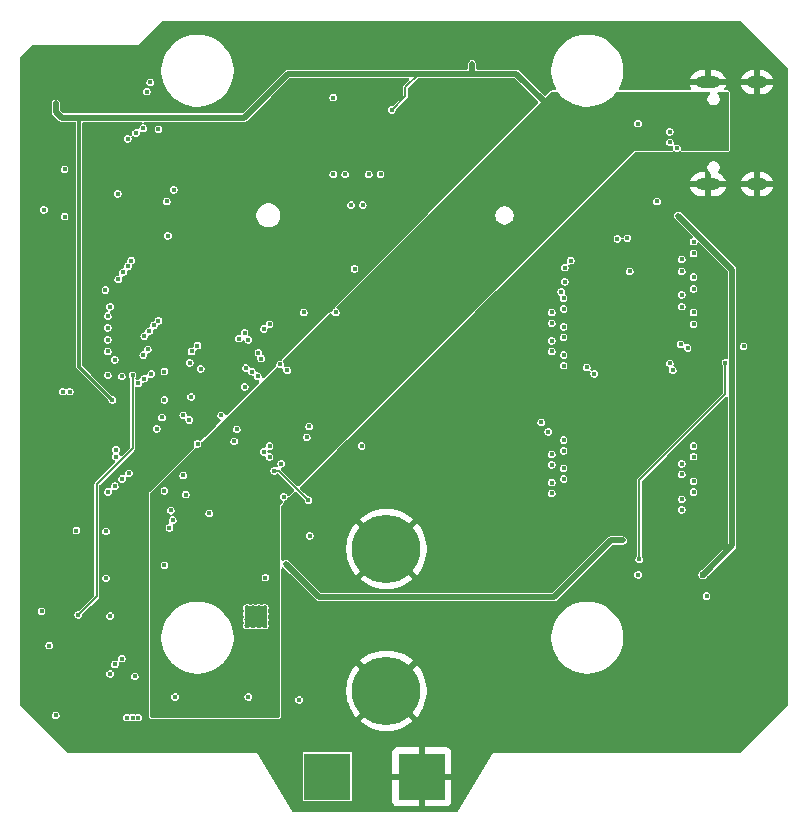
<source format=gbr>
%TF.GenerationSoftware,KiCad,Pcbnew,9.0.0*%
%TF.CreationDate,2025-05-04T18:28:28+01:00*%
%TF.ProjectId,specter,73706563-7465-4722-9e6b-696361645f70,rev?*%
%TF.SameCoordinates,Original*%
%TF.FileFunction,Copper,L3,Inr*%
%TF.FilePolarity,Positive*%
%FSLAX46Y46*%
G04 Gerber Fmt 4.6, Leading zero omitted, Abs format (unit mm)*
G04 Created by KiCad (PCBNEW 9.0.0) date 2025-05-04 18:28:28*
%MOMM*%
%LPD*%
G01*
G04 APERTURE LIST*
%TA.AperFunction,HeatsinkPad*%
%ADD10O,1.800000X1.000000*%
%TD*%
%TA.AperFunction,HeatsinkPad*%
%ADD11O,2.100000X1.000000*%
%TD*%
%TA.AperFunction,ComponentPad*%
%ADD12C,5.800000*%
%TD*%
%TA.AperFunction,ComponentPad*%
%ADD13R,4.000000X4.000000*%
%TD*%
%TA.AperFunction,ViaPad*%
%ADD14C,0.450000*%
%TD*%
%TA.AperFunction,ViaPad*%
%ADD15C,0.600000*%
%TD*%
%TA.AperFunction,Conductor*%
%ADD16C,0.500000*%
%TD*%
%TA.AperFunction,Conductor*%
%ADD17C,0.300000*%
%TD*%
%TA.AperFunction,Conductor*%
%ADD18C,0.200000*%
%TD*%
G04 APERTURE END LIST*
D10*
%TO.N,GND*%
%TO.C,J1*%
X162375000Y-73200000D03*
D11*
X158195000Y-73200000D03*
D10*
X162375000Y-81840000D03*
D11*
X158195000Y-81840000D03*
%TD*%
D12*
%TO.N,GND*%
%TO.C,J3*%
X131000000Y-124725000D03*
X131000000Y-112725000D03*
%TD*%
D13*
%TO.N,GND*%
%TO.C,J8*%
X134000000Y-132000000D03*
%TD*%
%TO.N,/+5v*%
%TO.C,J23*%
X126000000Y-132000000D03*
%TD*%
D14*
%TO.N,/+3.3v*%
X102450000Y-120900000D03*
%TO.N,/VBUS*%
X104750000Y-111162500D03*
X103000000Y-126800000D03*
X107250000Y-115187500D03*
X107600000Y-118400000D03*
%TO.N,GND*%
X159000000Y-70500000D03*
X161500000Y-108000000D03*
X140500000Y-120500000D03*
X159000000Y-69500000D03*
X140000000Y-121500000D03*
X119200000Y-117700000D03*
X133700000Y-77300000D03*
X158500000Y-70000000D03*
X162000000Y-109500000D03*
X162000000Y-108000000D03*
X140500000Y-120000000D03*
X161500000Y-108500000D03*
X106000000Y-105500000D03*
X140500000Y-121500000D03*
X141000000Y-121000000D03*
X120700000Y-117700000D03*
X158000000Y-70500000D03*
X162000000Y-109000000D03*
X123600000Y-126800000D03*
X157500000Y-70500000D03*
X140500000Y-121000000D03*
X111700000Y-99000000D03*
X158000000Y-69500000D03*
X158500000Y-70500000D03*
X110200000Y-124800000D03*
X113100000Y-125250000D03*
X137600000Y-77500000D03*
X119200000Y-119200000D03*
X162500000Y-108000000D03*
X120200000Y-118700000D03*
X162000000Y-108500000D03*
X161500000Y-109000000D03*
X119200000Y-118700000D03*
X135200000Y-77300000D03*
X158500000Y-69500000D03*
X162500000Y-109500000D03*
X119300000Y-125250000D03*
X163000000Y-108500000D03*
X161500000Y-109500000D03*
X119200000Y-118200000D03*
X157500000Y-71000000D03*
X134700000Y-77300000D03*
X141500000Y-120000000D03*
X140000000Y-121000000D03*
X162500000Y-109000000D03*
X157500000Y-69500000D03*
X159000000Y-71000000D03*
X119700000Y-117700000D03*
X140000000Y-120500000D03*
X157500000Y-70000000D03*
X158500000Y-71000000D03*
X156437500Y-117450000D03*
X137100000Y-77500000D03*
X115100000Y-92000000D03*
X141000000Y-121500000D03*
X134200000Y-77300000D03*
X119700000Y-118200000D03*
X140000000Y-120000000D03*
X138600000Y-77500000D03*
X158000000Y-71000000D03*
X127750000Y-79200000D03*
X119700000Y-118700000D03*
X119700000Y-119200000D03*
X129250000Y-79200000D03*
X141500000Y-121000000D03*
X163000000Y-109000000D03*
X163000000Y-109500000D03*
X163000000Y-108000000D03*
X133200000Y-77300000D03*
X120200000Y-118200000D03*
X114900000Y-96500000D03*
X141500000Y-120500000D03*
X141000000Y-120000000D03*
X138100000Y-77500000D03*
X141500000Y-121500000D03*
X120700000Y-118200000D03*
X158000000Y-70000000D03*
X120200000Y-117700000D03*
X120700000Y-118700000D03*
X109700000Y-122400000D03*
X120700000Y-119200000D03*
X120200000Y-119200000D03*
X141000000Y-120500000D03*
X111200000Y-99000000D03*
X162500000Y-108500000D03*
X159000000Y-70000000D03*
%TO.N,/+5v*%
X103000000Y-75500000D03*
X153650000Y-75520000D03*
X109500000Y-127000000D03*
X109000000Y-127000000D03*
X103000000Y-75000000D03*
X144700000Y-75200000D03*
X103500000Y-76200000D03*
X135998395Y-72482660D03*
X103200000Y-75900000D03*
X155700000Y-84500000D03*
X133754721Y-72486115D03*
X138250000Y-71680000D03*
X131450000Y-75550000D03*
D15*
X157800000Y-114900000D03*
D14*
X153650000Y-74520000D03*
X110000000Y-127000000D03*
X153650000Y-75020000D03*
X145000000Y-75500000D03*
X144400000Y-74900000D03*
X107800000Y-100100000D03*
%TO.N,Net-(U1-3V3OUT)*%
X107250000Y-111225000D03*
X112200000Y-114100000D03*
X112750000Y-109450000D03*
%TO.N,/SD_PWR*%
X117000000Y-101400000D03*
X104200000Y-99400000D03*
X103600000Y-99400000D03*
%TO.N,Net-(U2-3V3OUT)*%
X108250000Y-82650000D03*
X112500000Y-86200000D03*
%TO.N,/VBUS*%
X151000000Y-112000000D03*
X123100000Y-114600000D03*
X122800000Y-114300000D03*
X122500000Y-114000000D03*
X150500000Y-112000000D03*
X150000000Y-112000000D03*
%TO.N,/TXL1*%
X112900000Y-110275000D03*
X108000000Y-122500000D03*
%TO.N,/RXL1*%
X108599479Y-122000000D03*
X112625000Y-110925000D03*
%TO.N,Net-(D4-A)*%
X103750000Y-80575000D03*
%TO.N,Net-(D5-A)*%
X103750000Y-84575000D03*
%TO.N,/TXL2*%
X113000000Y-82300000D03*
%TO.N,Net-(D6-A)*%
X102000000Y-84000000D03*
%TO.N,/RXL2*%
X112400000Y-83300000D03*
%TO.N,/+3.3v*%
X124500000Y-111600000D03*
X121500000Y-106100000D03*
X152400000Y-113600000D03*
X118100000Y-103600000D03*
X122100000Y-105500000D03*
X158100000Y-116700000D03*
X124400000Y-108600000D03*
X159700000Y-96950000D03*
%TO.N,/SD_DAT3*%
X110000000Y-98700000D03*
%TO.N,/SD_DAT2*%
X108600000Y-98100000D03*
%TO.N,/SD_DAT0*%
X111995734Y-101589336D03*
%TO.N,/SD_CLK*%
X112200000Y-100100000D03*
%TO.N,/SD_CMD*%
X114454848Y-99845152D03*
%TO.N,/SD_DAT1*%
X111550000Y-102550000D03*
%TO.N,/PCIE_CLK_P*%
X126500000Y-81000000D03*
%TO.N,/PCIE_RX_P*%
X130500000Y-81000000D03*
%TO.N,/PCIE_nRST*%
X128300000Y-89000000D03*
%TO.N,/PCIE_nCLKREQ*%
X150550000Y-86450000D03*
%TO.N,/PCIE_RX_N*%
X129500000Y-81000000D03*
%TO.N,/PCIE_TX_N*%
X128000000Y-83600000D03*
%TO.N,/PCIE_CLK_N*%
X127500000Y-81000000D03*
%TO.N,/PCIE_TX_P*%
X129000000Y-83600000D03*
%TO.N,/PCIE_nWAKE*%
X151400000Y-86400000D03*
%TO.N,/CAM_GPIO1*%
X156500000Y-95700000D03*
X122300000Y-108300000D03*
%TO.N,/DPHY0_D0_P*%
X157000000Y-87700000D03*
X146000000Y-92400000D03*
%TO.N,/DPHY0_D2_P*%
X156000000Y-92200000D03*
X145000000Y-96000000D03*
%TO.N,/CAM_GPIO0*%
X155900000Y-95400000D03*
X114013021Y-108111979D03*
%TO.N,/SCL0*%
X120600000Y-104500000D03*
X155000000Y-97000000D03*
%TO.N,/DPHY_C_P*%
X146000000Y-94800000D03*
X157000000Y-90700000D03*
%TO.N,/DPHY_C_N*%
X146000000Y-93900000D03*
X157000000Y-89700000D03*
%TO.N,/DPHY0_D3_P*%
X157000000Y-93700000D03*
X146000000Y-97200000D03*
%TO.N,/DPHY0_D2_N*%
X145000000Y-95100000D03*
X156000000Y-91200000D03*
%TO.N,/DPHY0_D1_P*%
X156000000Y-89200000D03*
X145000000Y-93600000D03*
%TO.N,/DPHY0_D3_N*%
X146000000Y-96300000D03*
X157000000Y-92700000D03*
%TO.N,/DPHY0_D1_N*%
X156000000Y-88200000D03*
X145000000Y-92700000D03*
%TO.N,/DPHY0_D0_N*%
X146000000Y-91500000D03*
X157000000Y-86700000D03*
%TO.N,/DPHY1_C_N*%
X146000000Y-105900000D03*
X157000000Y-107000000D03*
%TO.N,/DPHY1_C_P*%
X146000000Y-106800000D03*
X157000000Y-107900000D03*
%TO.N,/DPHY1_D2_P*%
X145000000Y-108000000D03*
X156000000Y-109400000D03*
%TO.N,/DPHY1_D0_N*%
X146000000Y-103500000D03*
X157000000Y-104000000D03*
%TO.N,/DPHY1_D1_N*%
X156000000Y-105500000D03*
X145000000Y-104700000D03*
%TO.N,/DPHY1_D1_P*%
X145000000Y-105600000D03*
X156000000Y-106400000D03*
%TO.N,/DPHY1_D2_N*%
X156000000Y-108500000D03*
X145000000Y-107100000D03*
%TO.N,/GPIO14*%
X113800000Y-101400000D03*
X108100000Y-104300000D03*
%TO.N,/GPIO15*%
X114300000Y-101800000D03*
X108100000Y-104900000D03*
%TO.N,/SDA0*%
X155250000Y-97600000D03*
X121100000Y-104925000D03*
%TO.N,/RX_TELEM*%
X116000000Y-109700000D03*
X107600000Y-123300000D03*
%TO.N,/TX_TELEM*%
X113800000Y-106500000D03*
X109700000Y-123500000D03*
%TO.N,/GPIO9*%
X108000000Y-107400000D03*
X122600000Y-97600000D03*
%TO.N,/GPIO10*%
X115280132Y-97475000D03*
X108600000Y-106800000D03*
%TO.N,/CE0*%
X109200000Y-106300000D03*
X114350000Y-96950000D03*
%TO.N,/GPIO11*%
X107400000Y-107900000D03*
X122000000Y-97100000D03*
%TO.N,/GPIO4*%
X109100000Y-78000000D03*
X119000000Y-99000000D03*
%TO.N,/GPIO7*%
X110800000Y-95800000D03*
X107200000Y-90800000D03*
%TO.N,/GPIO6*%
X110400000Y-77100000D03*
X118500000Y-94911251D03*
%TO.N,/GPIO13*%
X111700000Y-77200000D03*
X118992408Y-94407592D03*
%TO.N,/GPIO12*%
X108300000Y-89900000D03*
X110500000Y-94700000D03*
%TO.N,/GPIO5*%
X119300000Y-95000000D03*
X109800000Y-77500000D03*
%TO.N,/GPIO21*%
X109400000Y-88300000D03*
X111700000Y-93400000D03*
%TO.N,/GPIO16*%
X108700000Y-89300000D03*
X110900000Y-94300000D03*
%TO.N,/GPIO20*%
X109100000Y-88800000D03*
X111300000Y-93800000D03*
%TO.N,/GPIO19*%
X120600000Y-94100000D03*
X110700000Y-74000000D03*
%TO.N,/GPIO18*%
X107400000Y-95000000D03*
X110500000Y-98300000D03*
%TO.N,/GPIO17*%
X120100000Y-98100000D03*
X107400000Y-98000000D03*
%TO.N,/GPIO25*%
X110400000Y-96300000D03*
X107600000Y-92200000D03*
%TO.N,/GPIO22*%
X119100000Y-97400000D03*
X107400000Y-96000000D03*
%TO.N,/GPIO24*%
X107400000Y-93000000D03*
X112200000Y-97700000D03*
%TO.N,/GPIO26*%
X121100000Y-93700000D03*
X111000000Y-73200000D03*
%TO.N,/GPIO23*%
X107400000Y-94000000D03*
X111100000Y-97900000D03*
%TO.N,/GPIO27*%
X119600000Y-97700000D03*
X108000000Y-96700000D03*
%TO.N,/EEPROM-nWP*%
X124000000Y-92700000D03*
%TO.N,/SYNC_OUT*%
X126700000Y-92700000D03*
%TO.N,/USBOTG*%
X146600000Y-88300000D03*
X153900000Y-83300000D03*
%TO.N,/PWR_BUT*%
X120750000Y-115150000D03*
X123600000Y-125500000D03*
%TO.N,/ID_SC*%
X120400000Y-96600000D03*
X114500000Y-96000000D03*
%TO.N,/ID_SD*%
X120154031Y-96108063D03*
X115000000Y-95500000D03*
%TO.N,/SD_PWR_ON*%
X118325000Y-102580000D03*
X115003128Y-103820094D03*
%TO.N,/USB3-1-D_P*%
X144100000Y-102000000D03*
%TO.N,/USB2_P*%
X146100000Y-90100000D03*
X155000000Y-77400000D03*
%TO.N,/nPWR_LED*%
X101800000Y-118000000D03*
X112200000Y-107800000D03*
%TO.N,/CC2*%
X124250000Y-103250000D03*
X152300000Y-76700000D03*
%TO.N,/CC1*%
X155600521Y-78800521D03*
X124450000Y-102350000D03*
%TO.N,/VBUS_EN*%
X161242409Y-95557591D03*
X145800000Y-90950000D03*
%TO.N,/USB3-0-D_N*%
X148600000Y-97900000D03*
%TO.N,/USB3-1-D_N*%
X144700000Y-102800000D03*
%TO.N,/LED_nACT*%
X104900000Y-118300000D03*
X109500000Y-98000000D03*
%TO.N,/PCIE_PWR_EN*%
X151600000Y-89200000D03*
X126500000Y-74500000D03*
%TO.N,/USB3-0-D_P*%
X147961637Y-97351396D03*
%TO.N,/USB2_N*%
X155000000Y-78300000D03*
X146100000Y-88900000D03*
%TO.N,/DPHY1_D0_P*%
X146000000Y-104400000D03*
X157000000Y-104900000D03*
%TO.N,/+3.3v*%
X152300000Y-114900000D03*
X121100000Y-104000000D03*
X128900000Y-104000000D03*
%TD*%
D16*
%TO.N,/+5v*%
X160276000Y-112424000D02*
X157850000Y-114850000D01*
X103000000Y-75500000D02*
X103000000Y-75700000D01*
X103000000Y-75700000D02*
X103200000Y-75900000D01*
D17*
X107800000Y-100100000D02*
X105000000Y-97300000D01*
D16*
X144700000Y-75200000D02*
X145000000Y-75500000D01*
X135998395Y-72482660D02*
X138200000Y-72482660D01*
D18*
X131450000Y-75550000D02*
X132600000Y-74400000D01*
D17*
X105000000Y-97300000D02*
X105000000Y-76200000D01*
D16*
X103000000Y-75000000D02*
X103000000Y-75500000D01*
X155700000Y-84500000D02*
X160276000Y-89076000D01*
X138250000Y-71680000D02*
X138250000Y-72432660D01*
X138200000Y-72482660D02*
X141982660Y-72482660D01*
D18*
X132600000Y-73640836D02*
X133754721Y-72486115D01*
X132600000Y-74400000D02*
X132600000Y-73640836D01*
D16*
X133754721Y-72486115D02*
X135994940Y-72486115D01*
X122669748Y-72486115D02*
X133754721Y-72486115D01*
X141982660Y-72482660D02*
X144400000Y-74900000D01*
X157850000Y-114850000D02*
X157800000Y-114900000D01*
X138250000Y-72432660D02*
X138200000Y-72482660D01*
X144400000Y-74900000D02*
X144700000Y-75200000D01*
X103500000Y-76200000D02*
X105000000Y-76200000D01*
X118955863Y-76200000D02*
X122669748Y-72486115D01*
X160276000Y-89076000D02*
X160276000Y-112424000D01*
X105000000Y-76200000D02*
X118955863Y-76200000D01*
X135994940Y-72486115D02*
X135998395Y-72482660D01*
X103500000Y-76200000D02*
X103200000Y-75900000D01*
%TO.N,/VBUS*%
X145200000Y-116800000D02*
X125300000Y-116800000D01*
X150000000Y-112000000D02*
X145200000Y-116800000D01*
X122800000Y-114300000D02*
X122500000Y-114000000D01*
X151000000Y-112000000D02*
X150000000Y-112000000D01*
X123100000Y-114600000D02*
X122800000Y-114300000D01*
X125300000Y-116800000D02*
X123100000Y-114600000D01*
D18*
%TO.N,/+3.3v*%
X159700000Y-96950000D02*
X159700000Y-99600000D01*
X121500000Y-106100000D02*
X121900000Y-106100000D01*
X159700000Y-99600000D02*
X152400000Y-106900000D01*
X152400000Y-106900000D02*
X152400000Y-113600000D01*
X121900000Y-106100000D02*
X124400000Y-108600000D01*
%TO.N,/LED_nACT*%
X106476455Y-107226000D02*
X109500000Y-104202455D01*
X109500000Y-104202455D02*
X109500000Y-98000000D01*
X106476455Y-116723545D02*
X106476455Y-107226000D01*
X104900000Y-118300000D02*
X106476455Y-116723545D01*
%TD*%
%TA.AperFunction,Conductor*%
%TO.N,GND*%
G36*
X119244733Y-117484225D02*
G01*
X119269145Y-117490766D01*
X119299051Y-117503154D01*
X119335243Y-117524049D01*
X119335251Y-117524053D01*
X119358278Y-117533913D01*
X119414376Y-117550385D01*
X119468971Y-117551685D01*
X119536871Y-117535213D01*
X119564749Y-117524053D01*
X119600946Y-117503153D01*
X119630853Y-117490765D01*
X119655270Y-117484224D01*
X119687358Y-117480000D01*
X119712640Y-117480000D01*
X119744733Y-117484225D01*
X119769145Y-117490766D01*
X119799051Y-117503154D01*
X119835243Y-117524049D01*
X119835251Y-117524053D01*
X119858278Y-117533913D01*
X119914376Y-117550385D01*
X119968971Y-117551685D01*
X120036871Y-117535213D01*
X120064749Y-117524053D01*
X120100946Y-117503153D01*
X120130853Y-117490765D01*
X120155270Y-117484224D01*
X120187358Y-117480000D01*
X120212640Y-117480000D01*
X120244733Y-117484225D01*
X120269145Y-117490766D01*
X120299051Y-117503154D01*
X120335243Y-117524049D01*
X120335251Y-117524053D01*
X120358278Y-117533913D01*
X120414376Y-117550385D01*
X120468971Y-117551685D01*
X120536871Y-117535213D01*
X120564749Y-117524053D01*
X120600946Y-117503153D01*
X120630853Y-117490765D01*
X120655270Y-117484224D01*
X120687358Y-117480000D01*
X120712640Y-117480000D01*
X120744731Y-117484225D01*
X120769148Y-117490767D01*
X120799050Y-117503151D01*
X120820944Y-117515791D01*
X120846623Y-117535496D01*
X120864501Y-117553374D01*
X120884206Y-117579054D01*
X120884207Y-117579056D01*
X120895551Y-117598705D01*
X120896847Y-117600949D01*
X120909230Y-117630846D01*
X120915773Y-117655260D01*
X120920000Y-117687359D01*
X120920000Y-117712637D01*
X120915775Y-117744731D01*
X120909233Y-117769146D01*
X120896846Y-117799051D01*
X120875946Y-117835250D01*
X120866090Y-117858268D01*
X120866083Y-117858287D01*
X120849615Y-117914368D01*
X120849614Y-117914373D01*
X120848314Y-117968974D01*
X120864786Y-118036871D01*
X120875945Y-118064746D01*
X120896845Y-118100947D01*
X120909231Y-118130848D01*
X120915774Y-118155263D01*
X120920000Y-118187361D01*
X120920000Y-118212637D01*
X120915775Y-118244731D01*
X120909233Y-118269146D01*
X120896846Y-118299051D01*
X120875946Y-118335250D01*
X120866090Y-118358268D01*
X120866083Y-118358287D01*
X120849615Y-118414368D01*
X120849614Y-118414373D01*
X120848314Y-118468974D01*
X120864786Y-118536871D01*
X120875945Y-118564746D01*
X120896845Y-118600947D01*
X120909231Y-118630848D01*
X120915774Y-118655263D01*
X120920000Y-118687361D01*
X120920000Y-118712637D01*
X120915775Y-118744731D01*
X120909233Y-118769146D01*
X120896846Y-118799051D01*
X120875946Y-118835250D01*
X120866090Y-118858268D01*
X120866083Y-118858287D01*
X120849615Y-118914368D01*
X120849614Y-118914373D01*
X120848314Y-118968974D01*
X120864786Y-119036871D01*
X120875945Y-119064746D01*
X120896845Y-119100947D01*
X120909231Y-119130848D01*
X120915774Y-119155263D01*
X120920000Y-119187361D01*
X120920000Y-119212637D01*
X120915774Y-119244734D01*
X120909231Y-119269150D01*
X120896844Y-119299053D01*
X120884204Y-119320946D01*
X120864498Y-119346627D01*
X120846627Y-119364498D01*
X120820946Y-119384204D01*
X120799053Y-119396844D01*
X120769150Y-119409231D01*
X120744734Y-119415774D01*
X120712637Y-119420000D01*
X120687362Y-119420000D01*
X120655270Y-119415775D01*
X120630854Y-119409233D01*
X120600949Y-119396846D01*
X120564748Y-119375946D01*
X120564744Y-119375944D01*
X120564742Y-119375943D01*
X120541727Y-119366088D01*
X120541715Y-119366084D01*
X120485627Y-119349615D01*
X120485624Y-119349614D01*
X120471974Y-119349289D01*
X120431028Y-119348314D01*
X120431027Y-119348314D01*
X120431025Y-119348314D01*
X120363132Y-119364784D01*
X120335248Y-119375947D01*
X120299052Y-119396845D01*
X120269152Y-119409231D01*
X120249090Y-119414607D01*
X120244735Y-119415774D01*
X120212639Y-119420000D01*
X120187362Y-119420000D01*
X120155270Y-119415775D01*
X120130854Y-119409233D01*
X120100949Y-119396846D01*
X120064748Y-119375946D01*
X120064744Y-119375944D01*
X120064742Y-119375943D01*
X120041727Y-119366088D01*
X120041715Y-119366084D01*
X119985627Y-119349615D01*
X119985624Y-119349614D01*
X119971974Y-119349289D01*
X119931028Y-119348314D01*
X119931027Y-119348314D01*
X119931025Y-119348314D01*
X119863132Y-119364784D01*
X119835248Y-119375947D01*
X119799052Y-119396845D01*
X119769152Y-119409231D01*
X119749090Y-119414607D01*
X119744735Y-119415774D01*
X119712639Y-119420000D01*
X119687362Y-119420000D01*
X119655270Y-119415775D01*
X119630854Y-119409233D01*
X119600949Y-119396846D01*
X119564748Y-119375946D01*
X119564744Y-119375944D01*
X119564742Y-119375943D01*
X119541727Y-119366088D01*
X119541715Y-119366084D01*
X119485627Y-119349615D01*
X119485624Y-119349614D01*
X119471974Y-119349289D01*
X119431028Y-119348314D01*
X119431027Y-119348314D01*
X119431025Y-119348314D01*
X119363132Y-119364784D01*
X119335248Y-119375947D01*
X119299052Y-119396845D01*
X119269152Y-119409231D01*
X119249090Y-119414607D01*
X119244735Y-119415774D01*
X119212639Y-119420000D01*
X119187362Y-119420000D01*
X119155270Y-119415775D01*
X119130854Y-119409233D01*
X119100944Y-119396844D01*
X119079050Y-119384203D01*
X119053376Y-119364503D01*
X119035493Y-119346621D01*
X119015791Y-119320945D01*
X119003152Y-119299051D01*
X118990769Y-119269155D01*
X118984223Y-119244726D01*
X118980000Y-119212638D01*
X118980000Y-119187358D01*
X118984223Y-119155272D01*
X118990768Y-119130848D01*
X119003151Y-119100951D01*
X119024053Y-119064749D01*
X119033913Y-119041722D01*
X119050385Y-118985624D01*
X119051685Y-118931029D01*
X119035213Y-118863129D01*
X119024053Y-118835251D01*
X119003152Y-118799049D01*
X118990765Y-118769143D01*
X118984224Y-118744728D01*
X118980000Y-118712640D01*
X118980000Y-118687358D01*
X118984223Y-118655272D01*
X118990768Y-118630848D01*
X119003151Y-118600951D01*
X119024053Y-118564749D01*
X119033913Y-118541722D01*
X119050385Y-118485624D01*
X119051685Y-118431029D01*
X119035213Y-118363129D01*
X119027096Y-118342852D01*
X119024054Y-118335253D01*
X119024052Y-118335249D01*
X119018423Y-118325499D01*
X119003152Y-118299049D01*
X118990766Y-118269146D01*
X118984222Y-118244723D01*
X118980000Y-118212639D01*
X118980000Y-118187358D01*
X118984223Y-118155272D01*
X118990768Y-118130848D01*
X119003151Y-118100951D01*
X119024053Y-118064749D01*
X119033913Y-118041722D01*
X119050385Y-117985624D01*
X119051685Y-117931029D01*
X119035213Y-117863129D01*
X119024053Y-117835251D01*
X119003152Y-117799049D01*
X118990765Y-117769143D01*
X118984224Y-117744728D01*
X118980000Y-117712640D01*
X118980000Y-117687359D01*
X118984224Y-117655270D01*
X118984227Y-117655260D01*
X118990768Y-117630844D01*
X119003152Y-117600945D01*
X119015792Y-117579051D01*
X119035493Y-117553377D01*
X119053377Y-117535493D01*
X119079051Y-117515792D01*
X119100945Y-117503152D01*
X119130846Y-117490768D01*
X119146436Y-117486591D01*
X119155272Y-117484224D01*
X119187360Y-117480000D01*
X119212640Y-117480000D01*
X119244733Y-117484225D01*
G37*
%TD.AperFunction*%
%TA.AperFunction,Conductor*%
G36*
X161011328Y-68030185D02*
G01*
X161031970Y-68046819D01*
X164953181Y-71968030D01*
X164986666Y-72029353D01*
X164989500Y-72055711D01*
X164989500Y-125944288D01*
X164969815Y-126011327D01*
X164953181Y-126031969D01*
X161031970Y-129953181D01*
X160970647Y-129986666D01*
X160944289Y-129989500D01*
X140002908Y-129989500D01*
X140001673Y-129988759D01*
X139998708Y-129989500D01*
X139995079Y-129989500D01*
X139990572Y-129992839D01*
X139982850Y-130008173D01*
X137030177Y-134929297D01*
X136978806Y-134976656D01*
X136923848Y-134989500D01*
X123076152Y-134989500D01*
X123009113Y-134969815D01*
X122969823Y-134929297D01*
X122708404Y-134493598D01*
X120017141Y-130008161D01*
X120009425Y-129992840D01*
X120005726Y-129990098D01*
X123899500Y-129990098D01*
X123899500Y-134009894D01*
X123899501Y-134009902D01*
X123905330Y-134039212D01*
X123927542Y-134072457D01*
X123944219Y-134083599D01*
X123960787Y-134094669D01*
X123960790Y-134094669D01*
X123960791Y-134094670D01*
X123970647Y-134096630D01*
X123990101Y-134100500D01*
X128009898Y-134100499D01*
X128039213Y-134094669D01*
X128072457Y-134072457D01*
X128094669Y-134039213D01*
X128094670Y-134039208D01*
X128100500Y-134009901D01*
X128100500Y-132198638D01*
X128100499Y-129990105D01*
X128100499Y-129990102D01*
X128097105Y-129973034D01*
X128097105Y-129973033D01*
X128094669Y-129960787D01*
X128088902Y-129952155D01*
X131500000Y-129952155D01*
X131500000Y-131750000D01*
X133030137Y-131750000D01*
X133000000Y-131901509D01*
X133000000Y-132098491D01*
X133030137Y-132250000D01*
X131500000Y-132250000D01*
X131500000Y-134047844D01*
X131506401Y-134107372D01*
X131506403Y-134107379D01*
X131556645Y-134242086D01*
X131556649Y-134242093D01*
X131642809Y-134357187D01*
X131642812Y-134357190D01*
X131757906Y-134443350D01*
X131757913Y-134443354D01*
X131892620Y-134493596D01*
X131892627Y-134493598D01*
X131952155Y-134499999D01*
X131952172Y-134500000D01*
X133750000Y-134500000D01*
X133750000Y-132969863D01*
X133901509Y-133000000D01*
X134098491Y-133000000D01*
X134250000Y-132969863D01*
X134250000Y-134500000D01*
X136047828Y-134500000D01*
X136047844Y-134499999D01*
X136107372Y-134493598D01*
X136107379Y-134493596D01*
X136242086Y-134443354D01*
X136242093Y-134443350D01*
X136357187Y-134357190D01*
X136357190Y-134357187D01*
X136443350Y-134242093D01*
X136443354Y-134242086D01*
X136493596Y-134107379D01*
X136493598Y-134107372D01*
X136499999Y-134047844D01*
X136500000Y-134047827D01*
X136500000Y-132250000D01*
X134969863Y-132250000D01*
X135000000Y-132098491D01*
X135000000Y-131901509D01*
X134969863Y-131750000D01*
X136500000Y-131750000D01*
X136500000Y-129952172D01*
X136499999Y-129952155D01*
X136493598Y-129892627D01*
X136493596Y-129892620D01*
X136443354Y-129757913D01*
X136443350Y-129757906D01*
X136357190Y-129642812D01*
X136357187Y-129642809D01*
X136242093Y-129556649D01*
X136242086Y-129556645D01*
X136107379Y-129506403D01*
X136107372Y-129506401D01*
X136047844Y-129500000D01*
X134250000Y-129500000D01*
X134250000Y-131030136D01*
X134098491Y-131000000D01*
X133901509Y-131000000D01*
X133750000Y-131030136D01*
X133750000Y-129500000D01*
X131952155Y-129500000D01*
X131892627Y-129506401D01*
X131892620Y-129506403D01*
X131757913Y-129556645D01*
X131757906Y-129556649D01*
X131642812Y-129642809D01*
X131642809Y-129642812D01*
X131556649Y-129757906D01*
X131556645Y-129757913D01*
X131506403Y-129892620D01*
X131506401Y-129892627D01*
X131500000Y-129952155D01*
X128088902Y-129952155D01*
X128072457Y-129927542D01*
X128039214Y-129905332D01*
X128039215Y-129905332D01*
X128039213Y-129905331D01*
X128039211Y-129905330D01*
X128039208Y-129905329D01*
X128009901Y-129899500D01*
X123990105Y-129899500D01*
X123990097Y-129899501D01*
X123960787Y-129905330D01*
X123927542Y-129927542D01*
X123905332Y-129960785D01*
X123905329Y-129960791D01*
X123899500Y-129990098D01*
X120005726Y-129990098D01*
X120004919Y-129989500D01*
X120004349Y-129989500D01*
X120001291Y-129989500D01*
X119998327Y-129988759D01*
X119997092Y-129989500D01*
X104055712Y-129989500D01*
X103988673Y-129969815D01*
X103968031Y-129953181D01*
X100771997Y-126757147D01*
X102674500Y-126757147D01*
X102674500Y-126842853D01*
X102694348Y-126916925D01*
X102696682Y-126925637D01*
X102696685Y-126925644D01*
X102739530Y-126999855D01*
X102739534Y-126999860D01*
X102739535Y-126999862D01*
X102800138Y-127060465D01*
X102800140Y-127060466D01*
X102800144Y-127060469D01*
X102873965Y-127103089D01*
X102874362Y-127103318D01*
X102957147Y-127125500D01*
X102957149Y-127125500D01*
X103042851Y-127125500D01*
X103042853Y-127125500D01*
X103125638Y-127103318D01*
X103199862Y-127060465D01*
X103260465Y-126999862D01*
X103285126Y-126957147D01*
X108674500Y-126957147D01*
X108674500Y-127042853D01*
X108690702Y-127103318D01*
X108696682Y-127125637D01*
X108696685Y-127125644D01*
X108739530Y-127199855D01*
X108739534Y-127199860D01*
X108739535Y-127199862D01*
X108800138Y-127260465D01*
X108800140Y-127260466D01*
X108800144Y-127260469D01*
X108868892Y-127300160D01*
X108874362Y-127303318D01*
X108957147Y-127325500D01*
X108957149Y-127325500D01*
X109042851Y-127325500D01*
X109042853Y-127325500D01*
X109125638Y-127303318D01*
X109188001Y-127267312D01*
X109255900Y-127250840D01*
X109311998Y-127267312D01*
X109374362Y-127303318D01*
X109457147Y-127325500D01*
X109457149Y-127325500D01*
X109542851Y-127325500D01*
X109542853Y-127325500D01*
X109625638Y-127303318D01*
X109688001Y-127267312D01*
X109755900Y-127250840D01*
X109811998Y-127267312D01*
X109874362Y-127303318D01*
X109957147Y-127325500D01*
X109957149Y-127325500D01*
X110042851Y-127325500D01*
X110042853Y-127325500D01*
X110125638Y-127303318D01*
X110199862Y-127260465D01*
X110260465Y-127199862D01*
X110303318Y-127125638D01*
X110325500Y-127042853D01*
X110325500Y-126957147D01*
X110303318Y-126874362D01*
X110303314Y-126874355D01*
X110260469Y-126800144D01*
X110260463Y-126800136D01*
X110199863Y-126739536D01*
X110199855Y-126739530D01*
X110125644Y-126696685D01*
X110125640Y-126696683D01*
X110125638Y-126696682D01*
X110042853Y-126674500D01*
X109957147Y-126674500D01*
X109874362Y-126696682D01*
X109874361Y-126696682D01*
X109811999Y-126732687D01*
X109744099Y-126749159D01*
X109688001Y-126732687D01*
X109625638Y-126696682D01*
X109542853Y-126674500D01*
X109457147Y-126674500D01*
X109374362Y-126696682D01*
X109374361Y-126696682D01*
X109311999Y-126732687D01*
X109244099Y-126749159D01*
X109188001Y-126732687D01*
X109125638Y-126696682D01*
X109042853Y-126674500D01*
X108957147Y-126674500D01*
X108874362Y-126696682D01*
X108874355Y-126696685D01*
X108800144Y-126739530D01*
X108800136Y-126739536D01*
X108739536Y-126800136D01*
X108739530Y-126800144D01*
X108696685Y-126874355D01*
X108696682Y-126874362D01*
X108674500Y-126957147D01*
X103285126Y-126957147D01*
X103303318Y-126925638D01*
X103325500Y-126842853D01*
X103325500Y-126757147D01*
X103303318Y-126674362D01*
X103303314Y-126674355D01*
X103260469Y-126600144D01*
X103260463Y-126600136D01*
X103199863Y-126539536D01*
X103199855Y-126539530D01*
X103125644Y-126496685D01*
X103125640Y-126496683D01*
X103125638Y-126496682D01*
X103042853Y-126474500D01*
X102957147Y-126474500D01*
X102874362Y-126496682D01*
X102874355Y-126496685D01*
X102800144Y-126539530D01*
X102800136Y-126539536D01*
X102739536Y-126600136D01*
X102739530Y-126600144D01*
X102696685Y-126674355D01*
X102696682Y-126674362D01*
X102674500Y-126757147D01*
X100771997Y-126757147D01*
X100046819Y-126031969D01*
X100013334Y-125970646D01*
X100010500Y-125944288D01*
X100010500Y-123257147D01*
X107274500Y-123257147D01*
X107274500Y-123342853D01*
X107294348Y-123416925D01*
X107296682Y-123425637D01*
X107296685Y-123425644D01*
X107339530Y-123499855D01*
X107339534Y-123499860D01*
X107339535Y-123499862D01*
X107400138Y-123560465D01*
X107400140Y-123560466D01*
X107400144Y-123560469D01*
X107474355Y-123603314D01*
X107474362Y-123603318D01*
X107557147Y-123625500D01*
X107557149Y-123625500D01*
X107642851Y-123625500D01*
X107642853Y-123625500D01*
X107725638Y-123603318D01*
X107799862Y-123560465D01*
X107860465Y-123499862D01*
X107885126Y-123457147D01*
X109374500Y-123457147D01*
X109374500Y-123542853D01*
X109390702Y-123603318D01*
X109396682Y-123625637D01*
X109396685Y-123625644D01*
X109439530Y-123699855D01*
X109439534Y-123699860D01*
X109439535Y-123699862D01*
X109500138Y-123760465D01*
X109500140Y-123760466D01*
X109500144Y-123760469D01*
X109574355Y-123803314D01*
X109574362Y-123803318D01*
X109657147Y-123825500D01*
X109657149Y-123825500D01*
X109742851Y-123825500D01*
X109742853Y-123825500D01*
X109825638Y-123803318D01*
X109899862Y-123760465D01*
X109960465Y-123699862D01*
X110003318Y-123625638D01*
X110025500Y-123542853D01*
X110025500Y-123457147D01*
X110003318Y-123374362D01*
X110003314Y-123374355D01*
X109960469Y-123300144D01*
X109960463Y-123300136D01*
X109899863Y-123239536D01*
X109899855Y-123239530D01*
X109825644Y-123196685D01*
X109825640Y-123196683D01*
X109825638Y-123196682D01*
X109742853Y-123174500D01*
X109657147Y-123174500D01*
X109574362Y-123196682D01*
X109574355Y-123196685D01*
X109500144Y-123239530D01*
X109500136Y-123239536D01*
X109439536Y-123300136D01*
X109439530Y-123300144D01*
X109396685Y-123374355D01*
X109396682Y-123374362D01*
X109374500Y-123457147D01*
X107885126Y-123457147D01*
X107903318Y-123425638D01*
X107925500Y-123342853D01*
X107925500Y-123257147D01*
X107903318Y-123174362D01*
X107895544Y-123160897D01*
X107860469Y-123100144D01*
X107860463Y-123100136D01*
X107799861Y-123039534D01*
X107790557Y-123034163D01*
X107725638Y-122996682D01*
X107705954Y-122991407D01*
X107705951Y-122991406D01*
X107642854Y-122974500D01*
X107642853Y-122974500D01*
X107557147Y-122974500D01*
X107474362Y-122996682D01*
X107474355Y-122996685D01*
X107400144Y-123039530D01*
X107400136Y-123039536D01*
X107339536Y-123100136D01*
X107339530Y-123100144D01*
X107296685Y-123174355D01*
X107296682Y-123174362D01*
X107274500Y-123257147D01*
X100010500Y-123257147D01*
X100010500Y-122457147D01*
X107674500Y-122457147D01*
X107674500Y-122542852D01*
X107696682Y-122625637D01*
X107696685Y-122625644D01*
X107739530Y-122699855D01*
X107739534Y-122699860D01*
X107739535Y-122699862D01*
X107800138Y-122760465D01*
X107874362Y-122803318D01*
X107957147Y-122825500D01*
X107957149Y-122825500D01*
X108042851Y-122825500D01*
X108042853Y-122825500D01*
X108125638Y-122803318D01*
X108199862Y-122760465D01*
X108260465Y-122699862D01*
X108303318Y-122625638D01*
X108325500Y-122542853D01*
X108325500Y-122457147D01*
X108325206Y-122456049D01*
X108325228Y-122455089D01*
X108324439Y-122449091D01*
X108325374Y-122448967D01*
X108326869Y-122386201D01*
X108366032Y-122328339D01*
X108430261Y-122300835D01*
X108477067Y-122304182D01*
X108556626Y-122325500D01*
X108556629Y-122325500D01*
X108642330Y-122325500D01*
X108642332Y-122325500D01*
X108725117Y-122303318D01*
X108799341Y-122260465D01*
X108859944Y-122199862D01*
X108902797Y-122125638D01*
X108924979Y-122042853D01*
X108924979Y-121957147D01*
X108902797Y-121874362D01*
X108902793Y-121874355D01*
X108859948Y-121800144D01*
X108859942Y-121800136D01*
X108799342Y-121739536D01*
X108799334Y-121739530D01*
X108725123Y-121696685D01*
X108725119Y-121696683D01*
X108725117Y-121696682D01*
X108642332Y-121674500D01*
X108556626Y-121674500D01*
X108473841Y-121696682D01*
X108473834Y-121696685D01*
X108399623Y-121739530D01*
X108399615Y-121739536D01*
X108339015Y-121800136D01*
X108339009Y-121800144D01*
X108296164Y-121874355D01*
X108296161Y-121874362D01*
X108273979Y-121957147D01*
X108273979Y-122042851D01*
X108273980Y-122042862D01*
X108274274Y-122043958D01*
X108274251Y-122044917D01*
X108275040Y-122050909D01*
X108274105Y-122051032D01*
X108272606Y-122113807D01*
X108233439Y-122171666D01*
X108169208Y-122199165D01*
X108122407Y-122195816D01*
X108042853Y-122174500D01*
X107957147Y-122174500D01*
X107874362Y-122196682D01*
X107874355Y-122196685D01*
X107800144Y-122239530D01*
X107800136Y-122239536D01*
X107739536Y-122300136D01*
X107739530Y-122300144D01*
X107696685Y-122374355D01*
X107696682Y-122374362D01*
X107674500Y-122457147D01*
X100010500Y-122457147D01*
X100010500Y-120857147D01*
X102124500Y-120857147D01*
X102124500Y-120942852D01*
X102146682Y-121025637D01*
X102146685Y-121025644D01*
X102189530Y-121099855D01*
X102189534Y-121099860D01*
X102189535Y-121099862D01*
X102250138Y-121160465D01*
X102250140Y-121160466D01*
X102250144Y-121160469D01*
X102324355Y-121203314D01*
X102324362Y-121203318D01*
X102407147Y-121225500D01*
X102407149Y-121225500D01*
X102492851Y-121225500D01*
X102492853Y-121225500D01*
X102575638Y-121203318D01*
X102649862Y-121160465D01*
X102710465Y-121099862D01*
X102753318Y-121025638D01*
X102775500Y-120942853D01*
X102775500Y-120857147D01*
X102753318Y-120774362D01*
X102731622Y-120736783D01*
X102710469Y-120700144D01*
X102710463Y-120700136D01*
X102649863Y-120639536D01*
X102649855Y-120639530D01*
X102575644Y-120596685D01*
X102575640Y-120596683D01*
X102575638Y-120596682D01*
X102492853Y-120574500D01*
X102407147Y-120574500D01*
X102324362Y-120596682D01*
X102324355Y-120596685D01*
X102250144Y-120639530D01*
X102250136Y-120639536D01*
X102189536Y-120700136D01*
X102189530Y-120700144D01*
X102146685Y-120774355D01*
X102146682Y-120774362D01*
X102124500Y-120857147D01*
X100010500Y-120857147D01*
X100010500Y-117957147D01*
X101474500Y-117957147D01*
X101474500Y-118042853D01*
X101493855Y-118115085D01*
X101496682Y-118125637D01*
X101496685Y-118125644D01*
X101539530Y-118199855D01*
X101539534Y-118199860D01*
X101539535Y-118199862D01*
X101600138Y-118260465D01*
X101600140Y-118260466D01*
X101600144Y-118260469D01*
X101624196Y-118274355D01*
X101674362Y-118303318D01*
X101757147Y-118325500D01*
X101757149Y-118325500D01*
X101842851Y-118325500D01*
X101842853Y-118325500D01*
X101925638Y-118303318D01*
X101999862Y-118260465D01*
X102003180Y-118257147D01*
X104574500Y-118257147D01*
X104574500Y-118342853D01*
X104593665Y-118414376D01*
X104596682Y-118425637D01*
X104596685Y-118425644D01*
X104639530Y-118499855D01*
X104639534Y-118499860D01*
X104639535Y-118499862D01*
X104700138Y-118560465D01*
X104700140Y-118560466D01*
X104700144Y-118560469D01*
X104768364Y-118599855D01*
X104774362Y-118603318D01*
X104857147Y-118625500D01*
X104857149Y-118625500D01*
X104942851Y-118625500D01*
X104942853Y-118625500D01*
X105025638Y-118603318D01*
X105099862Y-118560465D01*
X105160465Y-118499862D01*
X105203318Y-118425638D01*
X105221670Y-118357147D01*
X107274500Y-118357147D01*
X107274500Y-118442853D01*
X107289776Y-118499862D01*
X107296682Y-118525637D01*
X107296685Y-118525644D01*
X107339530Y-118599855D01*
X107339534Y-118599860D01*
X107339535Y-118599862D01*
X107400138Y-118660465D01*
X107400140Y-118660466D01*
X107400144Y-118660469D01*
X107474355Y-118703314D01*
X107474362Y-118703318D01*
X107557147Y-118725500D01*
X107557149Y-118725500D01*
X107642851Y-118725500D01*
X107642853Y-118725500D01*
X107725638Y-118703318D01*
X107799862Y-118660465D01*
X107860465Y-118599862D01*
X107903318Y-118525638D01*
X107925500Y-118442853D01*
X107925500Y-118357147D01*
X107903318Y-118274362D01*
X107895295Y-118260465D01*
X107860469Y-118200144D01*
X107860463Y-118200136D01*
X107799863Y-118139536D01*
X107799855Y-118139530D01*
X107725644Y-118096685D01*
X107725640Y-118096683D01*
X107725638Y-118096682D01*
X107642853Y-118074500D01*
X107557147Y-118074500D01*
X107474362Y-118096682D01*
X107474355Y-118096685D01*
X107400144Y-118139530D01*
X107400136Y-118139536D01*
X107339536Y-118200136D01*
X107339530Y-118200144D01*
X107296685Y-118274355D01*
X107296682Y-118274362D01*
X107274500Y-118357147D01*
X105221670Y-118357147D01*
X105225500Y-118342853D01*
X105225500Y-118309412D01*
X105245185Y-118242373D01*
X105261819Y-118221731D01*
X105949640Y-117533910D01*
X106646431Y-116837119D01*
X106676955Y-116763427D01*
X106676955Y-116683663D01*
X106676955Y-115144647D01*
X106924500Y-115144647D01*
X106924500Y-115230353D01*
X106943296Y-115300500D01*
X106946682Y-115313137D01*
X106946685Y-115313144D01*
X106989530Y-115387355D01*
X106989534Y-115387360D01*
X106989535Y-115387362D01*
X107050138Y-115447965D01*
X107050140Y-115447966D01*
X107050144Y-115447969D01*
X107124355Y-115490814D01*
X107124362Y-115490818D01*
X107207147Y-115513000D01*
X107207149Y-115513000D01*
X107292851Y-115513000D01*
X107292853Y-115513000D01*
X107375638Y-115490818D01*
X107449862Y-115447965D01*
X107510465Y-115387362D01*
X107553318Y-115313138D01*
X107575500Y-115230353D01*
X107575500Y-115144647D01*
X107553318Y-115061862D01*
X107523792Y-115010721D01*
X107510469Y-114987644D01*
X107510463Y-114987636D01*
X107449863Y-114927036D01*
X107449855Y-114927030D01*
X107375644Y-114884185D01*
X107375640Y-114884183D01*
X107375638Y-114884182D01*
X107292853Y-114862000D01*
X107207147Y-114862000D01*
X107124362Y-114884182D01*
X107124355Y-114884185D01*
X107050144Y-114927030D01*
X107050136Y-114927036D01*
X106989536Y-114987636D01*
X106989530Y-114987644D01*
X106946685Y-115061855D01*
X106946682Y-115061862D01*
X106924500Y-115144647D01*
X106676955Y-115144647D01*
X106676955Y-111279435D01*
X106693054Y-111224606D01*
X106907147Y-111224606D01*
X106919932Y-111244500D01*
X106923894Y-111263248D01*
X106924500Y-111267851D01*
X106924500Y-111267853D01*
X106943708Y-111339536D01*
X106946682Y-111350637D01*
X106946685Y-111350644D01*
X106989530Y-111424855D01*
X106989534Y-111424860D01*
X106989535Y-111424862D01*
X107050138Y-111485465D01*
X107050140Y-111485466D01*
X107050144Y-111485469D01*
X107124355Y-111528314D01*
X107124362Y-111528318D01*
X107207147Y-111550500D01*
X107207149Y-111550500D01*
X107292851Y-111550500D01*
X107292853Y-111550500D01*
X107375638Y-111528318D01*
X107449862Y-111485465D01*
X107510465Y-111424862D01*
X107553318Y-111350638D01*
X107575500Y-111267853D01*
X107575500Y-111182147D01*
X107553318Y-111099362D01*
X107517230Y-111036855D01*
X107510469Y-111025144D01*
X107510463Y-111025136D01*
X107449863Y-110964536D01*
X107449855Y-110964530D01*
X107375644Y-110921685D01*
X107375640Y-110921683D01*
X107375638Y-110921682D01*
X107292853Y-110899500D01*
X107207147Y-110899500D01*
X107124362Y-110921682D01*
X107124355Y-110921685D01*
X107050144Y-110964530D01*
X107050136Y-110964536D01*
X106989536Y-111025136D01*
X106989530Y-111025144D01*
X106946685Y-111099355D01*
X106946682Y-111099362D01*
X106924500Y-111182147D01*
X106923894Y-111186752D01*
X106907147Y-111224606D01*
X106693054Y-111224606D01*
X106693761Y-111222199D01*
X106678435Y-111189668D01*
X106676955Y-111170564D01*
X106676955Y-107857147D01*
X107074500Y-107857147D01*
X107074500Y-107942852D01*
X107096682Y-108025637D01*
X107096685Y-108025644D01*
X107139530Y-108099855D01*
X107139534Y-108099860D01*
X107139535Y-108099862D01*
X107200138Y-108160465D01*
X107200140Y-108160466D01*
X107200144Y-108160469D01*
X107224447Y-108174500D01*
X107274362Y-108203318D01*
X107357147Y-108225500D01*
X107357149Y-108225500D01*
X107442851Y-108225500D01*
X107442853Y-108225500D01*
X107525638Y-108203318D01*
X107599862Y-108160465D01*
X107660465Y-108099862D01*
X107703318Y-108025638D01*
X107725500Y-107942853D01*
X107725500Y-107857147D01*
X107725168Y-107855908D01*
X107725193Y-107854823D01*
X107724439Y-107849091D01*
X107725332Y-107848973D01*
X107726825Y-107786061D01*
X107765983Y-107728195D01*
X107830210Y-107700686D01*
X107877029Y-107704032D01*
X107957147Y-107725500D01*
X107957150Y-107725500D01*
X108042851Y-107725500D01*
X108042853Y-107725500D01*
X108125638Y-107703318D01*
X108199862Y-107660465D01*
X108260465Y-107599862D01*
X108303318Y-107525638D01*
X108325500Y-107442853D01*
X108325500Y-107357147D01*
X108303318Y-107274362D01*
X108301054Y-107270441D01*
X108284581Y-107202543D01*
X108307432Y-107136516D01*
X108362353Y-107093324D01*
X108431906Y-107086681D01*
X108470441Y-107101054D01*
X108474362Y-107103318D01*
X108557147Y-107125500D01*
X108557149Y-107125500D01*
X108642851Y-107125500D01*
X108642853Y-107125500D01*
X108725638Y-107103318D01*
X108799862Y-107060465D01*
X108860465Y-106999862D01*
X108903318Y-106925638D01*
X108925500Y-106842853D01*
X108925500Y-106757147D01*
X108925168Y-106755908D01*
X108925193Y-106754823D01*
X108924439Y-106749091D01*
X108925332Y-106748973D01*
X108926825Y-106686061D01*
X108965983Y-106628195D01*
X109030210Y-106600686D01*
X109077029Y-106604032D01*
X109157147Y-106625500D01*
X109157150Y-106625500D01*
X109242851Y-106625500D01*
X109242853Y-106625500D01*
X109325638Y-106603318D01*
X109399862Y-106560465D01*
X109460465Y-106499862D01*
X109503318Y-106425638D01*
X109525500Y-106342853D01*
X109525500Y-106257147D01*
X109503318Y-106174362D01*
X109495295Y-106160465D01*
X109460469Y-106100144D01*
X109460463Y-106100136D01*
X109399863Y-106039536D01*
X109399855Y-106039530D01*
X109325644Y-105996685D01*
X109325640Y-105996683D01*
X109325638Y-105996682D01*
X109242853Y-105974500D01*
X109157147Y-105974500D01*
X109074362Y-105996682D01*
X109074355Y-105996685D01*
X109000144Y-106039530D01*
X109000136Y-106039536D01*
X108939536Y-106100136D01*
X108939530Y-106100144D01*
X108896685Y-106174355D01*
X108896682Y-106174362D01*
X108874500Y-106257147D01*
X108874500Y-106342853D01*
X108874833Y-106344099D01*
X108874807Y-106345190D01*
X108875561Y-106350909D01*
X108874669Y-106351026D01*
X108873171Y-106413947D01*
X108834009Y-106471810D01*
X108769780Y-106499314D01*
X108722966Y-106495966D01*
X108711364Y-106492857D01*
X108642853Y-106474500D01*
X108557147Y-106474500D01*
X108474362Y-106496682D01*
X108474355Y-106496685D01*
X108400144Y-106539530D01*
X108400136Y-106539536D01*
X108339536Y-106600136D01*
X108339530Y-106600144D01*
X108296685Y-106674355D01*
X108296682Y-106674362D01*
X108274500Y-106757147D01*
X108274500Y-106842853D01*
X108289850Y-106900138D01*
X108296682Y-106925637D01*
X108296682Y-106925638D01*
X108298946Y-106929559D01*
X108315417Y-106997460D01*
X108292565Y-107063486D01*
X108237643Y-107106676D01*
X108168089Y-107113317D01*
X108129559Y-107098946D01*
X108125638Y-107096682D01*
X108088313Y-107086681D01*
X108042853Y-107074500D01*
X107957147Y-107074500D01*
X107874362Y-107096682D01*
X107874355Y-107096685D01*
X107800144Y-107139530D01*
X107800136Y-107139536D01*
X107739536Y-107200136D01*
X107739530Y-107200144D01*
X107696685Y-107274355D01*
X107696682Y-107274362D01*
X107674500Y-107357147D01*
X107674500Y-107442853D01*
X107674833Y-107444099D01*
X107674807Y-107445190D01*
X107675561Y-107450909D01*
X107674669Y-107451026D01*
X107673171Y-107513947D01*
X107634009Y-107571810D01*
X107569780Y-107599314D01*
X107522966Y-107595966D01*
X107511364Y-107592857D01*
X107442853Y-107574500D01*
X107357147Y-107574500D01*
X107274362Y-107596682D01*
X107274355Y-107596685D01*
X107200144Y-107639530D01*
X107200136Y-107639536D01*
X107139536Y-107700136D01*
X107139530Y-107700144D01*
X107096685Y-107774355D01*
X107096682Y-107774362D01*
X107074500Y-107857147D01*
X106676955Y-107857147D01*
X106676955Y-107360410D01*
X106696640Y-107293371D01*
X106713269Y-107272734D01*
X109596132Y-104389870D01*
X109596135Y-104389869D01*
X109613573Y-104372431D01*
X109613574Y-104372431D01*
X109669976Y-104316029D01*
X109700500Y-104242337D01*
X109700500Y-102507147D01*
X111224500Y-102507147D01*
X111224500Y-102592853D01*
X111226452Y-102600136D01*
X111246682Y-102675637D01*
X111246685Y-102675644D01*
X111289530Y-102749855D01*
X111289534Y-102749860D01*
X111289535Y-102749862D01*
X111350138Y-102810465D01*
X111350140Y-102810466D01*
X111350144Y-102810469D01*
X111406234Y-102842852D01*
X111424362Y-102853318D01*
X111507147Y-102875500D01*
X111507149Y-102875500D01*
X111592851Y-102875500D01*
X111592853Y-102875500D01*
X111675638Y-102853318D01*
X111749862Y-102810465D01*
X111810465Y-102749862D01*
X111853318Y-102675638D01*
X111875500Y-102592853D01*
X111875500Y-102507147D01*
X111853318Y-102424362D01*
X111853314Y-102424355D01*
X111810469Y-102350144D01*
X111810463Y-102350136D01*
X111749863Y-102289536D01*
X111749855Y-102289530D01*
X111675644Y-102246685D01*
X111675640Y-102246683D01*
X111675638Y-102246682D01*
X111592853Y-102224500D01*
X111507147Y-102224500D01*
X111424362Y-102246682D01*
X111424355Y-102246685D01*
X111350144Y-102289530D01*
X111350136Y-102289536D01*
X111289536Y-102350136D01*
X111289530Y-102350144D01*
X111246685Y-102424355D01*
X111246682Y-102424362D01*
X111224500Y-102507147D01*
X109700500Y-102507147D01*
X109700500Y-101546483D01*
X111670234Y-101546483D01*
X111670234Y-101632189D01*
X111689293Y-101703316D01*
X111692416Y-101714973D01*
X111692419Y-101714980D01*
X111735264Y-101789191D01*
X111735268Y-101789196D01*
X111735269Y-101789198D01*
X111795872Y-101849801D01*
X111795874Y-101849802D01*
X111795878Y-101849805D01*
X111837838Y-101874030D01*
X111870096Y-101892654D01*
X111952881Y-101914836D01*
X111952883Y-101914836D01*
X112038585Y-101914836D01*
X112038587Y-101914836D01*
X112121372Y-101892654D01*
X112195596Y-101849801D01*
X112256199Y-101789198D01*
X112299052Y-101714974D01*
X112321234Y-101632189D01*
X112321234Y-101546483D01*
X112299052Y-101463698D01*
X112263437Y-101402011D01*
X112256201Y-101389477D01*
X112256197Y-101389472D01*
X112223872Y-101357147D01*
X113474500Y-101357147D01*
X113474500Y-101442853D01*
X113488924Y-101496682D01*
X113496682Y-101525637D01*
X113496685Y-101525644D01*
X113539530Y-101599855D01*
X113539534Y-101599860D01*
X113539535Y-101599862D01*
X113600138Y-101660465D01*
X113600140Y-101660466D01*
X113600144Y-101660469D01*
X113624196Y-101674355D01*
X113674362Y-101703318D01*
X113757147Y-101725500D01*
X113757149Y-101725500D01*
X113850500Y-101725500D01*
X113917539Y-101745185D01*
X113963294Y-101797989D01*
X113971360Y-101835066D01*
X113973439Y-101834793D01*
X113974500Y-101842851D01*
X113974500Y-101842853D01*
X113993788Y-101914835D01*
X113996682Y-101925637D01*
X113996685Y-101925644D01*
X114039530Y-101999855D01*
X114039534Y-101999860D01*
X114039535Y-101999862D01*
X114100138Y-102060465D01*
X114100140Y-102060466D01*
X114100144Y-102060469D01*
X114174355Y-102103314D01*
X114174362Y-102103318D01*
X114257147Y-102125500D01*
X114257149Y-102125500D01*
X114342851Y-102125500D01*
X114342853Y-102125500D01*
X114425638Y-102103318D01*
X114499862Y-102060465D01*
X114560465Y-101999862D01*
X114603318Y-101925638D01*
X114625500Y-101842853D01*
X114625500Y-101757147D01*
X114603318Y-101674362D01*
X114595295Y-101660465D01*
X114560469Y-101600144D01*
X114560463Y-101600136D01*
X114499863Y-101539536D01*
X114499855Y-101539530D01*
X114425644Y-101496685D01*
X114425640Y-101496683D01*
X114425638Y-101496682D01*
X114342853Y-101474500D01*
X114257147Y-101474500D01*
X114249500Y-101474500D01*
X114182461Y-101454815D01*
X114136706Y-101402011D01*
X114128639Y-101364933D01*
X114126561Y-101365207D01*
X114125500Y-101357154D01*
X114125500Y-101357147D01*
X114103318Y-101274362D01*
X114097241Y-101263836D01*
X114060469Y-101200144D01*
X114060463Y-101200136D01*
X113999863Y-101139536D01*
X113999855Y-101139530D01*
X113925644Y-101096685D01*
X113925640Y-101096683D01*
X113925638Y-101096682D01*
X113842853Y-101074500D01*
X113757147Y-101074500D01*
X113674362Y-101096682D01*
X113674355Y-101096685D01*
X113600144Y-101139530D01*
X113600136Y-101139536D01*
X113539536Y-101200136D01*
X113539530Y-101200144D01*
X113496685Y-101274355D01*
X113496682Y-101274362D01*
X113474500Y-101357147D01*
X112223872Y-101357147D01*
X112195597Y-101328872D01*
X112195589Y-101328866D01*
X112121378Y-101286021D01*
X112121374Y-101286019D01*
X112121372Y-101286018D01*
X112038587Y-101263836D01*
X111952881Y-101263836D01*
X111870096Y-101286018D01*
X111870089Y-101286021D01*
X111795878Y-101328866D01*
X111795870Y-101328872D01*
X111735270Y-101389472D01*
X111735264Y-101389480D01*
X111692419Y-101463691D01*
X111692416Y-101463698D01*
X111670234Y-101546483D01*
X109700500Y-101546483D01*
X109700500Y-100057147D01*
X111874500Y-100057147D01*
X111874500Y-100142853D01*
X111881949Y-100170651D01*
X111896682Y-100225637D01*
X111896685Y-100225644D01*
X111939530Y-100299855D01*
X111939534Y-100299860D01*
X111939535Y-100299862D01*
X112000138Y-100360465D01*
X112000140Y-100360466D01*
X112000144Y-100360469D01*
X112074355Y-100403314D01*
X112074362Y-100403318D01*
X112157147Y-100425500D01*
X112157149Y-100425500D01*
X112242851Y-100425500D01*
X112242853Y-100425500D01*
X112325638Y-100403318D01*
X112399862Y-100360465D01*
X112460465Y-100299862D01*
X112503318Y-100225638D01*
X112525500Y-100142853D01*
X112525500Y-100057147D01*
X112503318Y-99974362D01*
X112488425Y-99948566D01*
X112460469Y-99900144D01*
X112460463Y-99900136D01*
X112399863Y-99839536D01*
X112399855Y-99839530D01*
X112335368Y-99802299D01*
X114129348Y-99802299D01*
X114129348Y-99888005D01*
X114147946Y-99957412D01*
X114151530Y-99970789D01*
X114151533Y-99970796D01*
X114194378Y-100045007D01*
X114194382Y-100045012D01*
X114194383Y-100045014D01*
X114254986Y-100105617D01*
X114254988Y-100105618D01*
X114254992Y-100105621D01*
X114319479Y-100142852D01*
X114329210Y-100148470D01*
X114411995Y-100170652D01*
X114411997Y-100170652D01*
X114497699Y-100170652D01*
X114497701Y-100170652D01*
X114580486Y-100148470D01*
X114654710Y-100105617D01*
X114715313Y-100045014D01*
X114758166Y-99970790D01*
X114780348Y-99888005D01*
X114780348Y-99802299D01*
X114758166Y-99719514D01*
X114724077Y-99660469D01*
X114715317Y-99645296D01*
X114715311Y-99645288D01*
X114654711Y-99584688D01*
X114654703Y-99584682D01*
X114580492Y-99541837D01*
X114580488Y-99541835D01*
X114580486Y-99541834D01*
X114497701Y-99519652D01*
X114411995Y-99519652D01*
X114329210Y-99541834D01*
X114329203Y-99541837D01*
X114254992Y-99584682D01*
X114254984Y-99584688D01*
X114194384Y-99645288D01*
X114194378Y-99645296D01*
X114151533Y-99719507D01*
X114151530Y-99719514D01*
X114129348Y-99802299D01*
X112335368Y-99802299D01*
X112325644Y-99796685D01*
X112325640Y-99796683D01*
X112325638Y-99796682D01*
X112242853Y-99774500D01*
X112157147Y-99774500D01*
X112074362Y-99796682D01*
X112074355Y-99796685D01*
X112000144Y-99839530D01*
X112000136Y-99839536D01*
X111939536Y-99900136D01*
X111939530Y-99900144D01*
X111896685Y-99974355D01*
X111896682Y-99974362D01*
X111874500Y-100057147D01*
X109700500Y-100057147D01*
X109700500Y-99116880D01*
X109720185Y-99049841D01*
X109772989Y-99004086D01*
X109842147Y-98994142D01*
X109871961Y-99002322D01*
X109874352Y-99003312D01*
X109874362Y-99003318D01*
X109957147Y-99025500D01*
X109957149Y-99025500D01*
X110042851Y-99025500D01*
X110042853Y-99025500D01*
X110125638Y-99003318D01*
X110199862Y-98960465D01*
X110203180Y-98957147D01*
X118674500Y-98957147D01*
X118674500Y-99042853D01*
X118694336Y-99116880D01*
X118696682Y-99125637D01*
X118696685Y-99125644D01*
X118739530Y-99199855D01*
X118739534Y-99199860D01*
X118739535Y-99199862D01*
X118800138Y-99260465D01*
X118800140Y-99260466D01*
X118800144Y-99260469D01*
X118814254Y-99268615D01*
X118874362Y-99303318D01*
X118957147Y-99325500D01*
X118957149Y-99325500D01*
X119042851Y-99325500D01*
X119042853Y-99325500D01*
X119125638Y-99303318D01*
X119199862Y-99260465D01*
X119260465Y-99199862D01*
X119303318Y-99125638D01*
X119325500Y-99042853D01*
X119325500Y-98957147D01*
X119303318Y-98874362D01*
X119303314Y-98874355D01*
X119260469Y-98800144D01*
X119260463Y-98800136D01*
X119199863Y-98739536D01*
X119199855Y-98739530D01*
X119125644Y-98696685D01*
X119125640Y-98696683D01*
X119125638Y-98696682D01*
X119042853Y-98674500D01*
X118957147Y-98674500D01*
X118874362Y-98696682D01*
X118874355Y-98696685D01*
X118800144Y-98739530D01*
X118800136Y-98739536D01*
X118739536Y-98800136D01*
X118739530Y-98800144D01*
X118696685Y-98874355D01*
X118696682Y-98874362D01*
X118674500Y-98957147D01*
X110203180Y-98957147D01*
X110260465Y-98899862D01*
X110303318Y-98825638D01*
X110325500Y-98742853D01*
X110325500Y-98727179D01*
X110333283Y-98706261D01*
X110341376Y-98695430D01*
X110345185Y-98682461D01*
X110361880Y-98667994D01*
X110375109Y-98650293D01*
X110387773Y-98645557D01*
X110397989Y-98636706D01*
X110430172Y-98629704D01*
X110440554Y-98625823D01*
X110444291Y-98626632D01*
X110449500Y-98625500D01*
X110542851Y-98625500D01*
X110542853Y-98625500D01*
X110625638Y-98603318D01*
X110699862Y-98560465D01*
X110760465Y-98499862D01*
X110803318Y-98425638D01*
X110825500Y-98342853D01*
X110825500Y-98325030D01*
X110845185Y-98257991D01*
X110897989Y-98212236D01*
X110967147Y-98202292D01*
X110981581Y-98205252D01*
X111057147Y-98225500D01*
X111057149Y-98225500D01*
X111142851Y-98225500D01*
X111142853Y-98225500D01*
X111225638Y-98203318D01*
X111299862Y-98160465D01*
X111360465Y-98099862D01*
X111403318Y-98025638D01*
X111425500Y-97942853D01*
X111425500Y-97857147D01*
X111403318Y-97774362D01*
X111392033Y-97754815D01*
X111366748Y-97711019D01*
X111360469Y-97700144D01*
X111360463Y-97700136D01*
X111317474Y-97657147D01*
X111874500Y-97657147D01*
X111874500Y-97742853D01*
X111896682Y-97825636D01*
X111896682Y-97825637D01*
X111896685Y-97825644D01*
X111939530Y-97899855D01*
X111939534Y-97899860D01*
X111939535Y-97899862D01*
X112000138Y-97960465D01*
X112000140Y-97960466D01*
X112000144Y-97960469D01*
X112059511Y-97994744D01*
X112074362Y-98003318D01*
X112157147Y-98025500D01*
X112157149Y-98025500D01*
X112242851Y-98025500D01*
X112242853Y-98025500D01*
X112325638Y-98003318D01*
X112399862Y-97960465D01*
X112460465Y-97899862D01*
X112503318Y-97825638D01*
X112525500Y-97742853D01*
X112525500Y-97657147D01*
X112503318Y-97574362D01*
X112475191Y-97525644D01*
X112460469Y-97500144D01*
X112460463Y-97500136D01*
X112399863Y-97439536D01*
X112399855Y-97439530D01*
X112387067Y-97432147D01*
X114954632Y-97432147D01*
X114954632Y-97517853D01*
X114976607Y-97599863D01*
X114976814Y-97600637D01*
X114976817Y-97600644D01*
X115019662Y-97674855D01*
X115019666Y-97674860D01*
X115019667Y-97674862D01*
X115080270Y-97735465D01*
X115080272Y-97735466D01*
X115080276Y-97735469D01*
X115140644Y-97770322D01*
X115154494Y-97778318D01*
X115237279Y-97800500D01*
X115237281Y-97800500D01*
X115322983Y-97800500D01*
X115322985Y-97800500D01*
X115405770Y-97778318D01*
X115479994Y-97735465D01*
X115540597Y-97674862D01*
X115583450Y-97600638D01*
X115605632Y-97517853D01*
X115605632Y-97432147D01*
X115583450Y-97349362D01*
X115577777Y-97339536D01*
X115540601Y-97275144D01*
X115540595Y-97275136D01*
X115479995Y-97214536D01*
X115479987Y-97214530D01*
X115405776Y-97171685D01*
X115405772Y-97171683D01*
X115405770Y-97171682D01*
X115322985Y-97149500D01*
X115237279Y-97149500D01*
X115154494Y-97171682D01*
X115154487Y-97171685D01*
X115080276Y-97214530D01*
X115080268Y-97214536D01*
X115019668Y-97275136D01*
X115019662Y-97275144D01*
X114976817Y-97349355D01*
X114976814Y-97349362D01*
X114954632Y-97432147D01*
X112387067Y-97432147D01*
X112325644Y-97396685D01*
X112325640Y-97396683D01*
X112325638Y-97396682D01*
X112242853Y-97374500D01*
X112157147Y-97374500D01*
X112074362Y-97396682D01*
X112074355Y-97396685D01*
X112000144Y-97439530D01*
X112000136Y-97439536D01*
X111939536Y-97500136D01*
X111939530Y-97500144D01*
X111896685Y-97574355D01*
X111896682Y-97574362D01*
X111874500Y-97657147D01*
X111317474Y-97657147D01*
X111299863Y-97639536D01*
X111299855Y-97639530D01*
X111225644Y-97596685D01*
X111225640Y-97596683D01*
X111225638Y-97596682D01*
X111142853Y-97574500D01*
X111057147Y-97574500D01*
X110974362Y-97596682D01*
X110974355Y-97596685D01*
X110900144Y-97639530D01*
X110900136Y-97639536D01*
X110839536Y-97700136D01*
X110839530Y-97700144D01*
X110796685Y-97774355D01*
X110796682Y-97774362D01*
X110774500Y-97857147D01*
X110774500Y-97874969D01*
X110754815Y-97942008D01*
X110702011Y-97987763D01*
X110632853Y-97997707D01*
X110618408Y-97994744D01*
X110542854Y-97974500D01*
X110542853Y-97974500D01*
X110457147Y-97974500D01*
X110374362Y-97996682D01*
X110374355Y-97996685D01*
X110300144Y-98039530D01*
X110300136Y-98039536D01*
X110239536Y-98100136D01*
X110239530Y-98100144D01*
X110196685Y-98174355D01*
X110196682Y-98174362D01*
X110174500Y-98257147D01*
X110173439Y-98265207D01*
X110170985Y-98264883D01*
X110164136Y-98285793D01*
X110154815Y-98317539D01*
X110153312Y-98318841D01*
X110152693Y-98320732D01*
X110127009Y-98341632D01*
X110102011Y-98363294D01*
X110099555Y-98363973D01*
X110098500Y-98364833D01*
X110090998Y-98366343D01*
X110064345Y-98373725D01*
X110047164Y-98375655D01*
X110042853Y-98374500D01*
X109957147Y-98374500D01*
X109884719Y-98393906D01*
X109875469Y-98394946D01*
X109849860Y-98390451D01*
X109823867Y-98389833D01*
X109816002Y-98384510D01*
X109806651Y-98382869D01*
X109787537Y-98365243D01*
X109766005Y-98350670D01*
X109762267Y-98341941D01*
X109755286Y-98335504D01*
X109748734Y-98310339D01*
X109738501Y-98286441D01*
X109740075Y-98277078D01*
X109737683Y-98267888D01*
X109745776Y-98243178D01*
X109750088Y-98217539D01*
X109756591Y-98207010D01*
X109756402Y-98206901D01*
X109759305Y-98201871D01*
X109759431Y-98201489D01*
X109759611Y-98201342D01*
X109793379Y-98142853D01*
X109803318Y-98125638D01*
X109825500Y-98042853D01*
X109825500Y-97957147D01*
X109803318Y-97874362D01*
X109795295Y-97860465D01*
X109760469Y-97800144D01*
X109760463Y-97800136D01*
X109699863Y-97739536D01*
X109699855Y-97739530D01*
X109625644Y-97696685D01*
X109625640Y-97696683D01*
X109625638Y-97696682D01*
X109542853Y-97674500D01*
X109457147Y-97674500D01*
X109374362Y-97696682D01*
X109374355Y-97696685D01*
X109300144Y-97739530D01*
X109300136Y-97739536D01*
X109239536Y-97800136D01*
X109239530Y-97800144D01*
X109196685Y-97874355D01*
X109196682Y-97874362D01*
X109174500Y-97957147D01*
X109174500Y-98042853D01*
X109189850Y-98100138D01*
X109196682Y-98125637D01*
X109196685Y-98125644D01*
X109239530Y-98199855D01*
X109239536Y-98199863D01*
X109263181Y-98223508D01*
X109296666Y-98284831D01*
X109299500Y-98311189D01*
X109299500Y-104068043D01*
X109279815Y-104135082D01*
X109263181Y-104155724D01*
X108605195Y-104813709D01*
X108543872Y-104847194D01*
X108474180Y-104842210D01*
X108418247Y-104800338D01*
X108413512Y-104793552D01*
X108404909Y-104780302D01*
X108403318Y-104774362D01*
X108360465Y-104700138D01*
X108338787Y-104678460D01*
X108331687Y-104667524D01*
X108325269Y-104646038D01*
X108314523Y-104626358D01*
X108315463Y-104613209D01*
X108311690Y-104600577D01*
X108317907Y-104579032D01*
X108319507Y-104556666D01*
X108328319Y-104542954D01*
X108331063Y-104533447D01*
X108338751Y-104526721D01*
X108348008Y-104512319D01*
X108360465Y-104499862D01*
X108403318Y-104425638D01*
X108425500Y-104342853D01*
X108425500Y-104257147D01*
X108403318Y-104174362D01*
X108403314Y-104174355D01*
X108360469Y-104100144D01*
X108360463Y-104100136D01*
X108299863Y-104039536D01*
X108299855Y-104039530D01*
X108225644Y-103996685D01*
X108225640Y-103996683D01*
X108225638Y-103996682D01*
X108142853Y-103974500D01*
X108057147Y-103974500D01*
X107974362Y-103996682D01*
X107974355Y-103996685D01*
X107900144Y-104039530D01*
X107900136Y-104039536D01*
X107839536Y-104100136D01*
X107839530Y-104100144D01*
X107796685Y-104174355D01*
X107796682Y-104174362D01*
X107774500Y-104257147D01*
X107774500Y-104342853D01*
X107788924Y-104396682D01*
X107796682Y-104425637D01*
X107796685Y-104425644D01*
X107839530Y-104499855D01*
X107839536Y-104499863D01*
X107851992Y-104512319D01*
X107885477Y-104573642D01*
X107880493Y-104643334D01*
X107851992Y-104687681D01*
X107839536Y-104700136D01*
X107839530Y-104700144D01*
X107796685Y-104774355D01*
X107796682Y-104774362D01*
X107774500Y-104857147D01*
X107774500Y-104942853D01*
X107793004Y-105011909D01*
X107796682Y-105025637D01*
X107796685Y-105025644D01*
X107839530Y-105099855D01*
X107839534Y-105099860D01*
X107839535Y-105099862D01*
X107900138Y-105160465D01*
X107900140Y-105160466D01*
X107900144Y-105160469D01*
X107981400Y-105207382D01*
X107980629Y-105208716D01*
X108027875Y-105246780D01*
X108049948Y-105313071D01*
X108032678Y-105380773D01*
X108013709Y-105405194D01*
X106345440Y-107073464D01*
X106306479Y-107112425D01*
X106275955Y-107186116D01*
X106275955Y-116589133D01*
X106256270Y-116656172D01*
X106239636Y-116676814D01*
X104978269Y-117938181D01*
X104916946Y-117971666D01*
X104890588Y-117974500D01*
X104857147Y-117974500D01*
X104774362Y-117996682D01*
X104774355Y-117996685D01*
X104700144Y-118039530D01*
X104700136Y-118039536D01*
X104639536Y-118100136D01*
X104639530Y-118100144D01*
X104596685Y-118174355D01*
X104596682Y-118174362D01*
X104574500Y-118257147D01*
X102003180Y-118257147D01*
X102060465Y-118199862D01*
X102067113Y-118188346D01*
X102067880Y-118187019D01*
X102067880Y-118187018D01*
X102077108Y-118171035D01*
X102103318Y-118125638D01*
X102125500Y-118042853D01*
X102125500Y-117957147D01*
X102103318Y-117874362D01*
X102080739Y-117835253D01*
X102060469Y-117800144D01*
X102060463Y-117800136D01*
X101999863Y-117739536D01*
X101999855Y-117739530D01*
X101925644Y-117696685D01*
X101925640Y-117696683D01*
X101925638Y-117696682D01*
X101842853Y-117674500D01*
X101757147Y-117674500D01*
X101674362Y-117696682D01*
X101674355Y-117696685D01*
X101600144Y-117739530D01*
X101600136Y-117739536D01*
X101539536Y-117800136D01*
X101539530Y-117800144D01*
X101496685Y-117874355D01*
X101496682Y-117874362D01*
X101474500Y-117957147D01*
X100010500Y-117957147D01*
X100010500Y-111119647D01*
X104424500Y-111119647D01*
X104424500Y-111205353D01*
X104441704Y-111269557D01*
X104446682Y-111288137D01*
X104446685Y-111288144D01*
X104489530Y-111362355D01*
X104489534Y-111362360D01*
X104489535Y-111362362D01*
X104550138Y-111422965D01*
X104550140Y-111422966D01*
X104550144Y-111422969D01*
X104553425Y-111424863D01*
X104624362Y-111465818D01*
X104707147Y-111488000D01*
X104707149Y-111488000D01*
X104792851Y-111488000D01*
X104792853Y-111488000D01*
X104875638Y-111465818D01*
X104949862Y-111422965D01*
X105010465Y-111362362D01*
X105053318Y-111288138D01*
X105075500Y-111205353D01*
X105075500Y-111119647D01*
X105053318Y-111036862D01*
X105017576Y-110974954D01*
X105010469Y-110962644D01*
X105010463Y-110962636D01*
X104949863Y-110902036D01*
X104949855Y-110902030D01*
X104875644Y-110859185D01*
X104875640Y-110859183D01*
X104875638Y-110859182D01*
X104792853Y-110837000D01*
X104707147Y-110837000D01*
X104624362Y-110859182D01*
X104624355Y-110859185D01*
X104550144Y-110902030D01*
X104550136Y-110902036D01*
X104489536Y-110962636D01*
X104489530Y-110962644D01*
X104446685Y-111036855D01*
X104446682Y-111036862D01*
X104424500Y-111119647D01*
X100010500Y-111119647D01*
X100010500Y-99357147D01*
X103274500Y-99357147D01*
X103274500Y-99442852D01*
X103296682Y-99525637D01*
X103296685Y-99525644D01*
X103339530Y-99599855D01*
X103339534Y-99599860D01*
X103339535Y-99599862D01*
X103400138Y-99660465D01*
X103400140Y-99660466D01*
X103400144Y-99660469D01*
X103474355Y-99703314D01*
X103474362Y-99703318D01*
X103557147Y-99725500D01*
X103557149Y-99725500D01*
X103642851Y-99725500D01*
X103642853Y-99725500D01*
X103725638Y-99703318D01*
X103799862Y-99660465D01*
X103812319Y-99648008D01*
X103873642Y-99614523D01*
X103943334Y-99619507D01*
X103987681Y-99648008D01*
X104000138Y-99660465D01*
X104000140Y-99660466D01*
X104000144Y-99660469D01*
X104074355Y-99703314D01*
X104074362Y-99703318D01*
X104157147Y-99725500D01*
X104157149Y-99725500D01*
X104242851Y-99725500D01*
X104242853Y-99725500D01*
X104325638Y-99703318D01*
X104399862Y-99660465D01*
X104460465Y-99599862D01*
X104503318Y-99525638D01*
X104525500Y-99442853D01*
X104525500Y-99357147D01*
X104503318Y-99274362D01*
X104495295Y-99260465D01*
X104460469Y-99200144D01*
X104460463Y-99200136D01*
X104399863Y-99139536D01*
X104399855Y-99139530D01*
X104325644Y-99096685D01*
X104325640Y-99096683D01*
X104325638Y-99096682D01*
X104242853Y-99074500D01*
X104157147Y-99074500D01*
X104074362Y-99096682D01*
X104074355Y-99096685D01*
X104000144Y-99139530D01*
X104000136Y-99139536D01*
X103987681Y-99151992D01*
X103926358Y-99185477D01*
X103856666Y-99180493D01*
X103812319Y-99151992D01*
X103799863Y-99139536D01*
X103799855Y-99139530D01*
X103725644Y-99096685D01*
X103725640Y-99096683D01*
X103725638Y-99096682D01*
X103642853Y-99074500D01*
X103557147Y-99074500D01*
X103474362Y-99096682D01*
X103474355Y-99096685D01*
X103400144Y-99139530D01*
X103400136Y-99139536D01*
X103339536Y-99200136D01*
X103339530Y-99200144D01*
X103296685Y-99274355D01*
X103296682Y-99274362D01*
X103274500Y-99357147D01*
X100010500Y-99357147D01*
X100010500Y-84532147D01*
X103424500Y-84532147D01*
X103424500Y-84617852D01*
X103446682Y-84700637D01*
X103446685Y-84700644D01*
X103489530Y-84774855D01*
X103489534Y-84774860D01*
X103489535Y-84774862D01*
X103550138Y-84835465D01*
X103550140Y-84835466D01*
X103550144Y-84835469D01*
X103624355Y-84878314D01*
X103624362Y-84878318D01*
X103707147Y-84900500D01*
X103707149Y-84900500D01*
X103792851Y-84900500D01*
X103792853Y-84900500D01*
X103875638Y-84878318D01*
X103949862Y-84835465D01*
X104010465Y-84774862D01*
X104053318Y-84700638D01*
X104075500Y-84617853D01*
X104075500Y-84532147D01*
X104053318Y-84449362D01*
X104030019Y-84409007D01*
X104010469Y-84375144D01*
X104010463Y-84375136D01*
X103949863Y-84314536D01*
X103949855Y-84314530D01*
X103875644Y-84271685D01*
X103875640Y-84271683D01*
X103875638Y-84271682D01*
X103792853Y-84249500D01*
X103707147Y-84249500D01*
X103624362Y-84271682D01*
X103624355Y-84271685D01*
X103550144Y-84314530D01*
X103550136Y-84314536D01*
X103489536Y-84375136D01*
X103489530Y-84375144D01*
X103446685Y-84449355D01*
X103446682Y-84449362D01*
X103424500Y-84532147D01*
X100010500Y-84532147D01*
X100010500Y-83957147D01*
X101674500Y-83957147D01*
X101674500Y-84042852D01*
X101696682Y-84125637D01*
X101696685Y-84125644D01*
X101739530Y-84199855D01*
X101739534Y-84199860D01*
X101739535Y-84199862D01*
X101800138Y-84260465D01*
X101800140Y-84260466D01*
X101800144Y-84260469D01*
X101842272Y-84284791D01*
X101874362Y-84303318D01*
X101957147Y-84325500D01*
X101957149Y-84325500D01*
X102042851Y-84325500D01*
X102042853Y-84325500D01*
X102125638Y-84303318D01*
X102199862Y-84260465D01*
X102260465Y-84199862D01*
X102303318Y-84125638D01*
X102325500Y-84042853D01*
X102325500Y-83957147D01*
X102303318Y-83874362D01*
X102295295Y-83860465D01*
X102260469Y-83800144D01*
X102260463Y-83800136D01*
X102199863Y-83739536D01*
X102199855Y-83739530D01*
X102125644Y-83696685D01*
X102125640Y-83696683D01*
X102125638Y-83696682D01*
X102042853Y-83674500D01*
X101957147Y-83674500D01*
X101874362Y-83696682D01*
X101874355Y-83696685D01*
X101800144Y-83739530D01*
X101800136Y-83739536D01*
X101739536Y-83800136D01*
X101739530Y-83800144D01*
X101696685Y-83874355D01*
X101696682Y-83874362D01*
X101674500Y-83957147D01*
X100010500Y-83957147D01*
X100010500Y-80532147D01*
X103424500Y-80532147D01*
X103424500Y-80617853D01*
X103439679Y-80674500D01*
X103446682Y-80700637D01*
X103446685Y-80700644D01*
X103489530Y-80774855D01*
X103489534Y-80774860D01*
X103489535Y-80774862D01*
X103550138Y-80835465D01*
X103550140Y-80835466D01*
X103550144Y-80835469D01*
X103617498Y-80874355D01*
X103624362Y-80878318D01*
X103707147Y-80900500D01*
X103707149Y-80900500D01*
X103792851Y-80900500D01*
X103792853Y-80900500D01*
X103875638Y-80878318D01*
X103949862Y-80835465D01*
X104010465Y-80774862D01*
X104053318Y-80700638D01*
X104075500Y-80617853D01*
X104075500Y-80532147D01*
X104053318Y-80449362D01*
X104053314Y-80449355D01*
X104010469Y-80375144D01*
X104010463Y-80375136D01*
X103949863Y-80314536D01*
X103949855Y-80314530D01*
X103875644Y-80271685D01*
X103875640Y-80271683D01*
X103875638Y-80271682D01*
X103792853Y-80249500D01*
X103707147Y-80249500D01*
X103624362Y-80271682D01*
X103624355Y-80271685D01*
X103550144Y-80314530D01*
X103550136Y-80314536D01*
X103489536Y-80375136D01*
X103489530Y-80375144D01*
X103446685Y-80449355D01*
X103446682Y-80449362D01*
X103424500Y-80532147D01*
X100010500Y-80532147D01*
X100010500Y-74953856D01*
X102649500Y-74953856D01*
X102649500Y-75746144D01*
X102664065Y-75800501D01*
X102664065Y-75800502D01*
X102673384Y-75835284D01*
X102673385Y-75835286D01*
X102719527Y-75915208D01*
X102719529Y-75915211D01*
X102719530Y-75915212D01*
X102919530Y-76115212D01*
X103284788Y-76480470D01*
X103364712Y-76526614D01*
X103453856Y-76550500D01*
X104625500Y-76550500D01*
X104692539Y-76570185D01*
X104738294Y-76622989D01*
X104749500Y-76674500D01*
X104749500Y-97349829D01*
X104787636Y-97441897D01*
X107445847Y-100100108D01*
X107477941Y-100155695D01*
X107496682Y-100225639D01*
X107496685Y-100225644D01*
X107539530Y-100299855D01*
X107539534Y-100299860D01*
X107539535Y-100299862D01*
X107600138Y-100360465D01*
X107600140Y-100360466D01*
X107600144Y-100360469D01*
X107674355Y-100403314D01*
X107674362Y-100403318D01*
X107757147Y-100425500D01*
X107757149Y-100425500D01*
X107842851Y-100425500D01*
X107842853Y-100425500D01*
X107925638Y-100403318D01*
X107999862Y-100360465D01*
X108060465Y-100299862D01*
X108103318Y-100225638D01*
X108125500Y-100142853D01*
X108125500Y-100057147D01*
X108103318Y-99974362D01*
X108088425Y-99948566D01*
X108060469Y-99900144D01*
X108060463Y-99900136D01*
X107999863Y-99839536D01*
X107999855Y-99839530D01*
X107925644Y-99796685D01*
X107925639Y-99796682D01*
X107855695Y-99777941D01*
X107800108Y-99745847D01*
X106011408Y-97957147D01*
X107074500Y-97957147D01*
X107074500Y-98042853D01*
X107089850Y-98100138D01*
X107096682Y-98125637D01*
X107096685Y-98125644D01*
X107139530Y-98199855D01*
X107139534Y-98199860D01*
X107139535Y-98199862D01*
X107200138Y-98260465D01*
X107200140Y-98260466D01*
X107200144Y-98260469D01*
X107245130Y-98286441D01*
X107274362Y-98303318D01*
X107357147Y-98325500D01*
X107357149Y-98325500D01*
X107442851Y-98325500D01*
X107442853Y-98325500D01*
X107525638Y-98303318D01*
X107599862Y-98260465D01*
X107660465Y-98199862D01*
X107703318Y-98125638D01*
X107721670Y-98057147D01*
X108274500Y-98057147D01*
X108274500Y-98142853D01*
X108296112Y-98223508D01*
X108296682Y-98225637D01*
X108296685Y-98225644D01*
X108339530Y-98299855D01*
X108339534Y-98299860D01*
X108339535Y-98299862D01*
X108400138Y-98360465D01*
X108400140Y-98360466D01*
X108400144Y-98360469D01*
X108459861Y-98394946D01*
X108474362Y-98403318D01*
X108557147Y-98425500D01*
X108557149Y-98425500D01*
X108642851Y-98425500D01*
X108642853Y-98425500D01*
X108725638Y-98403318D01*
X108799862Y-98360465D01*
X108860465Y-98299862D01*
X108903318Y-98225638D01*
X108925500Y-98142853D01*
X108925500Y-98057147D01*
X108903318Y-97974362D01*
X108895295Y-97960465D01*
X108860469Y-97900144D01*
X108860463Y-97900136D01*
X108799863Y-97839536D01*
X108799855Y-97839530D01*
X108725644Y-97796685D01*
X108725640Y-97796683D01*
X108725638Y-97796682D01*
X108642853Y-97774500D01*
X108557147Y-97774500D01*
X108474362Y-97796682D01*
X108474355Y-97796685D01*
X108400144Y-97839530D01*
X108400136Y-97839536D01*
X108339536Y-97900136D01*
X108339530Y-97900144D01*
X108296685Y-97974355D01*
X108296682Y-97974362D01*
X108274500Y-98057147D01*
X107721670Y-98057147D01*
X107725500Y-98042853D01*
X107725500Y-97957147D01*
X107703318Y-97874362D01*
X107695295Y-97860465D01*
X107660469Y-97800144D01*
X107660463Y-97800136D01*
X107599863Y-97739536D01*
X107599855Y-97739530D01*
X107525644Y-97696685D01*
X107525640Y-97696683D01*
X107525638Y-97696682D01*
X107442853Y-97674500D01*
X107357147Y-97674500D01*
X107274362Y-97696682D01*
X107274355Y-97696685D01*
X107200144Y-97739530D01*
X107200136Y-97739536D01*
X107139536Y-97800136D01*
X107139530Y-97800144D01*
X107096685Y-97874355D01*
X107096682Y-97874362D01*
X107074500Y-97957147D01*
X106011408Y-97957147D01*
X105286819Y-97232558D01*
X105253334Y-97171235D01*
X105250500Y-97144877D01*
X105250500Y-96657147D01*
X107674500Y-96657147D01*
X107674500Y-96742853D01*
X107689850Y-96800138D01*
X107696682Y-96825637D01*
X107696685Y-96825644D01*
X107739530Y-96899855D01*
X107739534Y-96899860D01*
X107739535Y-96899862D01*
X107800138Y-96960465D01*
X107800140Y-96960466D01*
X107800144Y-96960469D01*
X107868854Y-97000138D01*
X107874362Y-97003318D01*
X107957147Y-97025500D01*
X107957149Y-97025500D01*
X108042851Y-97025500D01*
X108042853Y-97025500D01*
X108125638Y-97003318D01*
X108199862Y-96960465D01*
X108253180Y-96907147D01*
X114024500Y-96907147D01*
X114024500Y-96992853D01*
X114041728Y-97057147D01*
X114046682Y-97075637D01*
X114046685Y-97075644D01*
X114089530Y-97149855D01*
X114089534Y-97149860D01*
X114089535Y-97149862D01*
X114150138Y-97210465D01*
X114150140Y-97210466D01*
X114150144Y-97210469D01*
X114206234Y-97242852D01*
X114224362Y-97253318D01*
X114307147Y-97275500D01*
X114307149Y-97275500D01*
X114392851Y-97275500D01*
X114392853Y-97275500D01*
X114475638Y-97253318D01*
X114549862Y-97210465D01*
X114610465Y-97149862D01*
X114653318Y-97075638D01*
X114675500Y-96992853D01*
X114675500Y-96907147D01*
X114653318Y-96824362D01*
X114639336Y-96800144D01*
X114610469Y-96750144D01*
X114610463Y-96750136D01*
X114549863Y-96689536D01*
X114549855Y-96689530D01*
X114475644Y-96646685D01*
X114475640Y-96646683D01*
X114475638Y-96646682D01*
X114392853Y-96624500D01*
X114307147Y-96624500D01*
X114224362Y-96646682D01*
X114224355Y-96646685D01*
X114150144Y-96689530D01*
X114150136Y-96689536D01*
X114089536Y-96750136D01*
X114089530Y-96750144D01*
X114046685Y-96824355D01*
X114046682Y-96824362D01*
X114024500Y-96907147D01*
X108253180Y-96907147D01*
X108260465Y-96899862D01*
X108277161Y-96870943D01*
X108296747Y-96837020D01*
X108296747Y-96837019D01*
X108303318Y-96825638D01*
X108325500Y-96742853D01*
X108325500Y-96657147D01*
X108303318Y-96574362D01*
X108295295Y-96560465D01*
X108260469Y-96500144D01*
X108260463Y-96500136D01*
X108199863Y-96439536D01*
X108199855Y-96439530D01*
X108125644Y-96396685D01*
X108125640Y-96396683D01*
X108125638Y-96396682D01*
X108042853Y-96374500D01*
X107957147Y-96374500D01*
X107874362Y-96396682D01*
X107874355Y-96396685D01*
X107800144Y-96439530D01*
X107800136Y-96439536D01*
X107739536Y-96500136D01*
X107739530Y-96500144D01*
X107696685Y-96574355D01*
X107696682Y-96574362D01*
X107674500Y-96657147D01*
X105250500Y-96657147D01*
X105250500Y-95957147D01*
X107074500Y-95957147D01*
X107074500Y-96042853D01*
X107090702Y-96103318D01*
X107096682Y-96125637D01*
X107096685Y-96125644D01*
X107139530Y-96199855D01*
X107139534Y-96199860D01*
X107139535Y-96199862D01*
X107200138Y-96260465D01*
X107200140Y-96260466D01*
X107200144Y-96260469D01*
X107224447Y-96274500D01*
X107274362Y-96303318D01*
X107357147Y-96325500D01*
X107357149Y-96325500D01*
X107442851Y-96325500D01*
X107442853Y-96325500D01*
X107525638Y-96303318D01*
X107599862Y-96260465D01*
X107603180Y-96257147D01*
X110074500Y-96257147D01*
X110074500Y-96342853D01*
X110089850Y-96400138D01*
X110096682Y-96425637D01*
X110096685Y-96425644D01*
X110139530Y-96499855D01*
X110139534Y-96499860D01*
X110139535Y-96499862D01*
X110200138Y-96560465D01*
X110200140Y-96560466D01*
X110200144Y-96560469D01*
X110224196Y-96574355D01*
X110274362Y-96603318D01*
X110357147Y-96625500D01*
X110357149Y-96625500D01*
X110442851Y-96625500D01*
X110442853Y-96625500D01*
X110525638Y-96603318D01*
X110599862Y-96560465D01*
X110660465Y-96499862D01*
X110703318Y-96425638D01*
X110725500Y-96342853D01*
X110725500Y-96257147D01*
X110725500Y-96249500D01*
X110745185Y-96182461D01*
X110797989Y-96136706D01*
X110835066Y-96128639D01*
X110834793Y-96126561D01*
X110842844Y-96125500D01*
X110842853Y-96125500D01*
X110925638Y-96103318D01*
X110999862Y-96060465D01*
X111060465Y-95999862D01*
X111085126Y-95957147D01*
X114174500Y-95957147D01*
X114174500Y-96042853D01*
X114190702Y-96103318D01*
X114196682Y-96125637D01*
X114196685Y-96125644D01*
X114239530Y-96199855D01*
X114239534Y-96199860D01*
X114239535Y-96199862D01*
X114300138Y-96260465D01*
X114300140Y-96260466D01*
X114300144Y-96260469D01*
X114324447Y-96274500D01*
X114374362Y-96303318D01*
X114457147Y-96325500D01*
X114457149Y-96325500D01*
X114542851Y-96325500D01*
X114542853Y-96325500D01*
X114625638Y-96303318D01*
X114699862Y-96260465D01*
X114760465Y-96199862D01*
X114803318Y-96125638D01*
X114819510Y-96065210D01*
X119828531Y-96065210D01*
X119828531Y-96150916D01*
X119841646Y-96199860D01*
X119850713Y-96233700D01*
X119850716Y-96233707D01*
X119893561Y-96307918D01*
X119893565Y-96307923D01*
X119893566Y-96307925D01*
X119954169Y-96368528D01*
X120019747Y-96406389D01*
X120067962Y-96456955D01*
X120081186Y-96525562D01*
X120077522Y-96545868D01*
X120074500Y-96557145D01*
X120074500Y-96557147D01*
X120074500Y-96642853D01*
X120088924Y-96696682D01*
X120096682Y-96725637D01*
X120096685Y-96725644D01*
X120139530Y-96799855D01*
X120139534Y-96799860D01*
X120139535Y-96799862D01*
X120200138Y-96860465D01*
X120200140Y-96860466D01*
X120200144Y-96860469D01*
X120268854Y-96900138D01*
X120274362Y-96903318D01*
X120357147Y-96925500D01*
X120357149Y-96925500D01*
X120442851Y-96925500D01*
X120442853Y-96925500D01*
X120525638Y-96903318D01*
X120599862Y-96860465D01*
X120660465Y-96799862D01*
X120703318Y-96725638D01*
X120725500Y-96642853D01*
X120725500Y-96557147D01*
X120703318Y-96474362D01*
X120693268Y-96456955D01*
X120660469Y-96400144D01*
X120660463Y-96400136D01*
X120599863Y-96339536D01*
X120599858Y-96339532D01*
X120534283Y-96301673D01*
X120486068Y-96251107D01*
X120472844Y-96182500D01*
X120476508Y-96162198D01*
X120479531Y-96150916D01*
X120479531Y-96065210D01*
X120457349Y-95982425D01*
X120444673Y-95960469D01*
X120414500Y-95908207D01*
X120414494Y-95908199D01*
X120353894Y-95847599D01*
X120353886Y-95847593D01*
X120279675Y-95804748D01*
X120279671Y-95804746D01*
X120279669Y-95804745D01*
X120196884Y-95782563D01*
X120111178Y-95782563D01*
X120028393Y-95804745D01*
X120028386Y-95804748D01*
X119954175Y-95847593D01*
X119954167Y-95847599D01*
X119893567Y-95908199D01*
X119893561Y-95908207D01*
X119850716Y-95982418D01*
X119850713Y-95982425D01*
X119828531Y-96065210D01*
X114819510Y-96065210D01*
X114825500Y-96042853D01*
X114825500Y-95957147D01*
X114825440Y-95956925D01*
X114825503Y-95948573D01*
X114835497Y-95915455D01*
X114845185Y-95882461D01*
X114845548Y-95882146D01*
X114845688Y-95881683D01*
X114871984Y-95859239D01*
X114897989Y-95836706D01*
X114898521Y-95836590D01*
X114898833Y-95836324D01*
X114901270Y-95835992D01*
X114949500Y-95825500D01*
X115042851Y-95825500D01*
X115042853Y-95825500D01*
X115125638Y-95803318D01*
X115199862Y-95760465D01*
X115260465Y-95699862D01*
X115303318Y-95625638D01*
X115325500Y-95542853D01*
X115325500Y-95457147D01*
X115303318Y-95374362D01*
X115295295Y-95360465D01*
X115260469Y-95300144D01*
X115260463Y-95300136D01*
X115199863Y-95239536D01*
X115199855Y-95239530D01*
X115125644Y-95196685D01*
X115125640Y-95196683D01*
X115125638Y-95196682D01*
X115042853Y-95174500D01*
X114957147Y-95174500D01*
X114874362Y-95196682D01*
X114874355Y-95196685D01*
X114800144Y-95239530D01*
X114800136Y-95239536D01*
X114739536Y-95300136D01*
X114739530Y-95300144D01*
X114696685Y-95374355D01*
X114696682Y-95374362D01*
X114674500Y-95457147D01*
X114674500Y-95550500D01*
X114654815Y-95617539D01*
X114602011Y-95663294D01*
X114550500Y-95674500D01*
X114457147Y-95674500D01*
X114374362Y-95696682D01*
X114374355Y-95696685D01*
X114300144Y-95739530D01*
X114300136Y-95739536D01*
X114239536Y-95800136D01*
X114239530Y-95800144D01*
X114196685Y-95874355D01*
X114196682Y-95874362D01*
X114174500Y-95957147D01*
X111085126Y-95957147D01*
X111103318Y-95925638D01*
X111125500Y-95842853D01*
X111125500Y-95757147D01*
X111103318Y-95674362D01*
X111095295Y-95660465D01*
X111060469Y-95600144D01*
X111060463Y-95600136D01*
X110999863Y-95539536D01*
X110999855Y-95539530D01*
X110925644Y-95496685D01*
X110925640Y-95496683D01*
X110925638Y-95496682D01*
X110842853Y-95474500D01*
X110757147Y-95474500D01*
X110674362Y-95496682D01*
X110674355Y-95496685D01*
X110600144Y-95539530D01*
X110600136Y-95539536D01*
X110539536Y-95600136D01*
X110539530Y-95600144D01*
X110496685Y-95674355D01*
X110496682Y-95674362D01*
X110474500Y-95757147D01*
X110474500Y-95850500D01*
X110454815Y-95917539D01*
X110402011Y-95963294D01*
X110364933Y-95971360D01*
X110365207Y-95973439D01*
X110357147Y-95974500D01*
X110274362Y-95996682D01*
X110274355Y-95996685D01*
X110200144Y-96039530D01*
X110200136Y-96039536D01*
X110139536Y-96100136D01*
X110139530Y-96100144D01*
X110096685Y-96174355D01*
X110096682Y-96174362D01*
X110074500Y-96257147D01*
X107603180Y-96257147D01*
X107660465Y-96199862D01*
X107703318Y-96125638D01*
X107725500Y-96042853D01*
X107725500Y-95957147D01*
X107703318Y-95874362D01*
X107695551Y-95860909D01*
X107660469Y-95800144D01*
X107660463Y-95800136D01*
X107599863Y-95739536D01*
X107599855Y-95739530D01*
X107525644Y-95696685D01*
X107525640Y-95696683D01*
X107525638Y-95696682D01*
X107442853Y-95674500D01*
X107357147Y-95674500D01*
X107274362Y-95696682D01*
X107274355Y-95696685D01*
X107200144Y-95739530D01*
X107200136Y-95739536D01*
X107139536Y-95800136D01*
X107139530Y-95800144D01*
X107096685Y-95874355D01*
X107096682Y-95874362D01*
X107074500Y-95957147D01*
X105250500Y-95957147D01*
X105250500Y-94957147D01*
X107074500Y-94957147D01*
X107074500Y-95042853D01*
X107096682Y-95125636D01*
X107096682Y-95125637D01*
X107096685Y-95125644D01*
X107139530Y-95199855D01*
X107139534Y-95199860D01*
X107139535Y-95199862D01*
X107200138Y-95260465D01*
X107200140Y-95260466D01*
X107200144Y-95260469D01*
X107268854Y-95300138D01*
X107274362Y-95303318D01*
X107357147Y-95325500D01*
X107357149Y-95325500D01*
X107442851Y-95325500D01*
X107442853Y-95325500D01*
X107525638Y-95303318D01*
X107599862Y-95260465D01*
X107660465Y-95199862D01*
X107703318Y-95125638D01*
X107725500Y-95042853D01*
X107725500Y-94957147D01*
X107703318Y-94874362D01*
X107699875Y-94868398D01*
X107660469Y-94800144D01*
X107660463Y-94800136D01*
X107599863Y-94739536D01*
X107599855Y-94739530D01*
X107525644Y-94696685D01*
X107525640Y-94696683D01*
X107525638Y-94696682D01*
X107442853Y-94674500D01*
X107357147Y-94674500D01*
X107274362Y-94696682D01*
X107274355Y-94696685D01*
X107200144Y-94739530D01*
X107200136Y-94739536D01*
X107139536Y-94800136D01*
X107139530Y-94800144D01*
X107096685Y-94874355D01*
X107096682Y-94874362D01*
X107074500Y-94957147D01*
X105250500Y-94957147D01*
X105250500Y-94657147D01*
X110174500Y-94657147D01*
X110174500Y-94742853D01*
X110189850Y-94800138D01*
X110196682Y-94825637D01*
X110196685Y-94825644D01*
X110239530Y-94899855D01*
X110239534Y-94899860D01*
X110239535Y-94899862D01*
X110300138Y-94960465D01*
X110300140Y-94960466D01*
X110300144Y-94960469D01*
X110324196Y-94974355D01*
X110374362Y-95003318D01*
X110457147Y-95025500D01*
X110457149Y-95025500D01*
X110542851Y-95025500D01*
X110542853Y-95025500D01*
X110625638Y-95003318D01*
X110699862Y-94960465D01*
X110760465Y-94899862D01*
X110778631Y-94868398D01*
X118174500Y-94868398D01*
X118174500Y-94954104D01*
X118193631Y-95025500D01*
X118196682Y-95036888D01*
X118196685Y-95036895D01*
X118239530Y-95111106D01*
X118239534Y-95111111D01*
X118239535Y-95111113D01*
X118300138Y-95171716D01*
X118300140Y-95171717D01*
X118300144Y-95171720D01*
X118349377Y-95200144D01*
X118374362Y-95214569D01*
X118457147Y-95236751D01*
X118457149Y-95236751D01*
X118542851Y-95236751D01*
X118542853Y-95236751D01*
X118625638Y-95214569D01*
X118699862Y-95171716D01*
X118760465Y-95111113D01*
X118769464Y-95095525D01*
X118820029Y-95047310D01*
X118888636Y-95034085D01*
X118953501Y-95060052D01*
X118994031Y-95116965D01*
X118996627Y-95125432D01*
X118996681Y-95125636D01*
X118996685Y-95125644D01*
X119039530Y-95199855D01*
X119039534Y-95199860D01*
X119039535Y-95199862D01*
X119100138Y-95260465D01*
X119100140Y-95260466D01*
X119100144Y-95260469D01*
X119168854Y-95300138D01*
X119174362Y-95303318D01*
X119257147Y-95325500D01*
X119257149Y-95325500D01*
X119342851Y-95325500D01*
X119342853Y-95325500D01*
X119425638Y-95303318D01*
X119499862Y-95260465D01*
X119560465Y-95199862D01*
X119603318Y-95125638D01*
X119625500Y-95042853D01*
X119625500Y-94957147D01*
X119603318Y-94874362D01*
X119599875Y-94868398D01*
X119560469Y-94800144D01*
X119560463Y-94800136D01*
X119499863Y-94739536D01*
X119499855Y-94739530D01*
X119425644Y-94696685D01*
X119425640Y-94696683D01*
X119425638Y-94696682D01*
X119425636Y-94696681D01*
X119425633Y-94696680D01*
X119383338Y-94685347D01*
X119323678Y-94648982D01*
X119293150Y-94586135D01*
X119295658Y-94533479D01*
X119295723Y-94533234D01*
X119295726Y-94533230D01*
X119317908Y-94450445D01*
X119317908Y-94364739D01*
X119295726Y-94281954D01*
X119283322Y-94260469D01*
X119252877Y-94207736D01*
X119252871Y-94207728D01*
X119192268Y-94147125D01*
X119192266Y-94147124D01*
X119118052Y-94104277D01*
X119118048Y-94104275D01*
X119118046Y-94104274D01*
X119035261Y-94082092D01*
X118949555Y-94082092D01*
X118866770Y-94104274D01*
X118866763Y-94104277D01*
X118792552Y-94147122D01*
X118792544Y-94147128D01*
X118731944Y-94207728D01*
X118731938Y-94207736D01*
X118689093Y-94281947D01*
X118689090Y-94281954D01*
X118666908Y-94364739D01*
X118666908Y-94458572D01*
X118664235Y-94458572D01*
X118655508Y-94514584D01*
X118609136Y-94566847D01*
X118543327Y-94585751D01*
X118457147Y-94585751D01*
X118374362Y-94607933D01*
X118374355Y-94607936D01*
X118300144Y-94650781D01*
X118300136Y-94650787D01*
X118239536Y-94711387D01*
X118239530Y-94711395D01*
X118196685Y-94785606D01*
X118196682Y-94785613D01*
X118174500Y-94868398D01*
X110778631Y-94868398D01*
X110795295Y-94839535D01*
X110803160Y-94825912D01*
X110803160Y-94825911D01*
X110803318Y-94825638D01*
X110825500Y-94742853D01*
X110825500Y-94734557D01*
X110829049Y-94720045D01*
X110839382Y-94702223D01*
X110845185Y-94682461D01*
X110856549Y-94672613D01*
X110864095Y-94659600D01*
X110882423Y-94650193D01*
X110897989Y-94636706D01*
X110916587Y-94632659D01*
X110926256Y-94627698D01*
X110935055Y-94628554D01*
X110934793Y-94626561D01*
X110942844Y-94625500D01*
X110942853Y-94625500D01*
X111025638Y-94603318D01*
X111099862Y-94560465D01*
X111160465Y-94499862D01*
X111203318Y-94425638D01*
X111225500Y-94342853D01*
X111225500Y-94257147D01*
X111225500Y-94249500D01*
X111245185Y-94182461D01*
X111297989Y-94136706D01*
X111335066Y-94128639D01*
X111334793Y-94126561D01*
X111342844Y-94125500D01*
X111342853Y-94125500D01*
X111425638Y-94103318D01*
X111499862Y-94060465D01*
X111503180Y-94057147D01*
X120274500Y-94057147D01*
X120274500Y-94142853D01*
X120290702Y-94203318D01*
X120296682Y-94225637D01*
X120296685Y-94225644D01*
X120339530Y-94299855D01*
X120339534Y-94299860D01*
X120339535Y-94299862D01*
X120400138Y-94360465D01*
X120400140Y-94360466D01*
X120400144Y-94360469D01*
X120424447Y-94374500D01*
X120474362Y-94403318D01*
X120557147Y-94425500D01*
X120557149Y-94425500D01*
X120642851Y-94425500D01*
X120642853Y-94425500D01*
X120725638Y-94403318D01*
X120799862Y-94360465D01*
X120860465Y-94299862D01*
X120903318Y-94225638D01*
X120925500Y-94142853D01*
X120925500Y-94142844D01*
X120926561Y-94134793D01*
X120929697Y-94135205D01*
X120945185Y-94082461D01*
X120997989Y-94036706D01*
X121049500Y-94025500D01*
X121142851Y-94025500D01*
X121142853Y-94025500D01*
X121225638Y-94003318D01*
X121299862Y-93960465D01*
X121360465Y-93899862D01*
X121403318Y-93825638D01*
X121425500Y-93742853D01*
X121425500Y-93657147D01*
X121403318Y-93574362D01*
X121393379Y-93557147D01*
X121360469Y-93500144D01*
X121360463Y-93500136D01*
X121299863Y-93439536D01*
X121299855Y-93439530D01*
X121225644Y-93396685D01*
X121225640Y-93396683D01*
X121225638Y-93396682D01*
X121142853Y-93374500D01*
X121057147Y-93374500D01*
X120974362Y-93396682D01*
X120974355Y-93396685D01*
X120900144Y-93439530D01*
X120900136Y-93439536D01*
X120839536Y-93500136D01*
X120839530Y-93500144D01*
X120796685Y-93574355D01*
X120796682Y-93574362D01*
X120774500Y-93657147D01*
X120773439Y-93665207D01*
X120770302Y-93664794D01*
X120754815Y-93717539D01*
X120702011Y-93763294D01*
X120650500Y-93774500D01*
X120557147Y-93774500D01*
X120474362Y-93796682D01*
X120474355Y-93796685D01*
X120400144Y-93839530D01*
X120400136Y-93839536D01*
X120339536Y-93900136D01*
X120339530Y-93900144D01*
X120296685Y-93974355D01*
X120296682Y-93974362D01*
X120274500Y-94057147D01*
X111503180Y-94057147D01*
X111560465Y-93999862D01*
X111603318Y-93925638D01*
X111625500Y-93842853D01*
X111625500Y-93842844D01*
X111626561Y-93834793D01*
X111629697Y-93835205D01*
X111645185Y-93782461D01*
X111697989Y-93736706D01*
X111735066Y-93728639D01*
X111734793Y-93726561D01*
X111742844Y-93725500D01*
X111742853Y-93725500D01*
X111825638Y-93703318D01*
X111899862Y-93660465D01*
X111960465Y-93599862D01*
X112003318Y-93525638D01*
X112025500Y-93442853D01*
X112025500Y-93357147D01*
X112003318Y-93274362D01*
X111995295Y-93260465D01*
X111960469Y-93200144D01*
X111960463Y-93200136D01*
X111899863Y-93139536D01*
X111899855Y-93139530D01*
X111825644Y-93096685D01*
X111825640Y-93096683D01*
X111825638Y-93096682D01*
X111742853Y-93074500D01*
X111657147Y-93074500D01*
X111574362Y-93096682D01*
X111574355Y-93096685D01*
X111500144Y-93139530D01*
X111500136Y-93139536D01*
X111439536Y-93200136D01*
X111439530Y-93200144D01*
X111396685Y-93274355D01*
X111396682Y-93274362D01*
X111374500Y-93357147D01*
X111373439Y-93365207D01*
X111370302Y-93364794D01*
X111354815Y-93417539D01*
X111302011Y-93463294D01*
X111264933Y-93471360D01*
X111265207Y-93473439D01*
X111257147Y-93474500D01*
X111174362Y-93496682D01*
X111174355Y-93496685D01*
X111100144Y-93539530D01*
X111100136Y-93539536D01*
X111039536Y-93600136D01*
X111039530Y-93600144D01*
X110996685Y-93674355D01*
X110996682Y-93674362D01*
X110974500Y-93757147D01*
X110974500Y-93850500D01*
X110954815Y-93917539D01*
X110902011Y-93963294D01*
X110864933Y-93971360D01*
X110865207Y-93973439D01*
X110857147Y-93974500D01*
X110774362Y-93996682D01*
X110774355Y-93996685D01*
X110700144Y-94039530D01*
X110700136Y-94039536D01*
X110639536Y-94100136D01*
X110639530Y-94100144D01*
X110596685Y-94174355D01*
X110596682Y-94174362D01*
X110574500Y-94257147D01*
X110573439Y-94265207D01*
X110570302Y-94264794D01*
X110554815Y-94317539D01*
X110502011Y-94363294D01*
X110464933Y-94371360D01*
X110465207Y-94373439D01*
X110457147Y-94374500D01*
X110374362Y-94396682D01*
X110374355Y-94396685D01*
X110300144Y-94439530D01*
X110300136Y-94439536D01*
X110239536Y-94500136D01*
X110239530Y-94500144D01*
X110196685Y-94574355D01*
X110196682Y-94574362D01*
X110174500Y-94657147D01*
X105250500Y-94657147D01*
X105250500Y-93957147D01*
X107074500Y-93957147D01*
X107074500Y-94042853D01*
X107090959Y-94104277D01*
X107096682Y-94125637D01*
X107096685Y-94125644D01*
X107139530Y-94199855D01*
X107139534Y-94199860D01*
X107139535Y-94199862D01*
X107200138Y-94260465D01*
X107200140Y-94260466D01*
X107200144Y-94260469D01*
X107208351Y-94265207D01*
X107274362Y-94303318D01*
X107357147Y-94325500D01*
X107357149Y-94325500D01*
X107442851Y-94325500D01*
X107442853Y-94325500D01*
X107525638Y-94303318D01*
X107599862Y-94260465D01*
X107660465Y-94199862D01*
X107703318Y-94125638D01*
X107725500Y-94042853D01*
X107725500Y-93957147D01*
X107703318Y-93874362D01*
X107695295Y-93860465D01*
X107660469Y-93800144D01*
X107660463Y-93800136D01*
X107599863Y-93739536D01*
X107599855Y-93739530D01*
X107525644Y-93696685D01*
X107525640Y-93696683D01*
X107525638Y-93696682D01*
X107442853Y-93674500D01*
X107357147Y-93674500D01*
X107274362Y-93696682D01*
X107274355Y-93696685D01*
X107200144Y-93739530D01*
X107200136Y-93739536D01*
X107139536Y-93800136D01*
X107139530Y-93800144D01*
X107096685Y-93874355D01*
X107096682Y-93874362D01*
X107074500Y-93957147D01*
X105250500Y-93957147D01*
X105250500Y-92957147D01*
X107074500Y-92957147D01*
X107074500Y-93042853D01*
X107088924Y-93096682D01*
X107096682Y-93125637D01*
X107096685Y-93125644D01*
X107139530Y-93199855D01*
X107139534Y-93199860D01*
X107139535Y-93199862D01*
X107200138Y-93260465D01*
X107200140Y-93260466D01*
X107200144Y-93260469D01*
X107224196Y-93274355D01*
X107274362Y-93303318D01*
X107357147Y-93325500D01*
X107357149Y-93325500D01*
X107442851Y-93325500D01*
X107442853Y-93325500D01*
X107525638Y-93303318D01*
X107599862Y-93260465D01*
X107660465Y-93199862D01*
X107703318Y-93125638D01*
X107725500Y-93042853D01*
X107725500Y-92957147D01*
X107703318Y-92874362D01*
X107675191Y-92825644D01*
X107660469Y-92800144D01*
X107660463Y-92800136D01*
X107599566Y-92739239D01*
X107596734Y-92736716D01*
X107596222Y-92735895D01*
X107594115Y-92733788D01*
X107594603Y-92733299D01*
X107580552Y-92710758D01*
X107562524Y-92686060D01*
X107562246Y-92681392D01*
X107559772Y-92677423D01*
X107560051Y-92657147D01*
X123674500Y-92657147D01*
X123674500Y-92742853D01*
X123689850Y-92800138D01*
X123696682Y-92825637D01*
X123696685Y-92825644D01*
X123739530Y-92899855D01*
X123739534Y-92899860D01*
X123739535Y-92899862D01*
X123800138Y-92960465D01*
X123800140Y-92960466D01*
X123800144Y-92960469D01*
X123874355Y-93003314D01*
X123874362Y-93003318D01*
X123957147Y-93025500D01*
X123957149Y-93025500D01*
X124042851Y-93025500D01*
X124042853Y-93025500D01*
X124125638Y-93003318D01*
X124199862Y-92960465D01*
X124260465Y-92899862D01*
X124303318Y-92825638D01*
X124325500Y-92742853D01*
X124325500Y-92657147D01*
X124303318Y-92574362D01*
X124275191Y-92525644D01*
X124260469Y-92500144D01*
X124260463Y-92500136D01*
X124199863Y-92439536D01*
X124199855Y-92439530D01*
X124125644Y-92396685D01*
X124125640Y-92396683D01*
X124125638Y-92396682D01*
X124042853Y-92374500D01*
X123957147Y-92374500D01*
X123874362Y-92396682D01*
X123874355Y-92396685D01*
X123800144Y-92439530D01*
X123800136Y-92439536D01*
X123739536Y-92500136D01*
X123739530Y-92500144D01*
X123696685Y-92574355D01*
X123696682Y-92574362D01*
X123674500Y-92657147D01*
X107560051Y-92657147D01*
X107560193Y-92646839D01*
X107558379Y-92616313D01*
X107560669Y-92612235D01*
X107560734Y-92607560D01*
X107577619Y-92582064D01*
X107592600Y-92555398D01*
X107596902Y-92552948D01*
X107599314Y-92549307D01*
X107616874Y-92541577D01*
X107647124Y-92524355D01*
X107725638Y-92503318D01*
X107799862Y-92460465D01*
X107860465Y-92399862D01*
X107903318Y-92325638D01*
X107925500Y-92242853D01*
X107925500Y-92157147D01*
X107903318Y-92074362D01*
X107903314Y-92074355D01*
X107860469Y-92000144D01*
X107860463Y-92000136D01*
X107799863Y-91939536D01*
X107799855Y-91939530D01*
X107725644Y-91896685D01*
X107725640Y-91896683D01*
X107725638Y-91896682D01*
X107642853Y-91874500D01*
X107557147Y-91874500D01*
X107474362Y-91896682D01*
X107474355Y-91896685D01*
X107400144Y-91939530D01*
X107400136Y-91939536D01*
X107339536Y-92000136D01*
X107339530Y-92000144D01*
X107296685Y-92074355D01*
X107296682Y-92074362D01*
X107274500Y-92157147D01*
X107274500Y-92242852D01*
X107296682Y-92325637D01*
X107296685Y-92325644D01*
X107339530Y-92399855D01*
X107339536Y-92399863D01*
X107405885Y-92466212D01*
X107404006Y-92468090D01*
X107437473Y-92513932D01*
X107441621Y-92583679D01*
X107407404Y-92644596D01*
X107352874Y-92675645D01*
X107274360Y-92696682D01*
X107274355Y-92696685D01*
X107200144Y-92739530D01*
X107200136Y-92739536D01*
X107139536Y-92800136D01*
X107139530Y-92800144D01*
X107096685Y-92874355D01*
X107096682Y-92874362D01*
X107074500Y-92957147D01*
X105250500Y-92957147D01*
X105250500Y-90757147D01*
X106874500Y-90757147D01*
X106874500Y-90842853D01*
X106891728Y-90907147D01*
X106896682Y-90925637D01*
X106896685Y-90925644D01*
X106939530Y-90999855D01*
X106939534Y-90999860D01*
X106939535Y-90999862D01*
X107000138Y-91060465D01*
X107000140Y-91060466D01*
X107000144Y-91060469D01*
X107064643Y-91097707D01*
X107074362Y-91103318D01*
X107157147Y-91125500D01*
X107157149Y-91125500D01*
X107242851Y-91125500D01*
X107242853Y-91125500D01*
X107325638Y-91103318D01*
X107399862Y-91060465D01*
X107460465Y-90999862D01*
X107503318Y-90925638D01*
X107525500Y-90842853D01*
X107525500Y-90757147D01*
X107503318Y-90674362D01*
X107487337Y-90646682D01*
X107460469Y-90600144D01*
X107460463Y-90600136D01*
X107399863Y-90539536D01*
X107399855Y-90539530D01*
X107325644Y-90496685D01*
X107325640Y-90496683D01*
X107325638Y-90496682D01*
X107242853Y-90474500D01*
X107157147Y-90474500D01*
X107074362Y-90496682D01*
X107074355Y-90496685D01*
X107000144Y-90539530D01*
X107000136Y-90539536D01*
X106939536Y-90600136D01*
X106939530Y-90600144D01*
X106896685Y-90674355D01*
X106896682Y-90674362D01*
X106874500Y-90757147D01*
X105250500Y-90757147D01*
X105250500Y-89857147D01*
X107974500Y-89857147D01*
X107974500Y-89942853D01*
X107990702Y-90003318D01*
X107996682Y-90025637D01*
X107996685Y-90025644D01*
X108039530Y-90099855D01*
X108039534Y-90099860D01*
X108039535Y-90099862D01*
X108100138Y-90160465D01*
X108100140Y-90160466D01*
X108100144Y-90160469D01*
X108174355Y-90203314D01*
X108174362Y-90203318D01*
X108257147Y-90225500D01*
X108257149Y-90225500D01*
X108342851Y-90225500D01*
X108342853Y-90225500D01*
X108425638Y-90203318D01*
X108499862Y-90160465D01*
X108560465Y-90099862D01*
X108603318Y-90025638D01*
X108625500Y-89942853D01*
X108625500Y-89857147D01*
X108605255Y-89781591D01*
X108606918Y-89711744D01*
X108646080Y-89653881D01*
X108710309Y-89626377D01*
X108725030Y-89625500D01*
X108742851Y-89625500D01*
X108742853Y-89625500D01*
X108825638Y-89603318D01*
X108899862Y-89560465D01*
X108960465Y-89499862D01*
X109003318Y-89425638D01*
X109025500Y-89342853D01*
X109025500Y-89257147D01*
X109025500Y-89249500D01*
X109045185Y-89182461D01*
X109097989Y-89136706D01*
X109135066Y-89128639D01*
X109134793Y-89126561D01*
X109142844Y-89125500D01*
X109142853Y-89125500D01*
X109225638Y-89103318D01*
X109299862Y-89060465D01*
X109360465Y-88999862D01*
X109385126Y-88957147D01*
X127974500Y-88957147D01*
X127974500Y-89042853D01*
X127990702Y-89103318D01*
X127996682Y-89125637D01*
X127996685Y-89125644D01*
X128039530Y-89199855D01*
X128039534Y-89199860D01*
X128039535Y-89199862D01*
X128100138Y-89260465D01*
X128100140Y-89260466D01*
X128100144Y-89260469D01*
X128174355Y-89303314D01*
X128174362Y-89303318D01*
X128257147Y-89325500D01*
X128257149Y-89325500D01*
X128342851Y-89325500D01*
X128342853Y-89325500D01*
X128425638Y-89303318D01*
X128499862Y-89260465D01*
X128560465Y-89199862D01*
X128603318Y-89125638D01*
X128625500Y-89042853D01*
X128625500Y-88957147D01*
X128603318Y-88874362D01*
X128593379Y-88857147D01*
X128560469Y-88800144D01*
X128560463Y-88800136D01*
X128499863Y-88739536D01*
X128499855Y-88739530D01*
X128425644Y-88696685D01*
X128425640Y-88696683D01*
X128425638Y-88696682D01*
X128342853Y-88674500D01*
X128257147Y-88674500D01*
X128174362Y-88696682D01*
X128174355Y-88696685D01*
X128100144Y-88739530D01*
X128100136Y-88739536D01*
X128039536Y-88800136D01*
X128039530Y-88800144D01*
X127996685Y-88874355D01*
X127996682Y-88874362D01*
X127974500Y-88957147D01*
X109385126Y-88957147D01*
X109403318Y-88925638D01*
X109425500Y-88842853D01*
X109425500Y-88757147D01*
X109420132Y-88737115D01*
X109422125Y-88715141D01*
X109427175Y-88702347D01*
X109427502Y-88688593D01*
X109439755Y-88670484D01*
X109447783Y-88650153D01*
X109458949Y-88642120D01*
X109466660Y-88630726D01*
X109495361Y-88615928D01*
X109504502Y-88609353D01*
X109508523Y-88609142D01*
X109513524Y-88606563D01*
X109525638Y-88603318D01*
X109599862Y-88560465D01*
X109660465Y-88499862D01*
X109703318Y-88425638D01*
X109725500Y-88342853D01*
X109725500Y-88257147D01*
X109703318Y-88174362D01*
X109693379Y-88157147D01*
X109660469Y-88100144D01*
X109660463Y-88100136D01*
X109599863Y-88039536D01*
X109599855Y-88039530D01*
X109525644Y-87996685D01*
X109525640Y-87996683D01*
X109525638Y-87996682D01*
X109442853Y-87974500D01*
X109357147Y-87974500D01*
X109274362Y-87996682D01*
X109274355Y-87996685D01*
X109200144Y-88039530D01*
X109200136Y-88039536D01*
X109139536Y-88100136D01*
X109139530Y-88100144D01*
X109096685Y-88174355D01*
X109096682Y-88174362D01*
X109074500Y-88257147D01*
X109074500Y-88342851D01*
X109075561Y-88350909D01*
X109073928Y-88351123D01*
X109072493Y-88411419D01*
X109033329Y-88469281D01*
X108986480Y-88493434D01*
X108974367Y-88496680D01*
X108974355Y-88496685D01*
X108900144Y-88539530D01*
X108900136Y-88539536D01*
X108839536Y-88600136D01*
X108839530Y-88600144D01*
X108796685Y-88674355D01*
X108796682Y-88674362D01*
X108774500Y-88757147D01*
X108774500Y-88850500D01*
X108754815Y-88917539D01*
X108702011Y-88963294D01*
X108664933Y-88971360D01*
X108665207Y-88973439D01*
X108657147Y-88974500D01*
X108574362Y-88996682D01*
X108574355Y-88996685D01*
X108500144Y-89039530D01*
X108500136Y-89039536D01*
X108439536Y-89100136D01*
X108439530Y-89100144D01*
X108396685Y-89174355D01*
X108396682Y-89174362D01*
X108374500Y-89257147D01*
X108374500Y-89342853D01*
X108394744Y-89418408D01*
X108393082Y-89488256D01*
X108353920Y-89546119D01*
X108289691Y-89573623D01*
X108274970Y-89574500D01*
X108257147Y-89574500D01*
X108174362Y-89596682D01*
X108174355Y-89596685D01*
X108100144Y-89639530D01*
X108100136Y-89639536D01*
X108039536Y-89700136D01*
X108039530Y-89700144D01*
X107996685Y-89774355D01*
X107996682Y-89774362D01*
X107974500Y-89857147D01*
X105250500Y-89857147D01*
X105250500Y-86157147D01*
X112174500Y-86157147D01*
X112174500Y-86242853D01*
X112176452Y-86250136D01*
X112196682Y-86325637D01*
X112196685Y-86325644D01*
X112239530Y-86399855D01*
X112239534Y-86399860D01*
X112239535Y-86399862D01*
X112300138Y-86460465D01*
X112300140Y-86460466D01*
X112300144Y-86460469D01*
X112368854Y-86500138D01*
X112374362Y-86503318D01*
X112457147Y-86525500D01*
X112457149Y-86525500D01*
X112542851Y-86525500D01*
X112542853Y-86525500D01*
X112625638Y-86503318D01*
X112699862Y-86460465D01*
X112760465Y-86399862D01*
X112803318Y-86325638D01*
X112825500Y-86242853D01*
X112825500Y-86157147D01*
X112803318Y-86074362D01*
X112803314Y-86074355D01*
X112760469Y-86000144D01*
X112760463Y-86000136D01*
X112699863Y-85939536D01*
X112699855Y-85939530D01*
X112625644Y-85896685D01*
X112625640Y-85896683D01*
X112625638Y-85896682D01*
X112542853Y-85874500D01*
X112457147Y-85874500D01*
X112374362Y-85896682D01*
X112374355Y-85896685D01*
X112300144Y-85939530D01*
X112300136Y-85939536D01*
X112239536Y-86000136D01*
X112239530Y-86000144D01*
X112196685Y-86074355D01*
X112196682Y-86074362D01*
X112174500Y-86157147D01*
X105250500Y-86157147D01*
X105250500Y-84373992D01*
X119974500Y-84373992D01*
X119974500Y-84576007D01*
X120013907Y-84774119D01*
X120013909Y-84774127D01*
X120091212Y-84960752D01*
X120091217Y-84960762D01*
X120203441Y-85128718D01*
X120346281Y-85271558D01*
X120514237Y-85383782D01*
X120514241Y-85383784D01*
X120514244Y-85383786D01*
X120700873Y-85461091D01*
X120898992Y-85500499D01*
X120898996Y-85500500D01*
X120898997Y-85500500D01*
X121101004Y-85500500D01*
X121101005Y-85500499D01*
X121299127Y-85461091D01*
X121485756Y-85383786D01*
X121653718Y-85271558D01*
X121796558Y-85128718D01*
X121908786Y-84960756D01*
X121986091Y-84774127D01*
X122025500Y-84576003D01*
X122025500Y-84373997D01*
X121986091Y-84175873D01*
X121908786Y-83989244D01*
X121908784Y-83989241D01*
X121908782Y-83989237D01*
X121796558Y-83821281D01*
X121653721Y-83678444D01*
X121653717Y-83678441D01*
X121614328Y-83652122D01*
X121485762Y-83566217D01*
X121485752Y-83566212D01*
X121463867Y-83557147D01*
X127674500Y-83557147D01*
X127674500Y-83642853D01*
X127688924Y-83696682D01*
X127696682Y-83725637D01*
X127696685Y-83725644D01*
X127739530Y-83799855D01*
X127739534Y-83799860D01*
X127739535Y-83799862D01*
X127800138Y-83860465D01*
X127800140Y-83860466D01*
X127800144Y-83860469D01*
X127824196Y-83874355D01*
X127874362Y-83903318D01*
X127957147Y-83925500D01*
X127957149Y-83925500D01*
X128042851Y-83925500D01*
X128042853Y-83925500D01*
X128125638Y-83903318D01*
X128199862Y-83860465D01*
X128260465Y-83799862D01*
X128303318Y-83725638D01*
X128325500Y-83642853D01*
X128325500Y-83557147D01*
X128674500Y-83557147D01*
X128674500Y-83642853D01*
X128688924Y-83696682D01*
X128696682Y-83725637D01*
X128696685Y-83725644D01*
X128739530Y-83799855D01*
X128739534Y-83799860D01*
X128739535Y-83799862D01*
X128800138Y-83860465D01*
X128800140Y-83860466D01*
X128800144Y-83860469D01*
X128824196Y-83874355D01*
X128874362Y-83903318D01*
X128957147Y-83925500D01*
X128957149Y-83925500D01*
X129042851Y-83925500D01*
X129042853Y-83925500D01*
X129125638Y-83903318D01*
X129199862Y-83860465D01*
X129260465Y-83799862D01*
X129303318Y-83725638D01*
X129325500Y-83642853D01*
X129325500Y-83557147D01*
X129303318Y-83474362D01*
X129275191Y-83425644D01*
X129260469Y-83400144D01*
X129260463Y-83400136D01*
X129199863Y-83339536D01*
X129199855Y-83339530D01*
X129125644Y-83296685D01*
X129125640Y-83296683D01*
X129125638Y-83296682D01*
X129042853Y-83274500D01*
X128957147Y-83274500D01*
X128874362Y-83296682D01*
X128874355Y-83296685D01*
X128800144Y-83339530D01*
X128800136Y-83339536D01*
X128739536Y-83400136D01*
X128739530Y-83400144D01*
X128696685Y-83474355D01*
X128696682Y-83474362D01*
X128674500Y-83557147D01*
X128325500Y-83557147D01*
X128303318Y-83474362D01*
X128275191Y-83425644D01*
X128260469Y-83400144D01*
X128260463Y-83400136D01*
X128199863Y-83339536D01*
X128199855Y-83339530D01*
X128125644Y-83296685D01*
X128125640Y-83296683D01*
X128125638Y-83296682D01*
X128042853Y-83274500D01*
X127957147Y-83274500D01*
X127874362Y-83296682D01*
X127874355Y-83296685D01*
X127800144Y-83339530D01*
X127800136Y-83339536D01*
X127739536Y-83400136D01*
X127739530Y-83400144D01*
X127696685Y-83474355D01*
X127696682Y-83474362D01*
X127674500Y-83557147D01*
X121463867Y-83557147D01*
X121299127Y-83488909D01*
X121299119Y-83488907D01*
X121101007Y-83449500D01*
X121101003Y-83449500D01*
X120898997Y-83449500D01*
X120898992Y-83449500D01*
X120700880Y-83488907D01*
X120700872Y-83488909D01*
X120514247Y-83566212D01*
X120514237Y-83566217D01*
X120346281Y-83678441D01*
X120203441Y-83821281D01*
X120091217Y-83989237D01*
X120091212Y-83989247D01*
X120013909Y-84175872D01*
X120013907Y-84175880D01*
X119974500Y-84373992D01*
X105250500Y-84373992D01*
X105250500Y-83257147D01*
X112074500Y-83257147D01*
X112074500Y-83342853D01*
X112089850Y-83400138D01*
X112096682Y-83425637D01*
X112096685Y-83425644D01*
X112139530Y-83499855D01*
X112139534Y-83499860D01*
X112139535Y-83499862D01*
X112200138Y-83560465D01*
X112200140Y-83560466D01*
X112200144Y-83560469D01*
X112274355Y-83603314D01*
X112274362Y-83603318D01*
X112357147Y-83625500D01*
X112357149Y-83625500D01*
X112442851Y-83625500D01*
X112442853Y-83625500D01*
X112525638Y-83603318D01*
X112599862Y-83560465D01*
X112660465Y-83499862D01*
X112703318Y-83425638D01*
X112725500Y-83342853D01*
X112725500Y-83257147D01*
X112703318Y-83174362D01*
X112703314Y-83174355D01*
X112660469Y-83100144D01*
X112660463Y-83100136D01*
X112599863Y-83039536D01*
X112599855Y-83039530D01*
X112525644Y-82996685D01*
X112525640Y-82996683D01*
X112525638Y-82996682D01*
X112442853Y-82974500D01*
X112357147Y-82974500D01*
X112274362Y-82996682D01*
X112274355Y-82996685D01*
X112200144Y-83039530D01*
X112200136Y-83039536D01*
X112139536Y-83100136D01*
X112139530Y-83100144D01*
X112096685Y-83174355D01*
X112096682Y-83174362D01*
X112074500Y-83257147D01*
X105250500Y-83257147D01*
X105250500Y-82607147D01*
X107924500Y-82607147D01*
X107924500Y-82692852D01*
X107946682Y-82775637D01*
X107946685Y-82775644D01*
X107989530Y-82849855D01*
X107989534Y-82849860D01*
X107989535Y-82849862D01*
X108050138Y-82910465D01*
X108050140Y-82910466D01*
X108050144Y-82910469D01*
X108124355Y-82953314D01*
X108124362Y-82953318D01*
X108207147Y-82975500D01*
X108207149Y-82975500D01*
X108292851Y-82975500D01*
X108292853Y-82975500D01*
X108375638Y-82953318D01*
X108449862Y-82910465D01*
X108510465Y-82849862D01*
X108553318Y-82775638D01*
X108575500Y-82692853D01*
X108575500Y-82607147D01*
X108553318Y-82524362D01*
X108526243Y-82477466D01*
X108510469Y-82450144D01*
X108510463Y-82450136D01*
X108449863Y-82389536D01*
X108449858Y-82389532D01*
X108392485Y-82356408D01*
X108392484Y-82356408D01*
X108375638Y-82346682D01*
X108361340Y-82342851D01*
X108292853Y-82324500D01*
X108207147Y-82324500D01*
X108124362Y-82346682D01*
X108124355Y-82346685D01*
X108050144Y-82389530D01*
X108050136Y-82389536D01*
X107989536Y-82450136D01*
X107989530Y-82450144D01*
X107946685Y-82524355D01*
X107946682Y-82524362D01*
X107924500Y-82607147D01*
X105250500Y-82607147D01*
X105250500Y-82257147D01*
X112674500Y-82257147D01*
X112674500Y-82342853D01*
X112687009Y-82389535D01*
X112696682Y-82425637D01*
X112696685Y-82425644D01*
X112739530Y-82499855D01*
X112739534Y-82499860D01*
X112739535Y-82499862D01*
X112800138Y-82560465D01*
X112800140Y-82560466D01*
X112800144Y-82560469D01*
X112874355Y-82603314D01*
X112874362Y-82603318D01*
X112957147Y-82625500D01*
X112957149Y-82625500D01*
X113042851Y-82625500D01*
X113042853Y-82625500D01*
X113125638Y-82603318D01*
X113199862Y-82560465D01*
X113260465Y-82499862D01*
X113303318Y-82425638D01*
X113325500Y-82342853D01*
X113325500Y-82257147D01*
X113303318Y-82174362D01*
X113278683Y-82131692D01*
X113260469Y-82100144D01*
X113260463Y-82100136D01*
X113199863Y-82039536D01*
X113199855Y-82039530D01*
X113125644Y-81996685D01*
X113125640Y-81996683D01*
X113125638Y-81996682D01*
X113042853Y-81974500D01*
X112957147Y-81974500D01*
X112874362Y-81996682D01*
X112874355Y-81996685D01*
X112800144Y-82039530D01*
X112800136Y-82039536D01*
X112739536Y-82100136D01*
X112739530Y-82100144D01*
X112696685Y-82174355D01*
X112696682Y-82174362D01*
X112674500Y-82257147D01*
X105250500Y-82257147D01*
X105250500Y-80957147D01*
X126174500Y-80957147D01*
X126174500Y-81042852D01*
X126196682Y-81125637D01*
X126196685Y-81125644D01*
X126239530Y-81199855D01*
X126239534Y-81199860D01*
X126239535Y-81199862D01*
X126300138Y-81260465D01*
X126300140Y-81260466D01*
X126300144Y-81260469D01*
X126374355Y-81303314D01*
X126374362Y-81303318D01*
X126457147Y-81325500D01*
X126457149Y-81325500D01*
X126542851Y-81325500D01*
X126542853Y-81325500D01*
X126625638Y-81303318D01*
X126699862Y-81260465D01*
X126760465Y-81199862D01*
X126803318Y-81125638D01*
X126825500Y-81042853D01*
X126825500Y-80957147D01*
X127174500Y-80957147D01*
X127174500Y-81042852D01*
X127196682Y-81125637D01*
X127196685Y-81125644D01*
X127239530Y-81199855D01*
X127239534Y-81199860D01*
X127239535Y-81199862D01*
X127300138Y-81260465D01*
X127300140Y-81260466D01*
X127300144Y-81260469D01*
X127374355Y-81303314D01*
X127374362Y-81303318D01*
X127457147Y-81325500D01*
X127457149Y-81325500D01*
X127542851Y-81325500D01*
X127542853Y-81325500D01*
X127625638Y-81303318D01*
X127699862Y-81260465D01*
X127760465Y-81199862D01*
X127803318Y-81125638D01*
X127825500Y-81042853D01*
X127825500Y-80957147D01*
X129174500Y-80957147D01*
X129174500Y-81042852D01*
X129196682Y-81125637D01*
X129196685Y-81125644D01*
X129239530Y-81199855D01*
X129239534Y-81199860D01*
X129239535Y-81199862D01*
X129300138Y-81260465D01*
X129300140Y-81260466D01*
X129300144Y-81260469D01*
X129374355Y-81303314D01*
X129374362Y-81303318D01*
X129457147Y-81325500D01*
X129457149Y-81325500D01*
X129542851Y-81325500D01*
X129542853Y-81325500D01*
X129625638Y-81303318D01*
X129699862Y-81260465D01*
X129760465Y-81199862D01*
X129803318Y-81125638D01*
X129825500Y-81042853D01*
X129825500Y-80957147D01*
X130174500Y-80957147D01*
X130174500Y-81042852D01*
X130196682Y-81125637D01*
X130196685Y-81125644D01*
X130239530Y-81199855D01*
X130239534Y-81199860D01*
X130239535Y-81199862D01*
X130300138Y-81260465D01*
X130300140Y-81260466D01*
X130300144Y-81260469D01*
X130374355Y-81303314D01*
X130374362Y-81303318D01*
X130457147Y-81325500D01*
X130457149Y-81325500D01*
X130542851Y-81325500D01*
X130542853Y-81325500D01*
X130625638Y-81303318D01*
X130699862Y-81260465D01*
X130760465Y-81199862D01*
X130803318Y-81125638D01*
X130825500Y-81042853D01*
X130825500Y-80957147D01*
X130803318Y-80874362D01*
X130781551Y-80836660D01*
X130760469Y-80800144D01*
X130760463Y-80800136D01*
X130699863Y-80739536D01*
X130699855Y-80739530D01*
X130625644Y-80696685D01*
X130625640Y-80696683D01*
X130625638Y-80696682D01*
X130542853Y-80674500D01*
X130457147Y-80674500D01*
X130374362Y-80696682D01*
X130374355Y-80696685D01*
X130300144Y-80739530D01*
X130300136Y-80739536D01*
X130239536Y-80800136D01*
X130239530Y-80800144D01*
X130196685Y-80874355D01*
X130196682Y-80874362D01*
X130174500Y-80957147D01*
X129825500Y-80957147D01*
X129803318Y-80874362D01*
X129781551Y-80836660D01*
X129760469Y-80800144D01*
X129760463Y-80800136D01*
X129699863Y-80739536D01*
X129699855Y-80739530D01*
X129625644Y-80696685D01*
X129625640Y-80696683D01*
X129625638Y-80696682D01*
X129542853Y-80674500D01*
X129457147Y-80674500D01*
X129374362Y-80696682D01*
X129374355Y-80696685D01*
X129300144Y-80739530D01*
X129300136Y-80739536D01*
X129239536Y-80800136D01*
X129239530Y-80800144D01*
X129196685Y-80874355D01*
X129196682Y-80874362D01*
X129174500Y-80957147D01*
X127825500Y-80957147D01*
X127803318Y-80874362D01*
X127781551Y-80836660D01*
X127760469Y-80800144D01*
X127760463Y-80800136D01*
X127699863Y-80739536D01*
X127699855Y-80739530D01*
X127625644Y-80696685D01*
X127625640Y-80696683D01*
X127625638Y-80696682D01*
X127542853Y-80674500D01*
X127457147Y-80674500D01*
X127374362Y-80696682D01*
X127374355Y-80696685D01*
X127300144Y-80739530D01*
X127300136Y-80739536D01*
X127239536Y-80800136D01*
X127239530Y-80800144D01*
X127196685Y-80874355D01*
X127196682Y-80874362D01*
X127174500Y-80957147D01*
X126825500Y-80957147D01*
X126803318Y-80874362D01*
X126781551Y-80836660D01*
X126760469Y-80800144D01*
X126760463Y-80800136D01*
X126699863Y-80739536D01*
X126699855Y-80739530D01*
X126625644Y-80696685D01*
X126625640Y-80696683D01*
X126625638Y-80696682D01*
X126542853Y-80674500D01*
X126457147Y-80674500D01*
X126374362Y-80696682D01*
X126374355Y-80696685D01*
X126300144Y-80739530D01*
X126300136Y-80739536D01*
X126239536Y-80800136D01*
X126239530Y-80800144D01*
X126196685Y-80874355D01*
X126196682Y-80874362D01*
X126174500Y-80957147D01*
X105250500Y-80957147D01*
X105250500Y-76674500D01*
X105270185Y-76607461D01*
X105322989Y-76561706D01*
X105374500Y-76550500D01*
X110251253Y-76550500D01*
X110318292Y-76570185D01*
X110364047Y-76622989D01*
X110373991Y-76692147D01*
X110344966Y-76755703D01*
X110286188Y-76793477D01*
X110283385Y-76794264D01*
X110278988Y-76795442D01*
X110274360Y-76796682D01*
X110274355Y-76796685D01*
X110200144Y-76839530D01*
X110200136Y-76839536D01*
X110139536Y-76900136D01*
X110139530Y-76900144D01*
X110096685Y-76974355D01*
X110096682Y-76974362D01*
X110074500Y-77057147D01*
X110074500Y-77074969D01*
X110054815Y-77142008D01*
X110002011Y-77187763D01*
X109932853Y-77197707D01*
X109918408Y-77194744D01*
X109842854Y-77174500D01*
X109842853Y-77174500D01*
X109757147Y-77174500D01*
X109674362Y-77196682D01*
X109674355Y-77196685D01*
X109600144Y-77239530D01*
X109600136Y-77239536D01*
X109539536Y-77300136D01*
X109539530Y-77300144D01*
X109496685Y-77374355D01*
X109496682Y-77374362D01*
X109474500Y-77457147D01*
X109474500Y-77542852D01*
X109491496Y-77606282D01*
X109489833Y-77676132D01*
X109450670Y-77733994D01*
X109386442Y-77761498D01*
X109317540Y-77749911D01*
X109307010Y-77743408D01*
X109306901Y-77743598D01*
X109225644Y-77696685D01*
X109225640Y-77696683D01*
X109225638Y-77696682D01*
X109142853Y-77674500D01*
X109057147Y-77674500D01*
X108974362Y-77696682D01*
X108974355Y-77696685D01*
X108900144Y-77739530D01*
X108900136Y-77739536D01*
X108839536Y-77800136D01*
X108839530Y-77800144D01*
X108796685Y-77874355D01*
X108796682Y-77874362D01*
X108774500Y-77957147D01*
X108774500Y-78042852D01*
X108796682Y-78125637D01*
X108796685Y-78125644D01*
X108839530Y-78199855D01*
X108839534Y-78199860D01*
X108839535Y-78199862D01*
X108900138Y-78260465D01*
X108900140Y-78260466D01*
X108900144Y-78260469D01*
X108974355Y-78303314D01*
X108974362Y-78303318D01*
X109057147Y-78325500D01*
X109057149Y-78325500D01*
X109142851Y-78325500D01*
X109142853Y-78325500D01*
X109225638Y-78303318D01*
X109299862Y-78260465D01*
X109360465Y-78199862D01*
X109403318Y-78125638D01*
X109425500Y-78042853D01*
X109425500Y-77957147D01*
X109408503Y-77893713D01*
X109410166Y-77823869D01*
X109449328Y-77766006D01*
X109513556Y-77738501D01*
X109582458Y-77750087D01*
X109592989Y-77756591D01*
X109593099Y-77756402D01*
X109668854Y-77800138D01*
X109674362Y-77803318D01*
X109757147Y-77825500D01*
X109757149Y-77825500D01*
X109842851Y-77825500D01*
X109842853Y-77825500D01*
X109925638Y-77803318D01*
X109999862Y-77760465D01*
X110060465Y-77699862D01*
X110103318Y-77625638D01*
X110125500Y-77542853D01*
X110125500Y-77525030D01*
X110145185Y-77457991D01*
X110197989Y-77412236D01*
X110267147Y-77402292D01*
X110281581Y-77405252D01*
X110357147Y-77425500D01*
X110357149Y-77425500D01*
X110442851Y-77425500D01*
X110442853Y-77425500D01*
X110525638Y-77403318D01*
X110599862Y-77360465D01*
X110660465Y-77299862D01*
X110703318Y-77225638D01*
X110721670Y-77157147D01*
X111374500Y-77157147D01*
X111374500Y-77242853D01*
X111389850Y-77300138D01*
X111396682Y-77325637D01*
X111396685Y-77325644D01*
X111439530Y-77399855D01*
X111439534Y-77399860D01*
X111439535Y-77399862D01*
X111500138Y-77460465D01*
X111500140Y-77460466D01*
X111500144Y-77460469D01*
X111574355Y-77503314D01*
X111574362Y-77503318D01*
X111657147Y-77525500D01*
X111657149Y-77525500D01*
X111742851Y-77525500D01*
X111742853Y-77525500D01*
X111825638Y-77503318D01*
X111899862Y-77460465D01*
X111960465Y-77399862D01*
X112003318Y-77325638D01*
X112025500Y-77242853D01*
X112025500Y-77157147D01*
X112003318Y-77074362D01*
X111993379Y-77057147D01*
X111960469Y-77000144D01*
X111960463Y-77000136D01*
X111899863Y-76939536D01*
X111899855Y-76939530D01*
X111825644Y-76896685D01*
X111825640Y-76896683D01*
X111825638Y-76896682D01*
X111742853Y-76874500D01*
X111657147Y-76874500D01*
X111574362Y-76896682D01*
X111574355Y-76896685D01*
X111500144Y-76939530D01*
X111500136Y-76939536D01*
X111439536Y-77000136D01*
X111439530Y-77000144D01*
X111396685Y-77074355D01*
X111396682Y-77074362D01*
X111374500Y-77157147D01*
X110721670Y-77157147D01*
X110725500Y-77142853D01*
X110725500Y-77057147D01*
X110703318Y-76974362D01*
X110703314Y-76974355D01*
X110660469Y-76900144D01*
X110660463Y-76900136D01*
X110599863Y-76839536D01*
X110599855Y-76839530D01*
X110525644Y-76796685D01*
X110525639Y-76796682D01*
X110522522Y-76795847D01*
X110516651Y-76794274D01*
X110456993Y-76757910D01*
X110426464Y-76695062D01*
X110434759Y-76625687D01*
X110479244Y-76571809D01*
X110545797Y-76550535D01*
X110548747Y-76550500D01*
X119002005Y-76550500D01*
X119002007Y-76550500D01*
X119091151Y-76526614D01*
X119171075Y-76480470D01*
X121194398Y-74457147D01*
X126174500Y-74457147D01*
X126174500Y-74542852D01*
X126196682Y-74625637D01*
X126196685Y-74625644D01*
X126239530Y-74699855D01*
X126239534Y-74699860D01*
X126239535Y-74699862D01*
X126300138Y-74760465D01*
X126300140Y-74760466D01*
X126300144Y-74760469D01*
X126342277Y-74784794D01*
X126374362Y-74803318D01*
X126457147Y-74825500D01*
X126457149Y-74825500D01*
X126542851Y-74825500D01*
X126542853Y-74825500D01*
X126625638Y-74803318D01*
X126699862Y-74760465D01*
X126760465Y-74699862D01*
X126803318Y-74625638D01*
X126825500Y-74542853D01*
X126825500Y-74457147D01*
X126803318Y-74374362D01*
X126783409Y-74339878D01*
X126760469Y-74300144D01*
X126760463Y-74300136D01*
X126699863Y-74239536D01*
X126699855Y-74239530D01*
X126625644Y-74196685D01*
X126625640Y-74196683D01*
X126625638Y-74196682D01*
X126542853Y-74174500D01*
X126457147Y-74174500D01*
X126374362Y-74196682D01*
X126374355Y-74196685D01*
X126300144Y-74239530D01*
X126300136Y-74239536D01*
X126239536Y-74300136D01*
X126239530Y-74300144D01*
X126196685Y-74374355D01*
X126196682Y-74374362D01*
X126174500Y-74457147D01*
X121194398Y-74457147D01*
X122778611Y-72872934D01*
X122839934Y-72839449D01*
X122866292Y-72836615D01*
X132821309Y-72836615D01*
X132888348Y-72856300D01*
X132934103Y-72909104D01*
X132944047Y-72978262D01*
X132915022Y-73041818D01*
X132908990Y-73048296D01*
X132430025Y-73527260D01*
X132430024Y-73527261D01*
X132399500Y-73600952D01*
X132399500Y-74265588D01*
X132379815Y-74332627D01*
X132363181Y-74353269D01*
X131528269Y-75188181D01*
X131466946Y-75221666D01*
X131440588Y-75224500D01*
X131407147Y-75224500D01*
X131324362Y-75246682D01*
X131324355Y-75246685D01*
X131250144Y-75289530D01*
X131250136Y-75289536D01*
X131189536Y-75350136D01*
X131189530Y-75350144D01*
X131146685Y-75424355D01*
X131146682Y-75424362D01*
X131124500Y-75507147D01*
X131124500Y-75592852D01*
X131146682Y-75675637D01*
X131146685Y-75675644D01*
X131189530Y-75749855D01*
X131189534Y-75749860D01*
X131189535Y-75749862D01*
X131250138Y-75810465D01*
X131250140Y-75810466D01*
X131250144Y-75810469D01*
X131283653Y-75829815D01*
X131324362Y-75853318D01*
X131407147Y-75875500D01*
X131407149Y-75875500D01*
X131492851Y-75875500D01*
X131492853Y-75875500D01*
X131575638Y-75853318D01*
X131649862Y-75810465D01*
X131710465Y-75749862D01*
X131753318Y-75675638D01*
X131775500Y-75592853D01*
X131775500Y-75559412D01*
X131795185Y-75492373D01*
X131811819Y-75471731D01*
X132272628Y-75010922D01*
X132769976Y-74513574D01*
X132800500Y-74439882D01*
X132800500Y-74360117D01*
X132800500Y-73775248D01*
X132820185Y-73708209D01*
X132836819Y-73687567D01*
X133651452Y-72872934D01*
X133712775Y-72839449D01*
X133739133Y-72836615D01*
X136041083Y-72836615D01*
X136041084Y-72836615D01*
X136041084Y-72836614D01*
X136049141Y-72835554D01*
X136049191Y-72835939D01*
X136070303Y-72833160D01*
X138153856Y-72833160D01*
X141786116Y-72833160D01*
X141853155Y-72852845D01*
X141873797Y-72869479D01*
X143839878Y-74835560D01*
X143873363Y-74896883D01*
X143868379Y-74966575D01*
X143839878Y-75010922D01*
X141479765Y-77371035D01*
X134526784Y-84324015D01*
X134441792Y-84409007D01*
X126724347Y-92126450D01*
X126720029Y-92131034D01*
X126710269Y-92142031D01*
X126710264Y-92142038D01*
X126691226Y-92172858D01*
X126691224Y-92172862D01*
X126665259Y-92237718D01*
X126665257Y-92237726D01*
X126660251Y-92290156D01*
X126634283Y-92355021D01*
X126581476Y-92392624D01*
X126581869Y-92393573D01*
X126577745Y-92395281D01*
X126577369Y-92395549D01*
X126576325Y-92395869D01*
X126574355Y-92396685D01*
X126500144Y-92439530D01*
X126500136Y-92439536D01*
X126439536Y-92500136D01*
X126439530Y-92500144D01*
X126396685Y-92574355D01*
X126393573Y-92581869D01*
X126390846Y-92580739D01*
X126361814Y-92628327D01*
X126298954Y-92658830D01*
X126271324Y-92660141D01*
X126269889Y-92660244D01*
X126269888Y-92660244D01*
X126269887Y-92660244D01*
X126211801Y-92672879D01*
X126211799Y-92672879D01*
X126211799Y-92672880D01*
X126150482Y-92706361D01*
X126126440Y-92724358D01*
X126126431Y-92724366D01*
X122193024Y-96657774D01*
X122193017Y-96657781D01*
X122182798Y-96669648D01*
X122182793Y-96669654D01*
X122182791Y-96669657D01*
X122174079Y-96681439D01*
X122160944Y-96699206D01*
X122160144Y-96701002D01*
X122159359Y-96701924D01*
X122157548Y-96705029D01*
X122156992Y-96704705D01*
X122114862Y-96754213D01*
X122048001Y-96774495D01*
X122046894Y-96774500D01*
X121957147Y-96774500D01*
X121874362Y-96796682D01*
X121874355Y-96796685D01*
X121800144Y-96839530D01*
X121800136Y-96839536D01*
X121739536Y-96900136D01*
X121739530Y-96900144D01*
X121696685Y-96974355D01*
X121696682Y-96974362D01*
X121674500Y-97057147D01*
X121674500Y-97150846D01*
X121654815Y-97217885D01*
X121609929Y-97259677D01*
X121581816Y-97275028D01*
X121581814Y-97275029D01*
X121581813Y-97275030D01*
X121581185Y-97275500D01*
X121557771Y-97293027D01*
X121557762Y-97293035D01*
X120637181Y-98213617D01*
X120575858Y-98247102D01*
X120506166Y-98242118D01*
X120450233Y-98200246D01*
X120425816Y-98134782D01*
X120425500Y-98125936D01*
X120425500Y-98057149D01*
X120425500Y-98057147D01*
X120403318Y-97974362D01*
X120395295Y-97960465D01*
X120360469Y-97900144D01*
X120360463Y-97900136D01*
X120299863Y-97839536D01*
X120299855Y-97839530D01*
X120225644Y-97796685D01*
X120225640Y-97796683D01*
X120225638Y-97796682D01*
X120142853Y-97774500D01*
X120057147Y-97774500D01*
X120049500Y-97774500D01*
X119982461Y-97754815D01*
X119936706Y-97702011D01*
X119928639Y-97664933D01*
X119926561Y-97665207D01*
X119925500Y-97657154D01*
X119925500Y-97657147D01*
X119903318Y-97574362D01*
X119875191Y-97525644D01*
X119860469Y-97500144D01*
X119860463Y-97500136D01*
X119799863Y-97439536D01*
X119799855Y-97439530D01*
X119725644Y-97396685D01*
X119725640Y-97396683D01*
X119725638Y-97396682D01*
X119642853Y-97374500D01*
X119557147Y-97374500D01*
X119557145Y-97374500D01*
X119549091Y-97375561D01*
X119548876Y-97373929D01*
X119488576Y-97372491D01*
X119430715Y-97333326D01*
X119406563Y-97286474D01*
X119403318Y-97274362D01*
X119395295Y-97260465D01*
X119360469Y-97200144D01*
X119360463Y-97200136D01*
X119299863Y-97139536D01*
X119299855Y-97139530D01*
X119225644Y-97096685D01*
X119225640Y-97096683D01*
X119225638Y-97096682D01*
X119142853Y-97074500D01*
X119057147Y-97074500D01*
X118974362Y-97096682D01*
X118974355Y-97096685D01*
X118900144Y-97139530D01*
X118900136Y-97139536D01*
X118839536Y-97200136D01*
X118839530Y-97200144D01*
X118796685Y-97274355D01*
X118796682Y-97274362D01*
X118774500Y-97357147D01*
X118774500Y-97442853D01*
X118794596Y-97517851D01*
X118796682Y-97525637D01*
X118796685Y-97525644D01*
X118839530Y-97599855D01*
X118839534Y-97599860D01*
X118839535Y-97599862D01*
X118900138Y-97660465D01*
X118900140Y-97660466D01*
X118900144Y-97660469D01*
X118968854Y-97700138D01*
X118974362Y-97703318D01*
X119057147Y-97725500D01*
X119057149Y-97725500D01*
X119142851Y-97725500D01*
X119142853Y-97725500D01*
X119142854Y-97725499D01*
X119150909Y-97724439D01*
X119151124Y-97726073D01*
X119211402Y-97727501D01*
X119269270Y-97766656D01*
X119293435Y-97813521D01*
X119296681Y-97825636D01*
X119296685Y-97825644D01*
X119339530Y-97899855D01*
X119339534Y-97899860D01*
X119339535Y-97899862D01*
X119400138Y-97960465D01*
X119400140Y-97960466D01*
X119400144Y-97960469D01*
X119459511Y-97994744D01*
X119474362Y-98003318D01*
X119557147Y-98025500D01*
X119557149Y-98025500D01*
X119650500Y-98025500D01*
X119717539Y-98045185D01*
X119763294Y-98097989D01*
X119771360Y-98135066D01*
X119773439Y-98134793D01*
X119774500Y-98142851D01*
X119774500Y-98142853D01*
X119796112Y-98223508D01*
X119796682Y-98225637D01*
X119796685Y-98225644D01*
X119839530Y-98299855D01*
X119839534Y-98299860D01*
X119839535Y-98299862D01*
X119900138Y-98360465D01*
X119900140Y-98360466D01*
X119900144Y-98360469D01*
X119959861Y-98394946D01*
X119974362Y-98403318D01*
X120057147Y-98425500D01*
X120057149Y-98425500D01*
X120125936Y-98425500D01*
X120192975Y-98445185D01*
X120238730Y-98497989D01*
X120248674Y-98567147D01*
X120219649Y-98630703D01*
X120213617Y-98637181D01*
X117512902Y-101337895D01*
X117451579Y-101371380D01*
X117381887Y-101366396D01*
X117325954Y-101324524D01*
X117305447Y-101282308D01*
X117303318Y-101274362D01*
X117297241Y-101263836D01*
X117260469Y-101200144D01*
X117260463Y-101200136D01*
X117199863Y-101139536D01*
X117199855Y-101139530D01*
X117125644Y-101096685D01*
X117125640Y-101096683D01*
X117125638Y-101096682D01*
X117042853Y-101074500D01*
X116957147Y-101074500D01*
X116874362Y-101096682D01*
X116874355Y-101096685D01*
X116800144Y-101139530D01*
X116800136Y-101139536D01*
X116739536Y-101200136D01*
X116739530Y-101200144D01*
X116696685Y-101274355D01*
X116696682Y-101274362D01*
X116674500Y-101357147D01*
X116674500Y-101442853D01*
X116688924Y-101496682D01*
X116696682Y-101525637D01*
X116696685Y-101525644D01*
X116739530Y-101599855D01*
X116739534Y-101599860D01*
X116739535Y-101599862D01*
X116800138Y-101660465D01*
X116800140Y-101660466D01*
X116800144Y-101660469D01*
X116824196Y-101674355D01*
X116874362Y-101703318D01*
X116882307Y-101705446D01*
X116941965Y-101741808D01*
X116972497Y-101804654D01*
X116964204Y-101874030D01*
X116937895Y-101912902D01*
X116529764Y-102321035D01*
X115629764Y-103221035D01*
X115326174Y-103524624D01*
X115264851Y-103558109D01*
X115195159Y-103553125D01*
X115176495Y-103544331D01*
X115128770Y-103516778D01*
X115128768Y-103516777D01*
X115128766Y-103516776D01*
X115045981Y-103494594D01*
X114960275Y-103494594D01*
X114877490Y-103516776D01*
X114877483Y-103516779D01*
X114803272Y-103559624D01*
X114803264Y-103559630D01*
X114742664Y-103620230D01*
X114742658Y-103620238D01*
X114699813Y-103694449D01*
X114699810Y-103694456D01*
X114677628Y-103777241D01*
X114677628Y-103862946D01*
X114699810Y-103945731D01*
X114699810Y-103945732D01*
X114727365Y-103993459D01*
X114743837Y-104061359D01*
X114720984Y-104127386D01*
X114707659Y-104143139D01*
X114619835Y-104230964D01*
X114379764Y-104471035D01*
X110961723Y-107889075D01*
X110961688Y-107889112D01*
X110954175Y-107897478D01*
X110954164Y-107897490D01*
X110937536Y-107918126D01*
X110918459Y-107954596D01*
X110898775Y-108021629D01*
X110898774Y-108021637D01*
X110895724Y-108042853D01*
X110894500Y-108051364D01*
X110894500Y-126876002D01*
X110896910Y-126898426D01*
X110908117Y-126949938D01*
X110931474Y-126996600D01*
X110971553Y-127042853D01*
X110977229Y-127049403D01*
X111027237Y-127081541D01*
X111094276Y-127101226D01*
X111124000Y-127105500D01*
X111124004Y-127105500D01*
X121876000Y-127105500D01*
X121898427Y-127103089D01*
X121949938Y-127091883D01*
X121996599Y-127068526D01*
X122049403Y-127022771D01*
X122081541Y-126972763D01*
X122101226Y-126905724D01*
X122105500Y-126876000D01*
X122105500Y-125457147D01*
X123274500Y-125457147D01*
X123274500Y-125542852D01*
X123296682Y-125625637D01*
X123296685Y-125625644D01*
X123339530Y-125699855D01*
X123339534Y-125699860D01*
X123339535Y-125699862D01*
X123400138Y-125760465D01*
X123400140Y-125760466D01*
X123400144Y-125760469D01*
X123474355Y-125803314D01*
X123474362Y-125803318D01*
X123557147Y-125825500D01*
X123557149Y-125825500D01*
X123642851Y-125825500D01*
X123642853Y-125825500D01*
X123725638Y-125803318D01*
X123799862Y-125760465D01*
X123860465Y-125699862D01*
X123903318Y-125625638D01*
X123925500Y-125542853D01*
X123925500Y-125457147D01*
X123903318Y-125374362D01*
X123880543Y-125334914D01*
X123860469Y-125300144D01*
X123860463Y-125300136D01*
X123799863Y-125239536D01*
X123799855Y-125239530D01*
X123725644Y-125196685D01*
X123725640Y-125196683D01*
X123725638Y-125196682D01*
X123642853Y-125174500D01*
X123557147Y-125174500D01*
X123474362Y-125196682D01*
X123474355Y-125196685D01*
X123400144Y-125239530D01*
X123400136Y-125239536D01*
X123339536Y-125300136D01*
X123339530Y-125300144D01*
X123296685Y-125374355D01*
X123296682Y-125374362D01*
X123274500Y-125457147D01*
X122105500Y-125457147D01*
X122105500Y-124557972D01*
X127600000Y-124557972D01*
X127600000Y-124892027D01*
X127632742Y-125224474D01*
X127632745Y-125224491D01*
X127697915Y-125552123D01*
X127794890Y-125871808D01*
X127922731Y-126180442D01*
X127922733Y-126180447D01*
X128080199Y-126475045D01*
X128080210Y-126475063D01*
X128265795Y-126752811D01*
X128265805Y-126752825D01*
X128424837Y-126946606D01*
X128424838Y-126946607D01*
X129527060Y-125844384D01*
X129606112Y-125947407D01*
X129777593Y-126118888D01*
X129880613Y-126197938D01*
X128778391Y-127300160D01*
X128778392Y-127300161D01*
X128972174Y-127459194D01*
X128972188Y-127459204D01*
X129249936Y-127644789D01*
X129249954Y-127644800D01*
X129544552Y-127802266D01*
X129544557Y-127802268D01*
X129853191Y-127930109D01*
X130172876Y-128027084D01*
X130500508Y-128092254D01*
X130500525Y-128092257D01*
X130832972Y-128125000D01*
X131167028Y-128125000D01*
X131499474Y-128092257D01*
X131499491Y-128092254D01*
X131827123Y-128027084D01*
X132146808Y-127930109D01*
X132455442Y-127802268D01*
X132455447Y-127802266D01*
X132750045Y-127644800D01*
X132750063Y-127644789D01*
X133027811Y-127459204D01*
X133027825Y-127459194D01*
X133221606Y-127300161D01*
X133221607Y-127300160D01*
X132119385Y-126197938D01*
X132222407Y-126118888D01*
X132393888Y-125947407D01*
X132472938Y-125844385D01*
X133575160Y-126946607D01*
X133575161Y-126946606D01*
X133734194Y-126752825D01*
X133734204Y-126752811D01*
X133919789Y-126475063D01*
X133919800Y-126475045D01*
X134077266Y-126180447D01*
X134077268Y-126180442D01*
X134205109Y-125871808D01*
X134302084Y-125552123D01*
X134367254Y-125224491D01*
X134367257Y-125224474D01*
X134400000Y-124892027D01*
X134400000Y-124557972D01*
X134367257Y-124225525D01*
X134367254Y-124225508D01*
X134302084Y-123897876D01*
X134205109Y-123578191D01*
X134077268Y-123269557D01*
X134077266Y-123269552D01*
X133919800Y-122974954D01*
X133919789Y-122974936D01*
X133734204Y-122697188D01*
X133734194Y-122697174D01*
X133575161Y-122503392D01*
X133575160Y-122503391D01*
X132472938Y-123605613D01*
X132393888Y-123502593D01*
X132222407Y-123331112D01*
X132119385Y-123252060D01*
X133221607Y-122149838D01*
X133221606Y-122149837D01*
X133027825Y-121990805D01*
X133027811Y-121990795D01*
X132750063Y-121805210D01*
X132750045Y-121805199D01*
X132455447Y-121647733D01*
X132455442Y-121647731D01*
X132146808Y-121519890D01*
X131827123Y-121422915D01*
X131499491Y-121357745D01*
X131499474Y-121357742D01*
X131167028Y-121325000D01*
X130832972Y-121325000D01*
X130500525Y-121357742D01*
X130500508Y-121357745D01*
X130172876Y-121422915D01*
X129853191Y-121519890D01*
X129544557Y-121647731D01*
X129544552Y-121647733D01*
X129249954Y-121805199D01*
X129249936Y-121805210D01*
X128972174Y-121990804D01*
X128778392Y-122149837D01*
X128778391Y-122149838D01*
X129880614Y-123252061D01*
X129777593Y-123331112D01*
X129606112Y-123502593D01*
X129527061Y-123605614D01*
X128424838Y-122503391D01*
X128424837Y-122503392D01*
X128265804Y-122697174D01*
X128080210Y-122974936D01*
X128080199Y-122974954D01*
X127922733Y-123269552D01*
X127922731Y-123269557D01*
X127794890Y-123578191D01*
X127697915Y-123897876D01*
X127632745Y-124225508D01*
X127632742Y-124225525D01*
X127600000Y-124557972D01*
X122105500Y-124557972D01*
X122105500Y-120053681D01*
X144949500Y-120053681D01*
X144949500Y-120396318D01*
X144987858Y-120736768D01*
X144987861Y-120736782D01*
X145064102Y-121070816D01*
X145064103Y-121070818D01*
X145177264Y-121394216D01*
X145325922Y-121702907D01*
X145325924Y-121702910D01*
X145508211Y-121993018D01*
X145554476Y-122051032D01*
X145721492Y-122260465D01*
X145721834Y-122260893D01*
X145964107Y-122503166D01*
X146231982Y-122716789D01*
X146522090Y-122899076D01*
X146830785Y-123047736D01*
X147154183Y-123160897D01*
X147488217Y-123237139D01*
X147488226Y-123237140D01*
X147488231Y-123237141D01*
X147715197Y-123262713D01*
X147828682Y-123275499D01*
X147828685Y-123275500D01*
X147828688Y-123275500D01*
X148171315Y-123275500D01*
X148171316Y-123275499D01*
X148345311Y-123255895D01*
X148511768Y-123237141D01*
X148511771Y-123237140D01*
X148511783Y-123237139D01*
X148845817Y-123160897D01*
X149169215Y-123047736D01*
X149477910Y-122899076D01*
X149768018Y-122716789D01*
X150035893Y-122503166D01*
X150278166Y-122260893D01*
X150491789Y-121993018D01*
X150674076Y-121702910D01*
X150822736Y-121394215D01*
X150935897Y-121070817D01*
X151012139Y-120736783D01*
X151050500Y-120396312D01*
X151050500Y-120053688D01*
X151012139Y-119713217D01*
X150935897Y-119379183D01*
X150822736Y-119055785D01*
X150674076Y-118747090D01*
X150491789Y-118456982D01*
X150278166Y-118189107D01*
X150035893Y-117946834D01*
X150025042Y-117938181D01*
X149924845Y-117858276D01*
X149768018Y-117733211D01*
X149477910Y-117550924D01*
X149477907Y-117550922D01*
X149169216Y-117402264D01*
X148845818Y-117289103D01*
X148845816Y-117289102D01*
X148588024Y-117230262D01*
X148511783Y-117212861D01*
X148511780Y-117212860D01*
X148511768Y-117212858D01*
X148171318Y-117174500D01*
X148171312Y-117174500D01*
X147828688Y-117174500D01*
X147828681Y-117174500D01*
X147488231Y-117212858D01*
X147488217Y-117212861D01*
X147154183Y-117289102D01*
X147154181Y-117289103D01*
X146830783Y-117402264D01*
X146522092Y-117550922D01*
X146231983Y-117733210D01*
X145964107Y-117946833D01*
X145721833Y-118189107D01*
X145508210Y-118456983D01*
X145325922Y-118747092D01*
X145177264Y-119055783D01*
X145064103Y-119379181D01*
X145064102Y-119379183D01*
X144987861Y-119713217D01*
X144987858Y-119713231D01*
X144949500Y-120053681D01*
X122105500Y-120053681D01*
X122105500Y-114400544D01*
X122125185Y-114333505D01*
X122177989Y-114287750D01*
X122247147Y-114277806D01*
X122310703Y-114306831D01*
X122317181Y-114312863D01*
X122519530Y-114515212D01*
X122819530Y-114815212D01*
X125084788Y-117080470D01*
X125164712Y-117126614D01*
X125253856Y-117150500D01*
X125253858Y-117150500D01*
X145246142Y-117150500D01*
X145246144Y-117150500D01*
X145335288Y-117126614D01*
X145415212Y-117080470D01*
X145838535Y-116657147D01*
X157774500Y-116657147D01*
X157774500Y-116742852D01*
X157796682Y-116825637D01*
X157796685Y-116825644D01*
X157839530Y-116899855D01*
X157839534Y-116899860D01*
X157839535Y-116899862D01*
X157900138Y-116960465D01*
X157900140Y-116960466D01*
X157900144Y-116960469D01*
X157974355Y-117003314D01*
X157974362Y-117003318D01*
X158057147Y-117025500D01*
X158057149Y-117025500D01*
X158142851Y-117025500D01*
X158142853Y-117025500D01*
X158225638Y-117003318D01*
X158299862Y-116960465D01*
X158360465Y-116899862D01*
X158403318Y-116825638D01*
X158425500Y-116742853D01*
X158425500Y-116657147D01*
X158403318Y-116574362D01*
X158395799Y-116561339D01*
X158360469Y-116500144D01*
X158360463Y-116500136D01*
X158299863Y-116439536D01*
X158299855Y-116439530D01*
X158225644Y-116396685D01*
X158225640Y-116396683D01*
X158225638Y-116396682D01*
X158142853Y-116374500D01*
X158057147Y-116374500D01*
X157974362Y-116396682D01*
X157974355Y-116396685D01*
X157900144Y-116439530D01*
X157900136Y-116439536D01*
X157839536Y-116500136D01*
X157839530Y-116500144D01*
X157796685Y-116574355D01*
X157796682Y-116574362D01*
X157774500Y-116657147D01*
X145838535Y-116657147D01*
X147638535Y-114857147D01*
X151974500Y-114857147D01*
X151974500Y-114942853D01*
X151986500Y-114987636D01*
X151996682Y-115025637D01*
X151996685Y-115025644D01*
X152039530Y-115099855D01*
X152039534Y-115099860D01*
X152039535Y-115099862D01*
X152100138Y-115160465D01*
X152100140Y-115160466D01*
X152100144Y-115160469D01*
X152174355Y-115203314D01*
X152174362Y-115203318D01*
X152257147Y-115225500D01*
X152257149Y-115225500D01*
X152342851Y-115225500D01*
X152342853Y-115225500D01*
X152425638Y-115203318D01*
X152499862Y-115160465D01*
X152560465Y-115099862D01*
X152603318Y-115025638D01*
X152625500Y-114942853D01*
X152625500Y-114857147D01*
X152603318Y-114774362D01*
X152590876Y-114752811D01*
X152560469Y-114700144D01*
X152560463Y-114700136D01*
X152499863Y-114639536D01*
X152499855Y-114639530D01*
X152425644Y-114596685D01*
X152425640Y-114596683D01*
X152425638Y-114596682D01*
X152342853Y-114574500D01*
X152257147Y-114574500D01*
X152174362Y-114596682D01*
X152174355Y-114596685D01*
X152100144Y-114639530D01*
X152100136Y-114639536D01*
X152039536Y-114700136D01*
X152039530Y-114700144D01*
X151996685Y-114774355D01*
X151996682Y-114774362D01*
X151974500Y-114857147D01*
X147638535Y-114857147D01*
X148938535Y-113557147D01*
X152074500Y-113557147D01*
X152074500Y-113642853D01*
X152095046Y-113719530D01*
X152096682Y-113725637D01*
X152096685Y-113725644D01*
X152139530Y-113799855D01*
X152139534Y-113799860D01*
X152139535Y-113799862D01*
X152200138Y-113860465D01*
X152200140Y-113860466D01*
X152200144Y-113860469D01*
X152274355Y-113903314D01*
X152274362Y-113903318D01*
X152357147Y-113925500D01*
X152357149Y-113925500D01*
X152442851Y-113925500D01*
X152442853Y-113925500D01*
X152525638Y-113903318D01*
X152599862Y-113860465D01*
X152660465Y-113799862D01*
X152703318Y-113725638D01*
X152725500Y-113642853D01*
X152725500Y-113557147D01*
X152703318Y-113474362D01*
X152703314Y-113474355D01*
X152660469Y-113400144D01*
X152660463Y-113400136D01*
X152636819Y-113376492D01*
X152603334Y-113315169D01*
X152600500Y-113288811D01*
X152600500Y-109357147D01*
X155674500Y-109357147D01*
X155674500Y-109442852D01*
X155696682Y-109525637D01*
X155696685Y-109525644D01*
X155739530Y-109599855D01*
X155739534Y-109599860D01*
X155739535Y-109599862D01*
X155800138Y-109660465D01*
X155800140Y-109660466D01*
X155800144Y-109660469D01*
X155874355Y-109703314D01*
X155874362Y-109703318D01*
X155957147Y-109725500D01*
X155957149Y-109725500D01*
X156042851Y-109725500D01*
X156042853Y-109725500D01*
X156125638Y-109703318D01*
X156199862Y-109660465D01*
X156260465Y-109599862D01*
X156303318Y-109525638D01*
X156325500Y-109442853D01*
X156325500Y-109357147D01*
X156303318Y-109274362D01*
X156303314Y-109274355D01*
X156260469Y-109200144D01*
X156260463Y-109200136D01*
X156199863Y-109139536D01*
X156199855Y-109139530D01*
X156125644Y-109096685D01*
X156125640Y-109096683D01*
X156125638Y-109096682D01*
X156042853Y-109074500D01*
X155957147Y-109074500D01*
X155874362Y-109096682D01*
X155874355Y-109096685D01*
X155800144Y-109139530D01*
X155800136Y-109139536D01*
X155739536Y-109200136D01*
X155739530Y-109200144D01*
X155696685Y-109274355D01*
X155696682Y-109274362D01*
X155674500Y-109357147D01*
X152600500Y-109357147D01*
X152600500Y-108457147D01*
X155674500Y-108457147D01*
X155674500Y-108542853D01*
X155692335Y-108609412D01*
X155696682Y-108625637D01*
X155696685Y-108625644D01*
X155739530Y-108699855D01*
X155739534Y-108699860D01*
X155739535Y-108699862D01*
X155800138Y-108760465D01*
X155800140Y-108760466D01*
X155800144Y-108760469D01*
X155868364Y-108799855D01*
X155874362Y-108803318D01*
X155957147Y-108825500D01*
X155957149Y-108825500D01*
X156042851Y-108825500D01*
X156042853Y-108825500D01*
X156125638Y-108803318D01*
X156199862Y-108760465D01*
X156260465Y-108699862D01*
X156303318Y-108625638D01*
X156325500Y-108542853D01*
X156325500Y-108457147D01*
X156303318Y-108374362D01*
X156301802Y-108371736D01*
X156260469Y-108300144D01*
X156260463Y-108300136D01*
X156199863Y-108239536D01*
X156199855Y-108239530D01*
X156125644Y-108196685D01*
X156125640Y-108196683D01*
X156125638Y-108196682D01*
X156042853Y-108174500D01*
X155957147Y-108174500D01*
X155874362Y-108196682D01*
X155874355Y-108196685D01*
X155800144Y-108239530D01*
X155800136Y-108239536D01*
X155739536Y-108300136D01*
X155739530Y-108300144D01*
X155696685Y-108374355D01*
X155696682Y-108374362D01*
X155674500Y-108457147D01*
X152600500Y-108457147D01*
X152600500Y-107857147D01*
X156674500Y-107857147D01*
X156674500Y-107942852D01*
X156696682Y-108025637D01*
X156696685Y-108025644D01*
X156739530Y-108099855D01*
X156739534Y-108099860D01*
X156739535Y-108099862D01*
X156800138Y-108160465D01*
X156800140Y-108160466D01*
X156800144Y-108160469D01*
X156824447Y-108174500D01*
X156874362Y-108203318D01*
X156957147Y-108225500D01*
X156957149Y-108225500D01*
X157042851Y-108225500D01*
X157042853Y-108225500D01*
X157125638Y-108203318D01*
X157199862Y-108160465D01*
X157260465Y-108099862D01*
X157303318Y-108025638D01*
X157325500Y-107942853D01*
X157325500Y-107857147D01*
X157303318Y-107774362D01*
X157301397Y-107771035D01*
X157260469Y-107700144D01*
X157260463Y-107700136D01*
X157199863Y-107639536D01*
X157199855Y-107639530D01*
X157125644Y-107596685D01*
X157125640Y-107596683D01*
X157125638Y-107596682D01*
X157042853Y-107574500D01*
X156957147Y-107574500D01*
X156874362Y-107596682D01*
X156874355Y-107596685D01*
X156800144Y-107639530D01*
X156800136Y-107639536D01*
X156739536Y-107700136D01*
X156739530Y-107700144D01*
X156696685Y-107774355D01*
X156696682Y-107774362D01*
X156674500Y-107857147D01*
X152600500Y-107857147D01*
X152600500Y-107034412D01*
X152609144Y-107004971D01*
X152615668Y-106974985D01*
X152619422Y-106969969D01*
X152620185Y-106967373D01*
X152628425Y-106957147D01*
X156674500Y-106957147D01*
X156674500Y-107042853D01*
X156690702Y-107103318D01*
X156696682Y-107125637D01*
X156696685Y-107125644D01*
X156739530Y-107199855D01*
X156739534Y-107199860D01*
X156739535Y-107199862D01*
X156800138Y-107260465D01*
X156800140Y-107260466D01*
X156800144Y-107260469D01*
X156824208Y-107274362D01*
X156874362Y-107303318D01*
X156957147Y-107325500D01*
X156957149Y-107325500D01*
X157042851Y-107325500D01*
X157042853Y-107325500D01*
X157125638Y-107303318D01*
X157199862Y-107260465D01*
X157260465Y-107199862D01*
X157303318Y-107125638D01*
X157325500Y-107042853D01*
X157325500Y-106957147D01*
X157303318Y-106874362D01*
X157295093Y-106860116D01*
X157260469Y-106800144D01*
X157260463Y-106800136D01*
X157199863Y-106739536D01*
X157199855Y-106739530D01*
X157125644Y-106696685D01*
X157125640Y-106696683D01*
X157125638Y-106696682D01*
X157042853Y-106674500D01*
X156957147Y-106674500D01*
X156874362Y-106696682D01*
X156874355Y-106696685D01*
X156800144Y-106739530D01*
X156800136Y-106739536D01*
X156739536Y-106800136D01*
X156739530Y-106800144D01*
X156696685Y-106874355D01*
X156696682Y-106874362D01*
X156674500Y-106957147D01*
X152628425Y-106957147D01*
X152636819Y-106946731D01*
X153226403Y-106357147D01*
X155674500Y-106357147D01*
X155674500Y-106442853D01*
X155689776Y-106499862D01*
X155696682Y-106525637D01*
X155696685Y-106525644D01*
X155739530Y-106599855D01*
X155739534Y-106599860D01*
X155739535Y-106599862D01*
X155800138Y-106660465D01*
X155800140Y-106660466D01*
X155800144Y-106660469D01*
X155862868Y-106696682D01*
X155874362Y-106703318D01*
X155957147Y-106725500D01*
X155957149Y-106725500D01*
X156042851Y-106725500D01*
X156042853Y-106725500D01*
X156125638Y-106703318D01*
X156199862Y-106660465D01*
X156260465Y-106599862D01*
X156303318Y-106525638D01*
X156325500Y-106442853D01*
X156325500Y-106357147D01*
X156303318Y-106274362D01*
X156262301Y-106203318D01*
X156260469Y-106200144D01*
X156260463Y-106200136D01*
X156199863Y-106139536D01*
X156199855Y-106139530D01*
X156125644Y-106096685D01*
X156125640Y-106096683D01*
X156125638Y-106096682D01*
X156042853Y-106074500D01*
X155957147Y-106074500D01*
X155874362Y-106096682D01*
X155874355Y-106096685D01*
X155800144Y-106139530D01*
X155800136Y-106139536D01*
X155739536Y-106200136D01*
X155739530Y-106200144D01*
X155696685Y-106274355D01*
X155696682Y-106274362D01*
X155674500Y-106357147D01*
X153226403Y-106357147D01*
X154126403Y-105457147D01*
X155674500Y-105457147D01*
X155674500Y-105542853D01*
X155688924Y-105596682D01*
X155696682Y-105625637D01*
X155696685Y-105625644D01*
X155739530Y-105699855D01*
X155739534Y-105699860D01*
X155739535Y-105699862D01*
X155800138Y-105760465D01*
X155800140Y-105760466D01*
X155800144Y-105760469D01*
X155868376Y-105799862D01*
X155874362Y-105803318D01*
X155957147Y-105825500D01*
X155957149Y-105825500D01*
X156042851Y-105825500D01*
X156042853Y-105825500D01*
X156125638Y-105803318D01*
X156199862Y-105760465D01*
X156260465Y-105699862D01*
X156303318Y-105625638D01*
X156325500Y-105542853D01*
X156325500Y-105457147D01*
X156303318Y-105374362D01*
X156303314Y-105374355D01*
X156260469Y-105300144D01*
X156260463Y-105300136D01*
X156199863Y-105239536D01*
X156199855Y-105239530D01*
X156125644Y-105196685D01*
X156125640Y-105196683D01*
X156125638Y-105196682D01*
X156042853Y-105174500D01*
X155957147Y-105174500D01*
X155874362Y-105196682D01*
X155874355Y-105196685D01*
X155800144Y-105239530D01*
X155800136Y-105239536D01*
X155739536Y-105300136D01*
X155739530Y-105300144D01*
X155696685Y-105374355D01*
X155696682Y-105374362D01*
X155674500Y-105457147D01*
X154126403Y-105457147D01*
X154726403Y-104857147D01*
X156674500Y-104857147D01*
X156674500Y-104942853D01*
X156693004Y-105011909D01*
X156696682Y-105025637D01*
X156696685Y-105025644D01*
X156739530Y-105099855D01*
X156739534Y-105099860D01*
X156739535Y-105099862D01*
X156800138Y-105160465D01*
X156800140Y-105160466D01*
X156800144Y-105160469D01*
X156824447Y-105174500D01*
X156874362Y-105203318D01*
X156957147Y-105225500D01*
X156957149Y-105225500D01*
X157042851Y-105225500D01*
X157042853Y-105225500D01*
X157125638Y-105203318D01*
X157199862Y-105160465D01*
X157260465Y-105099862D01*
X157303318Y-105025638D01*
X157325500Y-104942853D01*
X157325500Y-104857147D01*
X157303318Y-104774362D01*
X157295295Y-104760465D01*
X157260469Y-104700144D01*
X157260463Y-104700136D01*
X157199863Y-104639536D01*
X157199855Y-104639530D01*
X157125644Y-104596685D01*
X157125640Y-104596683D01*
X157125638Y-104596682D01*
X157042853Y-104574500D01*
X156957147Y-104574500D01*
X156874362Y-104596682D01*
X156874355Y-104596685D01*
X156800144Y-104639530D01*
X156800136Y-104639536D01*
X156739536Y-104700136D01*
X156739530Y-104700144D01*
X156696685Y-104774355D01*
X156696682Y-104774362D01*
X156674500Y-104857147D01*
X154726403Y-104857147D01*
X155626403Y-103957147D01*
X156674500Y-103957147D01*
X156674500Y-104042853D01*
X156689850Y-104100138D01*
X156696682Y-104125637D01*
X156696685Y-104125644D01*
X156739530Y-104199855D01*
X156739534Y-104199860D01*
X156739535Y-104199862D01*
X156800138Y-104260465D01*
X156800140Y-104260466D01*
X156800144Y-104260469D01*
X156824196Y-104274355D01*
X156874362Y-104303318D01*
X156957147Y-104325500D01*
X156957149Y-104325500D01*
X157042851Y-104325500D01*
X157042853Y-104325500D01*
X157125638Y-104303318D01*
X157199862Y-104260465D01*
X157260465Y-104199862D01*
X157303318Y-104125638D01*
X157325500Y-104042853D01*
X157325500Y-103957147D01*
X157303318Y-103874362D01*
X157262301Y-103803318D01*
X157260469Y-103800144D01*
X157260463Y-103800136D01*
X157199863Y-103739536D01*
X157199855Y-103739530D01*
X157125644Y-103696685D01*
X157125640Y-103696683D01*
X157125638Y-103696682D01*
X157042853Y-103674500D01*
X156957147Y-103674500D01*
X156874362Y-103696682D01*
X156874355Y-103696685D01*
X156800144Y-103739530D01*
X156800136Y-103739536D01*
X156739536Y-103800136D01*
X156739530Y-103800144D01*
X156696685Y-103874355D01*
X156696682Y-103874362D01*
X156674500Y-103957147D01*
X155626403Y-103957147D01*
X159713819Y-99869731D01*
X159775142Y-99836246D01*
X159844834Y-99841230D01*
X159900767Y-99883102D01*
X159925184Y-99948566D01*
X159925500Y-99957412D01*
X159925500Y-112227455D01*
X159905815Y-112294494D01*
X159889181Y-112315136D01*
X157712772Y-114491544D01*
X157657190Y-114523636D01*
X157645417Y-114526790D01*
X157645413Y-114526792D01*
X157554084Y-114579522D01*
X157479521Y-114654085D01*
X157426794Y-114745410D01*
X157426793Y-114745413D01*
X157399500Y-114847273D01*
X157399500Y-114952727D01*
X157426793Y-115054587D01*
X157479520Y-115145913D01*
X157554087Y-115220480D01*
X157645413Y-115273207D01*
X157747273Y-115300500D01*
X157747275Y-115300500D01*
X157852725Y-115300500D01*
X157852727Y-115300500D01*
X157954587Y-115273207D01*
X158045913Y-115220480D01*
X158120480Y-115145913D01*
X158173207Y-115054587D01*
X158176360Y-115042817D01*
X158208453Y-114987227D01*
X160556470Y-112639212D01*
X160602614Y-112559288D01*
X160626500Y-112470144D01*
X160626500Y-95514738D01*
X160916909Y-95514738D01*
X160916909Y-95600444D01*
X160936714Y-95674355D01*
X160939091Y-95683228D01*
X160939094Y-95683235D01*
X160981939Y-95757446D01*
X160981943Y-95757451D01*
X160981944Y-95757453D01*
X161042547Y-95818056D01*
X161042549Y-95818057D01*
X161042553Y-95818060D01*
X161093717Y-95847599D01*
X161116771Y-95860909D01*
X161199556Y-95883091D01*
X161199558Y-95883091D01*
X161285260Y-95883091D01*
X161285262Y-95883091D01*
X161368047Y-95860909D01*
X161442271Y-95818056D01*
X161502874Y-95757453D01*
X161545727Y-95683229D01*
X161567909Y-95600444D01*
X161567909Y-95514738D01*
X161545727Y-95431953D01*
X161529194Y-95403317D01*
X161502878Y-95357735D01*
X161502872Y-95357727D01*
X161442272Y-95297127D01*
X161442264Y-95297121D01*
X161368053Y-95254276D01*
X161368049Y-95254274D01*
X161368047Y-95254273D01*
X161285262Y-95232091D01*
X161199556Y-95232091D01*
X161116771Y-95254273D01*
X161116764Y-95254276D01*
X161042553Y-95297121D01*
X161042545Y-95297127D01*
X160981945Y-95357727D01*
X160981939Y-95357735D01*
X160939094Y-95431946D01*
X160939091Y-95431953D01*
X160916909Y-95514738D01*
X160626500Y-95514738D01*
X160626500Y-89029856D01*
X160602614Y-88940712D01*
X160601935Y-88939536D01*
X160556473Y-88860794D01*
X160556470Y-88860791D01*
X160556469Y-88860788D01*
X160491212Y-88795531D01*
X155915212Y-84219530D01*
X155915211Y-84219529D01*
X155915208Y-84219527D01*
X155839608Y-84175880D01*
X155835288Y-84173386D01*
X155835287Y-84173385D01*
X155835286Y-84173385D01*
X155835285Y-84173384D01*
X155746149Y-84149501D01*
X155746144Y-84149501D01*
X155653856Y-84149501D01*
X155653850Y-84149501D01*
X155564714Y-84173384D01*
X155564713Y-84173385D01*
X155484791Y-84219527D01*
X155484786Y-84219531D01*
X155419531Y-84284786D01*
X155419527Y-84284791D01*
X155373385Y-84364713D01*
X155373384Y-84364714D01*
X155349501Y-84453850D01*
X155349501Y-84546149D01*
X155373384Y-84635285D01*
X155373385Y-84635286D01*
X155419527Y-84715208D01*
X155419531Y-84715213D01*
X156903776Y-86199458D01*
X156937261Y-86260781D01*
X156932277Y-86330473D01*
X156890405Y-86386406D01*
X156878095Y-86394526D01*
X156800141Y-86439532D01*
X156800136Y-86439536D01*
X156739536Y-86500136D01*
X156739530Y-86500144D01*
X156696685Y-86574355D01*
X156696682Y-86574362D01*
X156674500Y-86657147D01*
X156674500Y-86742853D01*
X156688801Y-86796223D01*
X156696682Y-86825637D01*
X156696685Y-86825644D01*
X156739530Y-86899855D01*
X156739534Y-86899860D01*
X156739535Y-86899862D01*
X156800138Y-86960465D01*
X156800140Y-86960466D01*
X156800144Y-86960469D01*
X156874355Y-87003314D01*
X156874362Y-87003318D01*
X156957147Y-87025500D01*
X156957149Y-87025500D01*
X157042851Y-87025500D01*
X157042853Y-87025500D01*
X157125638Y-87003318D01*
X157199862Y-86960465D01*
X157260465Y-86899862D01*
X157303318Y-86825638D01*
X157303319Y-86825634D01*
X157305472Y-86821905D01*
X157356038Y-86773689D01*
X157424645Y-86760465D01*
X157489510Y-86786432D01*
X157500541Y-86796223D01*
X159889181Y-89184862D01*
X159922666Y-89246185D01*
X159925500Y-89272543D01*
X159925500Y-96511840D01*
X159905815Y-96578879D01*
X159853011Y-96624634D01*
X159783853Y-96634578D01*
X159769408Y-96631615D01*
X159742854Y-96624500D01*
X159742853Y-96624500D01*
X159657147Y-96624500D01*
X159574362Y-96646682D01*
X159574355Y-96646685D01*
X159500144Y-96689530D01*
X159500136Y-96689536D01*
X159439536Y-96750136D01*
X159439530Y-96750144D01*
X159396685Y-96824355D01*
X159396682Y-96824362D01*
X159374500Y-96907147D01*
X159374500Y-96992853D01*
X159391728Y-97057147D01*
X159396682Y-97075637D01*
X159396685Y-97075644D01*
X159439530Y-97149855D01*
X159439536Y-97149863D01*
X159463181Y-97173508D01*
X159496666Y-97234831D01*
X159499500Y-97261189D01*
X159499500Y-99465588D01*
X159479815Y-99532627D01*
X159463181Y-99553269D01*
X152230025Y-106786424D01*
X152230024Y-106786425D01*
X152199500Y-106860116D01*
X152199500Y-113288811D01*
X152179815Y-113355850D01*
X152163181Y-113376492D01*
X152139536Y-113400136D01*
X152139530Y-113400144D01*
X152096685Y-113474355D01*
X152096682Y-113474362D01*
X152074500Y-113557147D01*
X148938535Y-113557147D01*
X150108863Y-112386819D01*
X150170186Y-112353334D01*
X150196544Y-112350500D01*
X151046142Y-112350500D01*
X151046144Y-112350500D01*
X151135288Y-112326614D01*
X151215212Y-112280469D01*
X151280469Y-112215212D01*
X151326614Y-112135288D01*
X151350500Y-112046144D01*
X151350500Y-111953856D01*
X151326614Y-111864712D01*
X151326611Y-111864706D01*
X151280473Y-111784794D01*
X151280470Y-111784791D01*
X151280469Y-111784788D01*
X151215212Y-111719531D01*
X151215209Y-111719529D01*
X151215205Y-111719526D01*
X151135293Y-111673388D01*
X151135290Y-111673387D01*
X151135289Y-111673386D01*
X151135288Y-111673386D01*
X151046144Y-111649500D01*
X149953856Y-111649500D01*
X149864712Y-111673386D01*
X149864709Y-111673387D01*
X149784791Y-111719527D01*
X149784786Y-111719531D01*
X145091137Y-116413181D01*
X145029814Y-116446666D01*
X145003456Y-116449500D01*
X125496544Y-116449500D01*
X125429505Y-116429815D01*
X125408863Y-116413181D01*
X122715213Y-113719531D01*
X122715208Y-113719527D01*
X122635286Y-113673385D01*
X122635285Y-113673384D01*
X122546149Y-113649501D01*
X122546144Y-113649501D01*
X122453856Y-113649501D01*
X122453850Y-113649501D01*
X122364714Y-113673384D01*
X122291499Y-113715655D01*
X122223599Y-113732126D01*
X122157572Y-113709274D01*
X122114382Y-113654352D01*
X122105500Y-113608267D01*
X122105500Y-112557972D01*
X127600000Y-112557972D01*
X127600000Y-112892027D01*
X127632742Y-113224474D01*
X127632745Y-113224491D01*
X127697915Y-113552123D01*
X127794890Y-113871808D01*
X127922731Y-114180442D01*
X127922733Y-114180447D01*
X128080199Y-114475045D01*
X128080210Y-114475063D01*
X128265795Y-114752811D01*
X128265805Y-114752825D01*
X128424837Y-114946606D01*
X128424838Y-114946607D01*
X129527060Y-113844384D01*
X129606112Y-113947407D01*
X129777593Y-114118888D01*
X129880613Y-114197938D01*
X128778391Y-115300160D01*
X128778392Y-115300161D01*
X128972174Y-115459194D01*
X128972188Y-115459204D01*
X129249936Y-115644789D01*
X129249954Y-115644800D01*
X129544552Y-115802266D01*
X129544557Y-115802268D01*
X129853191Y-115930109D01*
X130172876Y-116027084D01*
X130500508Y-116092254D01*
X130500525Y-116092257D01*
X130832972Y-116125000D01*
X131167028Y-116125000D01*
X131499474Y-116092257D01*
X131499491Y-116092254D01*
X131827123Y-116027084D01*
X132146808Y-115930109D01*
X132455442Y-115802268D01*
X132455447Y-115802266D01*
X132750045Y-115644800D01*
X132750063Y-115644789D01*
X133027811Y-115459204D01*
X133027825Y-115459194D01*
X133221606Y-115300161D01*
X133221607Y-115300160D01*
X132119385Y-114197938D01*
X132222407Y-114118888D01*
X132393888Y-113947407D01*
X132472938Y-113844385D01*
X133575160Y-114946607D01*
X133575161Y-114946606D01*
X133734194Y-114752825D01*
X133734204Y-114752811D01*
X133919789Y-114475063D01*
X133919800Y-114475045D01*
X134077266Y-114180447D01*
X134077268Y-114180442D01*
X134205109Y-113871808D01*
X134302084Y-113552123D01*
X134367254Y-113224491D01*
X134367257Y-113224474D01*
X134400000Y-112892027D01*
X134400000Y-112557972D01*
X134367257Y-112225525D01*
X134367254Y-112225508D01*
X134302084Y-111897876D01*
X134205109Y-111578191D01*
X134077268Y-111269557D01*
X134077266Y-111269552D01*
X133919800Y-110974954D01*
X133919789Y-110974936D01*
X133734204Y-110697188D01*
X133734194Y-110697174D01*
X133575161Y-110503392D01*
X133575160Y-110503391D01*
X132472938Y-111605613D01*
X132393888Y-111502593D01*
X132222407Y-111331112D01*
X132119385Y-111252060D01*
X133221607Y-110149838D01*
X133221606Y-110149837D01*
X133027825Y-109990805D01*
X133027811Y-109990795D01*
X132750063Y-109805210D01*
X132750045Y-109805199D01*
X132455447Y-109647733D01*
X132455442Y-109647731D01*
X132146808Y-109519890D01*
X131827123Y-109422915D01*
X131499491Y-109357745D01*
X131499474Y-109357742D01*
X131167028Y-109325000D01*
X130832972Y-109325000D01*
X130500525Y-109357742D01*
X130500508Y-109357745D01*
X130172876Y-109422915D01*
X129853191Y-109519890D01*
X129544557Y-109647731D01*
X129544552Y-109647733D01*
X129249954Y-109805199D01*
X129249936Y-109805210D01*
X128972174Y-109990804D01*
X128778392Y-110149837D01*
X128778391Y-110149838D01*
X129880614Y-111252061D01*
X129777593Y-111331112D01*
X129606112Y-111502593D01*
X129527061Y-111605614D01*
X128424838Y-110503391D01*
X128424837Y-110503392D01*
X128265804Y-110697174D01*
X128080210Y-110974936D01*
X128080199Y-110974954D01*
X127922733Y-111269552D01*
X127922731Y-111269557D01*
X127794890Y-111578191D01*
X127697915Y-111897876D01*
X127632745Y-112225508D01*
X127632742Y-112225525D01*
X127600000Y-112557972D01*
X122105500Y-112557972D01*
X122105500Y-111557147D01*
X124174500Y-111557147D01*
X124174500Y-111642853D01*
X124195046Y-111719530D01*
X124196682Y-111725637D01*
X124196685Y-111725644D01*
X124239530Y-111799855D01*
X124239534Y-111799860D01*
X124239535Y-111799862D01*
X124300138Y-111860465D01*
X124300140Y-111860466D01*
X124300144Y-111860469D01*
X124364936Y-111897876D01*
X124374362Y-111903318D01*
X124457147Y-111925500D01*
X124457149Y-111925500D01*
X124542851Y-111925500D01*
X124542853Y-111925500D01*
X124625638Y-111903318D01*
X124699862Y-111860465D01*
X124760465Y-111799862D01*
X124803318Y-111725638D01*
X124825500Y-111642853D01*
X124825500Y-111557147D01*
X124803318Y-111474362D01*
X124774740Y-111424863D01*
X124760469Y-111400144D01*
X124760463Y-111400136D01*
X124699863Y-111339536D01*
X124699855Y-111339530D01*
X124625644Y-111296685D01*
X124625640Y-111296683D01*
X124625638Y-111296682D01*
X124542853Y-111274500D01*
X124457147Y-111274500D01*
X124374362Y-111296682D01*
X124374355Y-111296685D01*
X124300144Y-111339530D01*
X124300136Y-111339536D01*
X124239536Y-111400136D01*
X124239530Y-111400144D01*
X124196685Y-111474355D01*
X124196682Y-111474362D01*
X124174500Y-111557147D01*
X122105500Y-111557147D01*
X122105500Y-109095061D01*
X122125185Y-109028022D01*
X122141814Y-109007384D01*
X122275639Y-108873560D01*
X122279946Y-108868989D01*
X122289735Y-108857959D01*
X122308771Y-108827140D01*
X122334739Y-108762275D01*
X122339744Y-108709845D01*
X122365711Y-108644982D01*
X122418522Y-108607372D01*
X122418131Y-108606427D01*
X122422241Y-108604724D01*
X122422624Y-108604452D01*
X122423682Y-108604127D01*
X122425627Y-108603320D01*
X122425638Y-108603318D01*
X122499862Y-108560465D01*
X122560465Y-108499862D01*
X122603318Y-108425638D01*
X122603320Y-108425627D01*
X122606427Y-108418131D01*
X122609166Y-108419265D01*
X122638113Y-108371736D01*
X122700948Y-108341184D01*
X122728619Y-108339860D01*
X122730105Y-108339753D01*
X122730111Y-108339754D01*
X122788198Y-108327118D01*
X122849521Y-108293633D01*
X122873560Y-108275638D01*
X123245143Y-107904055D01*
X123306466Y-107870570D01*
X123376158Y-107875554D01*
X123420505Y-107904055D01*
X124038181Y-108521731D01*
X124071666Y-108583054D01*
X124074500Y-108609412D01*
X124074500Y-108642853D01*
X124089776Y-108699862D01*
X124096682Y-108725637D01*
X124096685Y-108725644D01*
X124139530Y-108799855D01*
X124139534Y-108799860D01*
X124139535Y-108799862D01*
X124200138Y-108860465D01*
X124200140Y-108860466D01*
X124200144Y-108860469D01*
X124222819Y-108873560D01*
X124274362Y-108903318D01*
X124357147Y-108925500D01*
X124357149Y-108925500D01*
X124442851Y-108925500D01*
X124442853Y-108925500D01*
X124525638Y-108903318D01*
X124599862Y-108860465D01*
X124660465Y-108799862D01*
X124703318Y-108725638D01*
X124725500Y-108642853D01*
X124725500Y-108557147D01*
X124703318Y-108474362D01*
X124675191Y-108425644D01*
X124660469Y-108400144D01*
X124660463Y-108400136D01*
X124599863Y-108339536D01*
X124599855Y-108339530D01*
X124525644Y-108296685D01*
X124525640Y-108296683D01*
X124525638Y-108296682D01*
X124442853Y-108274500D01*
X124442852Y-108274500D01*
X124409412Y-108274500D01*
X124342373Y-108254815D01*
X124321731Y-108238181D01*
X124040697Y-107957147D01*
X144674500Y-107957147D01*
X144674500Y-108042853D01*
X144689776Y-108099862D01*
X144696682Y-108125637D01*
X144696685Y-108125644D01*
X144739530Y-108199855D01*
X144739534Y-108199860D01*
X144739535Y-108199862D01*
X144800138Y-108260465D01*
X144800140Y-108260466D01*
X144800144Y-108260469D01*
X144868854Y-108300138D01*
X144874362Y-108303318D01*
X144957147Y-108325500D01*
X144957149Y-108325500D01*
X145042851Y-108325500D01*
X145042853Y-108325500D01*
X145125638Y-108303318D01*
X145199862Y-108260465D01*
X145260465Y-108199862D01*
X145303318Y-108125638D01*
X145325500Y-108042853D01*
X145325500Y-107957147D01*
X145303318Y-107874362D01*
X145293379Y-107857147D01*
X145260469Y-107800144D01*
X145260463Y-107800136D01*
X145199863Y-107739536D01*
X145199855Y-107739530D01*
X145125644Y-107696685D01*
X145125640Y-107696683D01*
X145125638Y-107696682D01*
X145042853Y-107674500D01*
X144957147Y-107674500D01*
X144874362Y-107696682D01*
X144874355Y-107696685D01*
X144800144Y-107739530D01*
X144800136Y-107739536D01*
X144739536Y-107800136D01*
X144739530Y-107800144D01*
X144696685Y-107874355D01*
X144696682Y-107874362D01*
X144674500Y-107957147D01*
X124040697Y-107957147D01*
X123704055Y-107620505D01*
X123670570Y-107559182D01*
X123675554Y-107489490D01*
X123704052Y-107445146D01*
X123704056Y-107445144D01*
X124092053Y-107057147D01*
X144674500Y-107057147D01*
X144674500Y-107142853D01*
X144689850Y-107200138D01*
X144696682Y-107225637D01*
X144696685Y-107225644D01*
X144739530Y-107299855D01*
X144739534Y-107299860D01*
X144739535Y-107299862D01*
X144800138Y-107360465D01*
X144800140Y-107360466D01*
X144800144Y-107360469D01*
X144874355Y-107403314D01*
X144874362Y-107403318D01*
X144957147Y-107425500D01*
X144957149Y-107425500D01*
X145042851Y-107425500D01*
X145042853Y-107425500D01*
X145125638Y-107403318D01*
X145199862Y-107360465D01*
X145260465Y-107299862D01*
X145303318Y-107225638D01*
X145325500Y-107142853D01*
X145325500Y-107057147D01*
X145303318Y-106974362D01*
X145293379Y-106957147D01*
X145260469Y-106900144D01*
X145260463Y-106900136D01*
X145199863Y-106839536D01*
X145199855Y-106839530D01*
X145125644Y-106796685D01*
X145125640Y-106796683D01*
X145125638Y-106796682D01*
X145042853Y-106774500D01*
X144957147Y-106774500D01*
X144874362Y-106796682D01*
X144874355Y-106796685D01*
X144800144Y-106839530D01*
X144800136Y-106839536D01*
X144739536Y-106900136D01*
X144739530Y-106900144D01*
X144696685Y-106974355D01*
X144696682Y-106974362D01*
X144674500Y-107057147D01*
X124092053Y-107057147D01*
X124392053Y-106757147D01*
X145674500Y-106757147D01*
X145674500Y-106842853D01*
X145689850Y-106900138D01*
X145696682Y-106925637D01*
X145696685Y-106925644D01*
X145739530Y-106999855D01*
X145739534Y-106999860D01*
X145739535Y-106999862D01*
X145800138Y-107060465D01*
X145800140Y-107060466D01*
X145800144Y-107060469D01*
X145857052Y-107093324D01*
X145874362Y-107103318D01*
X145957147Y-107125500D01*
X145957149Y-107125500D01*
X146042851Y-107125500D01*
X146042853Y-107125500D01*
X146125638Y-107103318D01*
X146199862Y-107060465D01*
X146260465Y-106999862D01*
X146303318Y-106925638D01*
X146325500Y-106842853D01*
X146325500Y-106757147D01*
X146303318Y-106674362D01*
X146295295Y-106660465D01*
X146260469Y-106600144D01*
X146260463Y-106600136D01*
X146199863Y-106539536D01*
X146199855Y-106539530D01*
X146125644Y-106496685D01*
X146125640Y-106496683D01*
X146125638Y-106496682D01*
X146042853Y-106474500D01*
X145957147Y-106474500D01*
X145874362Y-106496682D01*
X145874355Y-106496685D01*
X145800144Y-106539530D01*
X145800136Y-106539536D01*
X145739536Y-106600136D01*
X145739530Y-106600144D01*
X145696685Y-106674355D01*
X145696682Y-106674362D01*
X145674500Y-106757147D01*
X124392053Y-106757147D01*
X125592053Y-105557147D01*
X144674500Y-105557147D01*
X144674500Y-105642853D01*
X144689850Y-105700138D01*
X144696682Y-105725637D01*
X144696685Y-105725644D01*
X144739530Y-105799855D01*
X144739534Y-105799860D01*
X144739535Y-105799862D01*
X144800138Y-105860465D01*
X144800140Y-105860466D01*
X144800144Y-105860469D01*
X144848237Y-105888235D01*
X144874362Y-105903318D01*
X144957147Y-105925500D01*
X144957149Y-105925500D01*
X145042851Y-105925500D01*
X145042853Y-105925500D01*
X145125638Y-105903318D01*
X145199862Y-105860465D01*
X145203180Y-105857147D01*
X145674500Y-105857147D01*
X145674500Y-105942853D01*
X145688924Y-105996682D01*
X145696682Y-106025637D01*
X145696685Y-106025644D01*
X145739530Y-106099855D01*
X145739534Y-106099860D01*
X145739535Y-106099862D01*
X145800138Y-106160465D01*
X145800140Y-106160466D01*
X145800144Y-106160469D01*
X145868854Y-106200138D01*
X145874362Y-106203318D01*
X145957147Y-106225500D01*
X145957149Y-106225500D01*
X146042851Y-106225500D01*
X146042853Y-106225500D01*
X146125638Y-106203318D01*
X146199862Y-106160465D01*
X146260465Y-106099862D01*
X146303318Y-106025638D01*
X146325500Y-105942853D01*
X146325500Y-105857147D01*
X146303318Y-105774362D01*
X146295295Y-105760465D01*
X146260469Y-105700144D01*
X146260463Y-105700136D01*
X146199863Y-105639536D01*
X146199855Y-105639530D01*
X146125644Y-105596685D01*
X146125640Y-105596683D01*
X146125638Y-105596682D01*
X146042853Y-105574500D01*
X145957147Y-105574500D01*
X145874362Y-105596682D01*
X145874355Y-105596685D01*
X145800144Y-105639530D01*
X145800136Y-105639536D01*
X145739536Y-105700136D01*
X145739530Y-105700144D01*
X145696685Y-105774355D01*
X145696682Y-105774362D01*
X145674500Y-105857147D01*
X145203180Y-105857147D01*
X145260465Y-105799862D01*
X145303318Y-105725638D01*
X145325500Y-105642853D01*
X145325500Y-105557147D01*
X145303318Y-105474362D01*
X145293379Y-105457147D01*
X145260469Y-105400144D01*
X145260463Y-105400136D01*
X145199863Y-105339536D01*
X145199855Y-105339530D01*
X145125644Y-105296685D01*
X145125640Y-105296683D01*
X145125638Y-105296682D01*
X145042853Y-105274500D01*
X144957147Y-105274500D01*
X144874362Y-105296682D01*
X144874355Y-105296685D01*
X144800144Y-105339530D01*
X144800136Y-105339536D01*
X144739536Y-105400136D01*
X144739530Y-105400144D01*
X144696685Y-105474355D01*
X144696682Y-105474362D01*
X144674500Y-105557147D01*
X125592053Y-105557147D01*
X126492053Y-104657147D01*
X144674500Y-104657147D01*
X144674500Y-104742852D01*
X144696682Y-104825637D01*
X144696685Y-104825644D01*
X144739530Y-104899855D01*
X144739534Y-104899860D01*
X144739535Y-104899862D01*
X144800138Y-104960465D01*
X144800140Y-104960466D01*
X144800144Y-104960469D01*
X144874355Y-105003314D01*
X144874362Y-105003318D01*
X144957147Y-105025500D01*
X144957149Y-105025500D01*
X145042851Y-105025500D01*
X145042853Y-105025500D01*
X145125638Y-105003318D01*
X145199862Y-104960465D01*
X145260465Y-104899862D01*
X145303318Y-104825638D01*
X145325500Y-104742853D01*
X145325500Y-104657147D01*
X145303318Y-104574362D01*
X145275191Y-104525644D01*
X145260469Y-104500144D01*
X145260463Y-104500136D01*
X145199863Y-104439536D01*
X145199855Y-104439530D01*
X145125644Y-104396685D01*
X145125640Y-104396683D01*
X145125638Y-104396682D01*
X145042853Y-104374500D01*
X144957147Y-104374500D01*
X144874362Y-104396682D01*
X144874355Y-104396685D01*
X144800144Y-104439530D01*
X144800136Y-104439536D01*
X144739536Y-104500136D01*
X144739530Y-104500144D01*
X144696685Y-104574355D01*
X144696682Y-104574362D01*
X144674500Y-104657147D01*
X126492053Y-104657147D01*
X126792053Y-104357147D01*
X145674500Y-104357147D01*
X145674500Y-104442853D01*
X145689850Y-104500138D01*
X145696682Y-104525637D01*
X145696685Y-104525644D01*
X145739530Y-104599855D01*
X145739534Y-104599860D01*
X145739535Y-104599862D01*
X145800138Y-104660465D01*
X145800140Y-104660466D01*
X145800144Y-104660469D01*
X145868854Y-104700138D01*
X145874362Y-104703318D01*
X145957147Y-104725500D01*
X145957149Y-104725500D01*
X146042851Y-104725500D01*
X146042853Y-104725500D01*
X146125638Y-104703318D01*
X146199862Y-104660465D01*
X146260465Y-104599862D01*
X146303318Y-104525638D01*
X146325500Y-104442853D01*
X146325500Y-104357147D01*
X146303318Y-104274362D01*
X146303314Y-104274355D01*
X146260469Y-104200144D01*
X146260463Y-104200136D01*
X146199863Y-104139536D01*
X146199855Y-104139530D01*
X146125644Y-104096685D01*
X146125640Y-104096683D01*
X146125638Y-104096682D01*
X146042853Y-104074500D01*
X145957147Y-104074500D01*
X145874362Y-104096682D01*
X145874355Y-104096685D01*
X145800144Y-104139530D01*
X145800136Y-104139536D01*
X145739536Y-104200136D01*
X145739530Y-104200144D01*
X145696685Y-104274355D01*
X145696682Y-104274362D01*
X145674500Y-104357147D01*
X126792053Y-104357147D01*
X127192053Y-103957147D01*
X128574500Y-103957147D01*
X128574500Y-104042853D01*
X128589850Y-104100138D01*
X128596682Y-104125637D01*
X128596685Y-104125644D01*
X128639530Y-104199855D01*
X128639534Y-104199860D01*
X128639535Y-104199862D01*
X128700138Y-104260465D01*
X128700140Y-104260466D01*
X128700144Y-104260469D01*
X128724196Y-104274355D01*
X128774362Y-104303318D01*
X128857147Y-104325500D01*
X128857149Y-104325500D01*
X128942851Y-104325500D01*
X128942853Y-104325500D01*
X129025638Y-104303318D01*
X129099862Y-104260465D01*
X129160465Y-104199862D01*
X129203318Y-104125638D01*
X129225500Y-104042853D01*
X129225500Y-103957147D01*
X129203318Y-103874362D01*
X129162301Y-103803318D01*
X129160469Y-103800144D01*
X129160463Y-103800136D01*
X129099863Y-103739536D01*
X129099855Y-103739530D01*
X129025644Y-103696685D01*
X129025640Y-103696683D01*
X129025638Y-103696682D01*
X128942853Y-103674500D01*
X128857147Y-103674500D01*
X128774362Y-103696682D01*
X128774355Y-103696685D01*
X128700144Y-103739530D01*
X128700136Y-103739536D01*
X128639536Y-103800136D01*
X128639530Y-103800144D01*
X128596685Y-103874355D01*
X128596682Y-103874362D01*
X128574500Y-103957147D01*
X127192053Y-103957147D01*
X127692053Y-103457147D01*
X145674500Y-103457147D01*
X145674500Y-103542853D01*
X145695234Y-103620232D01*
X145696682Y-103625637D01*
X145696685Y-103625644D01*
X145739530Y-103699855D01*
X145739534Y-103699860D01*
X145739535Y-103699862D01*
X145800138Y-103760465D01*
X145800140Y-103760466D01*
X145800144Y-103760469D01*
X145868854Y-103800138D01*
X145874362Y-103803318D01*
X145957147Y-103825500D01*
X145957149Y-103825500D01*
X146042851Y-103825500D01*
X146042853Y-103825500D01*
X146125638Y-103803318D01*
X146199862Y-103760465D01*
X146260465Y-103699862D01*
X146303318Y-103625638D01*
X146325500Y-103542853D01*
X146325500Y-103457147D01*
X146303318Y-103374362D01*
X146303314Y-103374355D01*
X146260469Y-103300144D01*
X146260463Y-103300136D01*
X146199863Y-103239536D01*
X146199855Y-103239530D01*
X146125644Y-103196685D01*
X146125640Y-103196683D01*
X146125638Y-103196682D01*
X146042853Y-103174500D01*
X145957147Y-103174500D01*
X145874362Y-103196682D01*
X145874355Y-103196685D01*
X145800144Y-103239530D01*
X145800136Y-103239536D01*
X145739536Y-103300136D01*
X145739530Y-103300144D01*
X145696685Y-103374355D01*
X145696682Y-103374362D01*
X145674500Y-103457147D01*
X127692053Y-103457147D01*
X128392053Y-102757147D01*
X144374500Y-102757147D01*
X144374500Y-102842853D01*
X144383248Y-102875499D01*
X144396682Y-102925637D01*
X144396685Y-102925644D01*
X144439530Y-102999855D01*
X144439534Y-102999860D01*
X144439535Y-102999862D01*
X144500138Y-103060465D01*
X144500140Y-103060466D01*
X144500144Y-103060469D01*
X144574355Y-103103314D01*
X144574362Y-103103318D01*
X144657147Y-103125500D01*
X144657149Y-103125500D01*
X144742851Y-103125500D01*
X144742853Y-103125500D01*
X144825638Y-103103318D01*
X144899862Y-103060465D01*
X144960465Y-102999862D01*
X145003318Y-102925638D01*
X145025500Y-102842853D01*
X145025500Y-102757147D01*
X145003318Y-102674362D01*
X145003314Y-102674355D01*
X144960469Y-102600144D01*
X144960463Y-102600136D01*
X144899863Y-102539536D01*
X144899855Y-102539530D01*
X144825644Y-102496685D01*
X144825640Y-102496683D01*
X144825638Y-102496682D01*
X144742853Y-102474500D01*
X144657147Y-102474500D01*
X144574362Y-102496682D01*
X144574355Y-102496685D01*
X144500144Y-102539530D01*
X144500136Y-102539536D01*
X144439536Y-102600136D01*
X144439530Y-102600144D01*
X144396685Y-102674355D01*
X144396682Y-102674362D01*
X144374500Y-102757147D01*
X128392053Y-102757147D01*
X129192053Y-101957147D01*
X143774500Y-101957147D01*
X143774500Y-102042853D01*
X143790702Y-102103318D01*
X143796682Y-102125637D01*
X143796685Y-102125644D01*
X143839530Y-102199855D01*
X143839534Y-102199860D01*
X143839535Y-102199862D01*
X143900138Y-102260465D01*
X143900140Y-102260466D01*
X143900144Y-102260469D01*
X143974355Y-102303314D01*
X143974362Y-102303318D01*
X144057147Y-102325500D01*
X144057149Y-102325500D01*
X144142851Y-102325500D01*
X144142853Y-102325500D01*
X144225638Y-102303318D01*
X144299862Y-102260465D01*
X144360465Y-102199862D01*
X144403318Y-102125638D01*
X144425500Y-102042853D01*
X144425500Y-101957147D01*
X144403318Y-101874362D01*
X144389137Y-101849799D01*
X144360469Y-101800144D01*
X144360463Y-101800136D01*
X144299863Y-101739536D01*
X144299855Y-101739530D01*
X144225644Y-101696685D01*
X144225640Y-101696683D01*
X144225638Y-101696682D01*
X144142853Y-101674500D01*
X144057147Y-101674500D01*
X143974362Y-101696682D01*
X143974355Y-101696685D01*
X143900144Y-101739530D01*
X143900136Y-101739536D01*
X143839536Y-101800136D01*
X143839530Y-101800144D01*
X143796685Y-101874355D01*
X143796682Y-101874362D01*
X143774500Y-101957147D01*
X129192053Y-101957147D01*
X133992052Y-97157147D01*
X145674500Y-97157147D01*
X145674500Y-97242853D01*
X145692102Y-97308543D01*
X145696682Y-97325637D01*
X145696685Y-97325644D01*
X145739530Y-97399855D01*
X145739534Y-97399860D01*
X145739535Y-97399862D01*
X145800138Y-97460465D01*
X145800140Y-97460466D01*
X145800144Y-97460469D01*
X145868854Y-97500138D01*
X145874362Y-97503318D01*
X145957147Y-97525500D01*
X145957149Y-97525500D01*
X146042851Y-97525500D01*
X146042853Y-97525500D01*
X146125638Y-97503318D01*
X146199862Y-97460465D01*
X146260465Y-97399862D01*
X146303318Y-97325638D01*
X146307899Y-97308543D01*
X147636137Y-97308543D01*
X147636137Y-97394249D01*
X147657603Y-97474359D01*
X147658319Y-97477033D01*
X147658322Y-97477040D01*
X147701167Y-97551251D01*
X147701171Y-97551256D01*
X147701172Y-97551258D01*
X147761775Y-97611861D01*
X147761777Y-97611862D01*
X147761781Y-97611865D01*
X147835992Y-97654710D01*
X147835999Y-97654714D01*
X147918784Y-97676896D01*
X147918786Y-97676896D01*
X148004488Y-97676896D01*
X148004490Y-97676896D01*
X148087275Y-97654714D01*
X148113678Y-97639470D01*
X148181575Y-97622997D01*
X148247602Y-97645848D01*
X148290794Y-97700769D01*
X148297437Y-97770322D01*
X148295452Y-97778949D01*
X148274500Y-97857145D01*
X148274500Y-97857147D01*
X148274500Y-97942853D01*
X148290702Y-98003318D01*
X148296682Y-98025637D01*
X148296685Y-98025644D01*
X148339530Y-98099855D01*
X148339534Y-98099860D01*
X148339535Y-98099862D01*
X148400138Y-98160465D01*
X148400140Y-98160466D01*
X148400144Y-98160469D01*
X148424196Y-98174355D01*
X148474362Y-98203318D01*
X148557147Y-98225500D01*
X148557149Y-98225500D01*
X148642851Y-98225500D01*
X148642853Y-98225500D01*
X148725638Y-98203318D01*
X148799862Y-98160465D01*
X148860465Y-98099862D01*
X148903318Y-98025638D01*
X148925500Y-97942853D01*
X148925500Y-97857147D01*
X148903318Y-97774362D01*
X148892033Y-97754815D01*
X148860469Y-97700144D01*
X148860463Y-97700136D01*
X148799863Y-97639536D01*
X148799855Y-97639530D01*
X148725644Y-97596685D01*
X148725640Y-97596683D01*
X148725638Y-97596682D01*
X148642853Y-97574500D01*
X148557147Y-97574500D01*
X148474362Y-97596682D01*
X148474357Y-97596684D01*
X148447957Y-97611926D01*
X148380057Y-97628397D01*
X148314030Y-97605544D01*
X148270841Y-97550622D01*
X148264200Y-97481069D01*
X148266178Y-97472467D01*
X148287137Y-97394249D01*
X148287137Y-97308543D01*
X148264955Y-97225758D01*
X148258476Y-97214536D01*
X148222106Y-97151540D01*
X148222100Y-97151532D01*
X148161500Y-97090932D01*
X148161495Y-97090928D01*
X148101702Y-97056407D01*
X148101701Y-97056406D01*
X148087279Y-97048080D01*
X148087277Y-97048079D01*
X148087275Y-97048078D01*
X148004490Y-97025896D01*
X147918784Y-97025896D01*
X147835999Y-97048078D01*
X147835992Y-97048081D01*
X147761781Y-97090926D01*
X147761773Y-97090932D01*
X147701173Y-97151532D01*
X147701167Y-97151540D01*
X147658322Y-97225751D01*
X147658319Y-97225758D01*
X147636137Y-97308543D01*
X146307899Y-97308543D01*
X146325500Y-97242853D01*
X146325500Y-97157147D01*
X146303318Y-97074362D01*
X146288143Y-97048078D01*
X146260469Y-97000144D01*
X146260463Y-97000136D01*
X146217474Y-96957147D01*
X154674500Y-96957147D01*
X154674500Y-97042853D01*
X154688924Y-97096682D01*
X154696682Y-97125637D01*
X154696685Y-97125644D01*
X154739530Y-97199855D01*
X154739534Y-97199860D01*
X154739535Y-97199862D01*
X154800138Y-97260465D01*
X154800140Y-97260466D01*
X154800144Y-97260469D01*
X154856537Y-97293027D01*
X154874362Y-97303318D01*
X154874369Y-97303320D01*
X154881869Y-97306427D01*
X154880501Y-97309729D01*
X154926174Y-97337465D01*
X154956806Y-97400262D01*
X154949122Y-97468470D01*
X154946683Y-97474359D01*
X154946682Y-97474361D01*
X154946682Y-97474362D01*
X154924500Y-97557147D01*
X154924500Y-97642853D01*
X154940702Y-97703318D01*
X154946682Y-97725637D01*
X154946685Y-97725644D01*
X154989530Y-97799855D01*
X154989534Y-97799860D01*
X154989535Y-97799862D01*
X155050138Y-97860465D01*
X155050140Y-97860466D01*
X155050144Y-97860469D01*
X155118854Y-97900138D01*
X155124362Y-97903318D01*
X155207147Y-97925500D01*
X155207149Y-97925500D01*
X155292851Y-97925500D01*
X155292853Y-97925500D01*
X155375638Y-97903318D01*
X155449862Y-97860465D01*
X155510465Y-97799862D01*
X155553318Y-97725638D01*
X155575500Y-97642853D01*
X155575500Y-97557147D01*
X155553318Y-97474362D01*
X155545295Y-97460465D01*
X155510469Y-97400144D01*
X155510463Y-97400136D01*
X155449863Y-97339536D01*
X155449855Y-97339530D01*
X155375644Y-97296685D01*
X155375641Y-97296683D01*
X155375638Y-97296682D01*
X155375634Y-97296681D01*
X155368131Y-97293573D01*
X155369463Y-97290356D01*
X155323418Y-97262085D01*
X155293093Y-97199139D01*
X155300882Y-97131518D01*
X155303314Y-97125644D01*
X155303318Y-97125638D01*
X155325500Y-97042853D01*
X155325500Y-96957147D01*
X155303318Y-96874362D01*
X155295295Y-96860465D01*
X155260469Y-96800144D01*
X155260463Y-96800136D01*
X155199863Y-96739536D01*
X155199855Y-96739530D01*
X155125644Y-96696685D01*
X155125640Y-96696683D01*
X155125638Y-96696682D01*
X155042853Y-96674500D01*
X154957147Y-96674500D01*
X154874362Y-96696682D01*
X154874355Y-96696685D01*
X154800144Y-96739530D01*
X154800136Y-96739536D01*
X154739536Y-96800136D01*
X154739530Y-96800144D01*
X154696685Y-96874355D01*
X154696682Y-96874362D01*
X154674500Y-96957147D01*
X146217474Y-96957147D01*
X146199863Y-96939536D01*
X146199855Y-96939530D01*
X146125644Y-96896685D01*
X146125640Y-96896683D01*
X146125638Y-96896682D01*
X146042853Y-96874500D01*
X145957147Y-96874500D01*
X145874362Y-96896682D01*
X145874355Y-96896685D01*
X145800144Y-96939530D01*
X145800136Y-96939536D01*
X145739536Y-97000136D01*
X145739530Y-97000144D01*
X145696685Y-97074355D01*
X145696682Y-97074362D01*
X145674500Y-97157147D01*
X133992052Y-97157147D01*
X135192052Y-95957147D01*
X144674500Y-95957147D01*
X144674500Y-96042853D01*
X144690702Y-96103318D01*
X144696682Y-96125637D01*
X144696685Y-96125644D01*
X144739530Y-96199855D01*
X144739534Y-96199860D01*
X144739535Y-96199862D01*
X144800138Y-96260465D01*
X144800140Y-96260466D01*
X144800144Y-96260469D01*
X144824447Y-96274500D01*
X144874362Y-96303318D01*
X144957147Y-96325500D01*
X144957149Y-96325500D01*
X145042851Y-96325500D01*
X145042853Y-96325500D01*
X145125638Y-96303318D01*
X145199862Y-96260465D01*
X145203180Y-96257147D01*
X145674500Y-96257147D01*
X145674500Y-96342853D01*
X145689850Y-96400138D01*
X145696682Y-96425637D01*
X145696685Y-96425644D01*
X145739530Y-96499855D01*
X145739534Y-96499860D01*
X145739535Y-96499862D01*
X145800138Y-96560465D01*
X145800140Y-96560466D01*
X145800144Y-96560469D01*
X145824196Y-96574355D01*
X145874362Y-96603318D01*
X145957147Y-96625500D01*
X145957149Y-96625500D01*
X146042851Y-96625500D01*
X146042853Y-96625500D01*
X146125638Y-96603318D01*
X146199862Y-96560465D01*
X146260465Y-96499862D01*
X146303318Y-96425638D01*
X146325500Y-96342853D01*
X146325500Y-96257147D01*
X146303318Y-96174362D01*
X146289781Y-96150915D01*
X146260469Y-96100144D01*
X146260463Y-96100136D01*
X146199863Y-96039536D01*
X146199855Y-96039530D01*
X146125644Y-95996685D01*
X146125640Y-95996683D01*
X146125638Y-95996682D01*
X146042853Y-95974500D01*
X145957147Y-95974500D01*
X145874362Y-95996682D01*
X145874355Y-95996685D01*
X145800144Y-96039530D01*
X145800136Y-96039536D01*
X145739536Y-96100136D01*
X145739530Y-96100144D01*
X145696685Y-96174355D01*
X145696682Y-96174362D01*
X145674500Y-96257147D01*
X145203180Y-96257147D01*
X145260465Y-96199862D01*
X145303318Y-96125638D01*
X145325500Y-96042853D01*
X145325500Y-95957147D01*
X145303318Y-95874362D01*
X145295551Y-95860909D01*
X145260469Y-95800144D01*
X145260463Y-95800136D01*
X145199863Y-95739536D01*
X145199855Y-95739530D01*
X145125644Y-95696685D01*
X145125640Y-95696683D01*
X145125638Y-95696682D01*
X145042853Y-95674500D01*
X144957147Y-95674500D01*
X144874362Y-95696682D01*
X144874355Y-95696685D01*
X144800144Y-95739530D01*
X144800136Y-95739536D01*
X144739536Y-95800136D01*
X144739530Y-95800144D01*
X144696685Y-95874355D01*
X144696682Y-95874362D01*
X144674500Y-95957147D01*
X135192052Y-95957147D01*
X136092052Y-95057147D01*
X144674500Y-95057147D01*
X144674500Y-95142853D01*
X144689850Y-95200138D01*
X144696682Y-95225637D01*
X144696685Y-95225644D01*
X144739530Y-95299855D01*
X144739534Y-95299860D01*
X144739535Y-95299862D01*
X144800138Y-95360465D01*
X144800140Y-95360466D01*
X144800144Y-95360469D01*
X144824196Y-95374355D01*
X144874362Y-95403318D01*
X144957147Y-95425500D01*
X144957149Y-95425500D01*
X145042851Y-95425500D01*
X145042853Y-95425500D01*
X145125638Y-95403318D01*
X145199862Y-95360465D01*
X145203180Y-95357147D01*
X155574500Y-95357147D01*
X155574500Y-95442853D01*
X155593762Y-95514738D01*
X155596682Y-95525637D01*
X155596685Y-95525644D01*
X155639530Y-95599855D01*
X155639534Y-95599860D01*
X155639535Y-95599862D01*
X155700138Y-95660465D01*
X155700140Y-95660466D01*
X155700144Y-95660469D01*
X155739577Y-95683235D01*
X155774362Y-95703318D01*
X155857147Y-95725500D01*
X155857149Y-95725500D01*
X155942851Y-95725500D01*
X155942853Y-95725500D01*
X156025638Y-95703318D01*
X156025639Y-95703317D01*
X156033489Y-95701214D01*
X156034311Y-95704282D01*
X156088910Y-95698403D01*
X156151394Y-95729668D01*
X156186688Y-95788340D01*
X156194651Y-95818060D01*
X156196683Y-95825640D01*
X156196685Y-95825644D01*
X156239530Y-95899855D01*
X156239534Y-95899860D01*
X156239535Y-95899862D01*
X156300138Y-95960465D01*
X156300140Y-95960466D01*
X156300144Y-95960469D01*
X156338174Y-95982425D01*
X156374362Y-96003318D01*
X156457147Y-96025500D01*
X156457149Y-96025500D01*
X156542851Y-96025500D01*
X156542853Y-96025500D01*
X156625638Y-96003318D01*
X156699862Y-95960465D01*
X156760465Y-95899862D01*
X156803318Y-95825638D01*
X156825500Y-95742853D01*
X156825500Y-95657147D01*
X156803318Y-95574362D01*
X156803314Y-95574355D01*
X156760469Y-95500144D01*
X156760463Y-95500136D01*
X156699863Y-95439536D01*
X156699855Y-95439530D01*
X156625644Y-95396685D01*
X156625640Y-95396683D01*
X156625638Y-95396682D01*
X156542853Y-95374500D01*
X156457147Y-95374500D01*
X156374362Y-95396682D01*
X156374360Y-95396682D01*
X156366511Y-95398786D01*
X156365693Y-95395734D01*
X156310979Y-95401576D01*
X156248523Y-95370255D01*
X156213310Y-95311656D01*
X156203318Y-95274362D01*
X156195295Y-95260465D01*
X156160469Y-95200144D01*
X156160463Y-95200136D01*
X156099863Y-95139536D01*
X156099855Y-95139530D01*
X156025644Y-95096685D01*
X156025640Y-95096683D01*
X156025638Y-95096682D01*
X155942853Y-95074500D01*
X155857147Y-95074500D01*
X155774362Y-95096682D01*
X155774355Y-95096685D01*
X155700144Y-95139530D01*
X155700136Y-95139536D01*
X155639536Y-95200136D01*
X155639530Y-95200144D01*
X155596685Y-95274355D01*
X155596682Y-95274362D01*
X155574500Y-95357147D01*
X145203180Y-95357147D01*
X145260465Y-95299862D01*
X145303318Y-95225638D01*
X145325500Y-95142853D01*
X145325500Y-95057147D01*
X145303318Y-94974362D01*
X145295295Y-94960465D01*
X145260469Y-94900144D01*
X145260463Y-94900136D01*
X145199863Y-94839536D01*
X145199855Y-94839530D01*
X145125644Y-94796685D01*
X145125640Y-94796683D01*
X145125638Y-94796682D01*
X145042853Y-94774500D01*
X144957147Y-94774500D01*
X144874362Y-94796682D01*
X144874355Y-94796685D01*
X144800144Y-94839530D01*
X144800136Y-94839536D01*
X144739536Y-94900136D01*
X144739530Y-94900144D01*
X144696685Y-94974355D01*
X144696682Y-94974362D01*
X144674500Y-95057147D01*
X136092052Y-95057147D01*
X136392052Y-94757147D01*
X145674500Y-94757147D01*
X145674500Y-94842853D01*
X145689850Y-94900138D01*
X145696682Y-94925637D01*
X145696685Y-94925644D01*
X145739530Y-94999855D01*
X145739534Y-94999860D01*
X145739535Y-94999862D01*
X145800138Y-95060465D01*
X145800140Y-95060466D01*
X145800144Y-95060469D01*
X145862868Y-95096682D01*
X145874362Y-95103318D01*
X145957147Y-95125500D01*
X145957149Y-95125500D01*
X146042851Y-95125500D01*
X146042853Y-95125500D01*
X146125638Y-95103318D01*
X146199862Y-95060465D01*
X146260465Y-94999862D01*
X146303318Y-94925638D01*
X146325500Y-94842853D01*
X146325500Y-94757147D01*
X146303318Y-94674362D01*
X146289707Y-94650787D01*
X146260469Y-94600144D01*
X146260463Y-94600136D01*
X146199863Y-94539536D01*
X146199855Y-94539530D01*
X146125644Y-94496685D01*
X146125640Y-94496683D01*
X146125638Y-94496682D01*
X146042853Y-94474500D01*
X145957147Y-94474500D01*
X145874362Y-94496682D01*
X145874355Y-94496685D01*
X145800144Y-94539530D01*
X145800136Y-94539536D01*
X145739536Y-94600136D01*
X145739530Y-94600144D01*
X145696685Y-94674355D01*
X145696682Y-94674362D01*
X145674500Y-94757147D01*
X136392052Y-94757147D01*
X137592052Y-93557147D01*
X144674500Y-93557147D01*
X144674500Y-93642853D01*
X144690702Y-93703318D01*
X144696682Y-93725637D01*
X144696685Y-93725644D01*
X144739530Y-93799855D01*
X144739534Y-93799860D01*
X144739535Y-93799862D01*
X144800138Y-93860465D01*
X144800140Y-93860466D01*
X144800144Y-93860469D01*
X144868854Y-93900138D01*
X144874362Y-93903318D01*
X144957147Y-93925500D01*
X144957149Y-93925500D01*
X145042851Y-93925500D01*
X145042853Y-93925500D01*
X145125638Y-93903318D01*
X145199862Y-93860465D01*
X145203180Y-93857147D01*
X145674500Y-93857147D01*
X145674500Y-93942853D01*
X145690702Y-94003318D01*
X145696682Y-94025637D01*
X145696685Y-94025644D01*
X145739530Y-94099855D01*
X145739534Y-94099860D01*
X145739535Y-94099862D01*
X145800138Y-94160465D01*
X145800140Y-94160466D01*
X145800144Y-94160469D01*
X145824196Y-94174355D01*
X145874362Y-94203318D01*
X145957147Y-94225500D01*
X145957149Y-94225500D01*
X146042851Y-94225500D01*
X146042853Y-94225500D01*
X146125638Y-94203318D01*
X146199862Y-94160465D01*
X146260465Y-94099862D01*
X146303318Y-94025638D01*
X146325500Y-93942853D01*
X146325500Y-93857147D01*
X146303318Y-93774362D01*
X146293379Y-93757147D01*
X146266748Y-93711019D01*
X146260469Y-93700144D01*
X146260463Y-93700136D01*
X146217474Y-93657147D01*
X156674500Y-93657147D01*
X156674500Y-93742853D01*
X156689850Y-93800138D01*
X156696682Y-93825637D01*
X156696685Y-93825644D01*
X156739530Y-93899855D01*
X156739534Y-93899860D01*
X156739535Y-93899862D01*
X156800138Y-93960465D01*
X156800140Y-93960466D01*
X156800144Y-93960469D01*
X156824196Y-93974355D01*
X156874362Y-94003318D01*
X156957147Y-94025500D01*
X156957149Y-94025500D01*
X157042851Y-94025500D01*
X157042853Y-94025500D01*
X157125638Y-94003318D01*
X157199862Y-93960465D01*
X157260465Y-93899862D01*
X157303318Y-93825638D01*
X157325500Y-93742853D01*
X157325500Y-93657147D01*
X157303318Y-93574362D01*
X157293379Y-93557147D01*
X157260469Y-93500144D01*
X157260463Y-93500136D01*
X157199863Y-93439536D01*
X157199855Y-93439530D01*
X157125644Y-93396685D01*
X157125640Y-93396683D01*
X157125638Y-93396682D01*
X157042853Y-93374500D01*
X156957147Y-93374500D01*
X156874362Y-93396682D01*
X156874355Y-93396685D01*
X156800144Y-93439530D01*
X156800136Y-93439536D01*
X156739536Y-93500136D01*
X156739530Y-93500144D01*
X156696685Y-93574355D01*
X156696682Y-93574362D01*
X156674500Y-93657147D01*
X146217474Y-93657147D01*
X146199863Y-93639536D01*
X146199855Y-93639530D01*
X146125644Y-93596685D01*
X146125640Y-93596683D01*
X146125638Y-93596682D01*
X146042853Y-93574500D01*
X145957147Y-93574500D01*
X145874362Y-93596682D01*
X145874355Y-93596685D01*
X145800144Y-93639530D01*
X145800136Y-93639536D01*
X145739536Y-93700136D01*
X145739530Y-93700144D01*
X145696685Y-93774355D01*
X145696682Y-93774362D01*
X145674500Y-93857147D01*
X145203180Y-93857147D01*
X145260465Y-93799862D01*
X145303318Y-93725638D01*
X145325500Y-93642853D01*
X145325500Y-93557147D01*
X145303318Y-93474362D01*
X145296928Y-93463294D01*
X145260469Y-93400144D01*
X145260463Y-93400136D01*
X145199863Y-93339536D01*
X145199855Y-93339530D01*
X145125644Y-93296685D01*
X145125640Y-93296683D01*
X145125638Y-93296682D01*
X145042853Y-93274500D01*
X144957147Y-93274500D01*
X144874362Y-93296682D01*
X144874355Y-93296685D01*
X144800144Y-93339530D01*
X144800136Y-93339536D01*
X144739536Y-93400136D01*
X144739530Y-93400144D01*
X144696685Y-93474355D01*
X144696682Y-93474362D01*
X144674500Y-93557147D01*
X137592052Y-93557147D01*
X138492052Y-92657147D01*
X144674500Y-92657147D01*
X144674500Y-92742853D01*
X144689850Y-92800138D01*
X144696682Y-92825637D01*
X144696685Y-92825644D01*
X144739530Y-92899855D01*
X144739534Y-92899860D01*
X144739535Y-92899862D01*
X144800138Y-92960465D01*
X144800140Y-92960466D01*
X144800144Y-92960469D01*
X144874355Y-93003314D01*
X144874362Y-93003318D01*
X144957147Y-93025500D01*
X144957149Y-93025500D01*
X145042851Y-93025500D01*
X145042853Y-93025500D01*
X145125638Y-93003318D01*
X145199862Y-92960465D01*
X145260465Y-92899862D01*
X145303318Y-92825638D01*
X145325500Y-92742853D01*
X145325500Y-92657147D01*
X145303318Y-92574362D01*
X145275191Y-92525644D01*
X145260469Y-92500144D01*
X145260463Y-92500136D01*
X145199863Y-92439536D01*
X145199855Y-92439530D01*
X145125644Y-92396685D01*
X145125640Y-92396683D01*
X145125638Y-92396682D01*
X145042853Y-92374500D01*
X144957147Y-92374500D01*
X144874362Y-92396682D01*
X144874355Y-92396685D01*
X144800144Y-92439530D01*
X144800136Y-92439536D01*
X144739536Y-92500136D01*
X144739530Y-92500144D01*
X144696685Y-92574355D01*
X144696682Y-92574362D01*
X144674500Y-92657147D01*
X138492052Y-92657147D01*
X138792052Y-92357147D01*
X145674500Y-92357147D01*
X145674500Y-92442853D01*
X145693546Y-92513932D01*
X145696682Y-92525637D01*
X145696685Y-92525644D01*
X145739530Y-92599855D01*
X145739534Y-92599860D01*
X145739535Y-92599862D01*
X145800138Y-92660465D01*
X145800140Y-92660466D01*
X145800144Y-92660469D01*
X145844470Y-92686060D01*
X145874362Y-92703318D01*
X145957147Y-92725500D01*
X145957149Y-92725500D01*
X146042851Y-92725500D01*
X146042853Y-92725500D01*
X146125638Y-92703318D01*
X146199862Y-92660465D01*
X146203180Y-92657147D01*
X156674500Y-92657147D01*
X156674500Y-92742853D01*
X156689850Y-92800138D01*
X156696682Y-92825637D01*
X156696685Y-92825644D01*
X156739530Y-92899855D01*
X156739534Y-92899860D01*
X156739535Y-92899862D01*
X156800138Y-92960465D01*
X156800140Y-92960466D01*
X156800144Y-92960469D01*
X156874355Y-93003314D01*
X156874362Y-93003318D01*
X156957147Y-93025500D01*
X156957149Y-93025500D01*
X157042851Y-93025500D01*
X157042853Y-93025500D01*
X157125638Y-93003318D01*
X157199862Y-92960465D01*
X157260465Y-92899862D01*
X157303318Y-92825638D01*
X157325500Y-92742853D01*
X157325500Y-92657147D01*
X157303318Y-92574362D01*
X157275191Y-92525644D01*
X157260469Y-92500144D01*
X157260463Y-92500136D01*
X157199863Y-92439536D01*
X157199855Y-92439530D01*
X157125644Y-92396685D01*
X157125640Y-92396683D01*
X157125638Y-92396682D01*
X157042853Y-92374500D01*
X156957147Y-92374500D01*
X156874362Y-92396682D01*
X156874355Y-92396685D01*
X156800144Y-92439530D01*
X156800136Y-92439536D01*
X156739536Y-92500136D01*
X156739530Y-92500144D01*
X156696685Y-92574355D01*
X156696682Y-92574362D01*
X156674500Y-92657147D01*
X146203180Y-92657147D01*
X146260465Y-92599862D01*
X146303318Y-92525638D01*
X146325500Y-92442853D01*
X146325500Y-92357147D01*
X146303318Y-92274362D01*
X146303314Y-92274355D01*
X146266748Y-92211019D01*
X146260469Y-92200144D01*
X146260463Y-92200136D01*
X146217474Y-92157147D01*
X155674500Y-92157147D01*
X155674500Y-92242852D01*
X155696682Y-92325637D01*
X155696685Y-92325644D01*
X155739530Y-92399855D01*
X155739534Y-92399860D01*
X155739535Y-92399862D01*
X155800138Y-92460465D01*
X155800140Y-92460466D01*
X155800144Y-92460469D01*
X155868854Y-92500138D01*
X155874362Y-92503318D01*
X155957147Y-92525500D01*
X155957149Y-92525500D01*
X156042851Y-92525500D01*
X156042853Y-92525500D01*
X156125638Y-92503318D01*
X156199862Y-92460465D01*
X156260465Y-92399862D01*
X156303318Y-92325638D01*
X156325500Y-92242853D01*
X156325500Y-92157147D01*
X156303318Y-92074362D01*
X156303314Y-92074355D01*
X156260469Y-92000144D01*
X156260463Y-92000136D01*
X156199863Y-91939536D01*
X156199855Y-91939530D01*
X156125644Y-91896685D01*
X156125640Y-91896683D01*
X156125638Y-91896682D01*
X156042853Y-91874500D01*
X155957147Y-91874500D01*
X155874362Y-91896682D01*
X155874355Y-91896685D01*
X155800144Y-91939530D01*
X155800136Y-91939536D01*
X155739536Y-92000136D01*
X155739530Y-92000144D01*
X155696685Y-92074355D01*
X155696682Y-92074362D01*
X155674500Y-92157147D01*
X146217474Y-92157147D01*
X146199863Y-92139536D01*
X146199855Y-92139530D01*
X146125644Y-92096685D01*
X146125640Y-92096683D01*
X146125638Y-92096682D01*
X146042853Y-92074500D01*
X145957147Y-92074500D01*
X145874362Y-92096682D01*
X145874355Y-92096685D01*
X145800144Y-92139530D01*
X145800136Y-92139536D01*
X145739536Y-92200136D01*
X145739530Y-92200144D01*
X145696685Y-92274355D01*
X145696682Y-92274362D01*
X145674500Y-92357147D01*
X138792052Y-92357147D01*
X140242052Y-90907147D01*
X145474500Y-90907147D01*
X145474500Y-90992853D01*
X145492617Y-91060465D01*
X145496682Y-91075637D01*
X145496685Y-91075644D01*
X145539530Y-91149855D01*
X145539534Y-91149860D01*
X145539535Y-91149862D01*
X145600138Y-91210465D01*
X145639378Y-91233120D01*
X145687593Y-91283685D01*
X145700818Y-91352292D01*
X145697154Y-91372600D01*
X145674500Y-91457147D01*
X145674500Y-91542852D01*
X145696682Y-91625637D01*
X145696685Y-91625644D01*
X145739530Y-91699855D01*
X145739534Y-91699860D01*
X145739535Y-91699862D01*
X145800138Y-91760465D01*
X145800140Y-91760466D01*
X145800144Y-91760469D01*
X145874355Y-91803314D01*
X145874362Y-91803318D01*
X145957147Y-91825500D01*
X145957149Y-91825500D01*
X146042851Y-91825500D01*
X146042853Y-91825500D01*
X146125638Y-91803318D01*
X146199862Y-91760465D01*
X146260465Y-91699862D01*
X146303318Y-91625638D01*
X146325500Y-91542853D01*
X146325500Y-91457147D01*
X146303318Y-91374362D01*
X146275191Y-91325644D01*
X146260469Y-91300144D01*
X146260463Y-91300136D01*
X146206645Y-91246318D01*
X146199862Y-91239535D01*
X146158287Y-91215531D01*
X146156027Y-91214093D01*
X146134735Y-91189732D01*
X146112405Y-91166313D01*
X146111878Y-91163580D01*
X146110047Y-91161485D01*
X146109404Y-91157147D01*
X155674500Y-91157147D01*
X155674500Y-91242853D01*
X155689850Y-91300138D01*
X155696682Y-91325637D01*
X155696685Y-91325644D01*
X155739530Y-91399855D01*
X155739534Y-91399860D01*
X155739535Y-91399862D01*
X155800138Y-91460465D01*
X155800140Y-91460466D01*
X155800144Y-91460469D01*
X155874355Y-91503314D01*
X155874362Y-91503318D01*
X155957147Y-91525500D01*
X155957149Y-91525500D01*
X156042851Y-91525500D01*
X156042853Y-91525500D01*
X156125638Y-91503318D01*
X156199862Y-91460465D01*
X156260465Y-91399862D01*
X156303318Y-91325638D01*
X156325500Y-91242853D01*
X156325500Y-91157147D01*
X156303318Y-91074362D01*
X156295295Y-91060465D01*
X156260469Y-91000144D01*
X156260463Y-91000136D01*
X156199863Y-90939536D01*
X156199855Y-90939530D01*
X156125644Y-90896685D01*
X156125640Y-90896683D01*
X156125638Y-90896682D01*
X156042853Y-90874500D01*
X155957147Y-90874500D01*
X155874362Y-90896682D01*
X155874355Y-90896685D01*
X155800144Y-90939530D01*
X155800136Y-90939536D01*
X155739536Y-91000136D01*
X155739530Y-91000144D01*
X155696685Y-91074355D01*
X155696682Y-91074362D01*
X155674500Y-91157147D01*
X146109404Y-91157147D01*
X146105306Y-91129486D01*
X146099181Y-91097707D01*
X146099959Y-91093392D01*
X146099808Y-91092370D01*
X146100367Y-91091131D01*
X146102845Y-91077398D01*
X146103315Y-91075642D01*
X146103318Y-91075638D01*
X146125500Y-90992853D01*
X146125500Y-90907147D01*
X146103318Y-90824362D01*
X146064512Y-90757147D01*
X146060469Y-90750144D01*
X146060463Y-90750136D01*
X146054308Y-90743981D01*
X145999862Y-90689535D01*
X145943764Y-90657147D01*
X156674500Y-90657147D01*
X156674500Y-90742853D01*
X156676452Y-90750136D01*
X156696682Y-90825637D01*
X156696685Y-90825644D01*
X156739530Y-90899855D01*
X156739534Y-90899860D01*
X156739535Y-90899862D01*
X156800138Y-90960465D01*
X156800140Y-90960466D01*
X156800144Y-90960469D01*
X156868854Y-91000138D01*
X156874362Y-91003318D01*
X156957147Y-91025500D01*
X156957149Y-91025500D01*
X157042851Y-91025500D01*
X157042853Y-91025500D01*
X157125638Y-91003318D01*
X157199862Y-90960465D01*
X157260465Y-90899862D01*
X157303318Y-90825638D01*
X157325500Y-90742853D01*
X157325500Y-90657147D01*
X157303318Y-90574362D01*
X157303314Y-90574355D01*
X157260469Y-90500144D01*
X157260463Y-90500136D01*
X157199863Y-90439536D01*
X157199855Y-90439530D01*
X157125644Y-90396685D01*
X157125640Y-90396683D01*
X157125638Y-90396682D01*
X157042853Y-90374500D01*
X156957147Y-90374500D01*
X156874362Y-90396682D01*
X156874355Y-90396685D01*
X156800144Y-90439530D01*
X156800136Y-90439536D01*
X156739536Y-90500136D01*
X156739530Y-90500144D01*
X156696685Y-90574355D01*
X156696682Y-90574362D01*
X156674500Y-90657147D01*
X145943764Y-90657147D01*
X145925638Y-90646682D01*
X145913326Y-90643383D01*
X145911280Y-90641923D01*
X145900082Y-90639834D01*
X145842853Y-90624500D01*
X145757147Y-90624500D01*
X145674362Y-90646682D01*
X145674355Y-90646685D01*
X145600144Y-90689530D01*
X145600136Y-90689536D01*
X145539536Y-90750136D01*
X145539530Y-90750144D01*
X145496685Y-90824355D01*
X145496682Y-90824362D01*
X145474500Y-90907147D01*
X140242052Y-90907147D01*
X141092052Y-90057147D01*
X145774500Y-90057147D01*
X145774500Y-90142853D01*
X145790702Y-90203318D01*
X145796682Y-90225637D01*
X145796685Y-90225644D01*
X145839530Y-90299855D01*
X145839534Y-90299860D01*
X145839535Y-90299862D01*
X145900138Y-90360465D01*
X145900140Y-90360466D01*
X145900144Y-90360469D01*
X145974357Y-90403316D01*
X145979623Y-90405497D01*
X145981060Y-90406655D01*
X145981083Y-90406651D01*
X145999905Y-90410162D01*
X146057147Y-90425500D01*
X146057150Y-90425500D01*
X146142851Y-90425500D01*
X146142853Y-90425500D01*
X146225638Y-90403318D01*
X146299862Y-90360465D01*
X146360465Y-90299862D01*
X146403318Y-90225638D01*
X146425500Y-90142853D01*
X146425500Y-90057147D01*
X146403318Y-89974362D01*
X146395295Y-89960465D01*
X146360469Y-89900144D01*
X146360463Y-89900136D01*
X146299863Y-89839536D01*
X146299855Y-89839530D01*
X146225644Y-89796685D01*
X146225640Y-89796683D01*
X146225638Y-89796682D01*
X146142853Y-89774500D01*
X146057147Y-89774500D01*
X145974362Y-89796682D01*
X145974355Y-89796685D01*
X145900144Y-89839530D01*
X145900136Y-89839536D01*
X145839536Y-89900136D01*
X145839530Y-89900144D01*
X145796685Y-89974355D01*
X145796682Y-89974362D01*
X145774500Y-90057147D01*
X141092052Y-90057147D01*
X141492052Y-89657147D01*
X156674500Y-89657147D01*
X156674500Y-89742853D01*
X156688924Y-89796682D01*
X156696682Y-89825637D01*
X156696685Y-89825644D01*
X156739530Y-89899855D01*
X156739534Y-89899860D01*
X156739535Y-89899862D01*
X156800138Y-89960465D01*
X156800140Y-89960466D01*
X156800144Y-89960469D01*
X156824196Y-89974355D01*
X156874362Y-90003318D01*
X156957147Y-90025500D01*
X156957149Y-90025500D01*
X157042851Y-90025500D01*
X157042853Y-90025500D01*
X157125638Y-90003318D01*
X157199862Y-89960465D01*
X157260465Y-89899862D01*
X157303318Y-89825638D01*
X157325500Y-89742853D01*
X157325500Y-89657147D01*
X157303318Y-89574362D01*
X157295295Y-89560465D01*
X157260469Y-89500144D01*
X157260463Y-89500136D01*
X157199863Y-89439536D01*
X157199855Y-89439530D01*
X157125644Y-89396685D01*
X157125640Y-89396683D01*
X157125638Y-89396682D01*
X157042853Y-89374500D01*
X156957147Y-89374500D01*
X156874362Y-89396682D01*
X156874355Y-89396685D01*
X156800144Y-89439530D01*
X156800136Y-89439536D01*
X156739536Y-89500136D01*
X156739530Y-89500144D01*
X156696685Y-89574355D01*
X156696682Y-89574362D01*
X156674500Y-89657147D01*
X141492052Y-89657147D01*
X142292052Y-88857147D01*
X145774500Y-88857147D01*
X145774500Y-88942853D01*
X145789850Y-89000138D01*
X145796682Y-89025637D01*
X145796685Y-89025644D01*
X145839530Y-89099855D01*
X145839534Y-89099860D01*
X145839535Y-89099862D01*
X145900138Y-89160465D01*
X145900140Y-89160466D01*
X145900144Y-89160469D01*
X145924196Y-89174355D01*
X145974362Y-89203318D01*
X146057147Y-89225500D01*
X146057149Y-89225500D01*
X146142851Y-89225500D01*
X146142853Y-89225500D01*
X146225638Y-89203318D01*
X146299862Y-89160465D01*
X146303180Y-89157147D01*
X151274500Y-89157147D01*
X151274500Y-89242853D01*
X151290702Y-89303318D01*
X151296682Y-89325637D01*
X151296685Y-89325644D01*
X151339530Y-89399855D01*
X151339534Y-89399860D01*
X151339535Y-89399862D01*
X151400138Y-89460465D01*
X151400140Y-89460466D01*
X151400144Y-89460469D01*
X151468854Y-89500138D01*
X151474362Y-89503318D01*
X151557147Y-89525500D01*
X151557149Y-89525500D01*
X151642851Y-89525500D01*
X151642853Y-89525500D01*
X151725638Y-89503318D01*
X151799862Y-89460465D01*
X151860465Y-89399862D01*
X151903318Y-89325638D01*
X151925500Y-89242853D01*
X151925500Y-89157147D01*
X155674500Y-89157147D01*
X155674500Y-89242853D01*
X155690702Y-89303318D01*
X155696682Y-89325637D01*
X155696685Y-89325644D01*
X155739530Y-89399855D01*
X155739534Y-89399860D01*
X155739535Y-89399862D01*
X155800138Y-89460465D01*
X155800140Y-89460466D01*
X155800144Y-89460469D01*
X155868854Y-89500138D01*
X155874362Y-89503318D01*
X155957147Y-89525500D01*
X155957149Y-89525500D01*
X156042851Y-89525500D01*
X156042853Y-89525500D01*
X156125638Y-89503318D01*
X156199862Y-89460465D01*
X156260465Y-89399862D01*
X156303318Y-89325638D01*
X156325500Y-89242853D01*
X156325500Y-89157147D01*
X156303318Y-89074362D01*
X156295295Y-89060465D01*
X156260469Y-89000144D01*
X156260463Y-89000136D01*
X156199863Y-88939536D01*
X156199855Y-88939530D01*
X156125644Y-88896685D01*
X156125640Y-88896683D01*
X156125638Y-88896682D01*
X156042853Y-88874500D01*
X155957147Y-88874500D01*
X155874362Y-88896682D01*
X155874355Y-88896685D01*
X155800144Y-88939530D01*
X155800136Y-88939536D01*
X155739536Y-89000136D01*
X155739530Y-89000144D01*
X155696685Y-89074355D01*
X155696682Y-89074362D01*
X155674500Y-89157147D01*
X151925500Y-89157147D01*
X151903318Y-89074362D01*
X151895295Y-89060465D01*
X151860469Y-89000144D01*
X151860463Y-89000136D01*
X151799863Y-88939536D01*
X151799855Y-88939530D01*
X151725644Y-88896685D01*
X151725640Y-88896683D01*
X151725638Y-88896682D01*
X151642853Y-88874500D01*
X151557147Y-88874500D01*
X151474362Y-88896682D01*
X151474355Y-88896685D01*
X151400144Y-88939530D01*
X151400136Y-88939536D01*
X151339536Y-89000136D01*
X151339530Y-89000144D01*
X151296685Y-89074355D01*
X151296682Y-89074362D01*
X151274500Y-89157147D01*
X146303180Y-89157147D01*
X146360465Y-89099862D01*
X146403318Y-89025638D01*
X146425500Y-88942853D01*
X146425500Y-88857147D01*
X146404033Y-88777030D01*
X146405696Y-88707184D01*
X146444858Y-88649321D01*
X146509087Y-88621817D01*
X146549059Y-88624677D01*
X146549091Y-88624439D01*
X146553099Y-88624966D01*
X146555906Y-88625167D01*
X146557147Y-88625500D01*
X146557150Y-88625500D01*
X146642851Y-88625500D01*
X146642853Y-88625500D01*
X146725638Y-88603318D01*
X146799862Y-88560465D01*
X146860465Y-88499862D01*
X146903318Y-88425638D01*
X146925500Y-88342853D01*
X146925500Y-88257147D01*
X146903318Y-88174362D01*
X146893379Y-88157147D01*
X155674500Y-88157147D01*
X155674500Y-88242852D01*
X155696682Y-88325637D01*
X155696685Y-88325644D01*
X155739530Y-88399855D01*
X155739534Y-88399860D01*
X155739535Y-88399862D01*
X155800138Y-88460465D01*
X155800140Y-88460466D01*
X155800144Y-88460469D01*
X155862868Y-88496682D01*
X155874362Y-88503318D01*
X155957147Y-88525500D01*
X155957149Y-88525500D01*
X15
... [66544 chars truncated]
</source>
